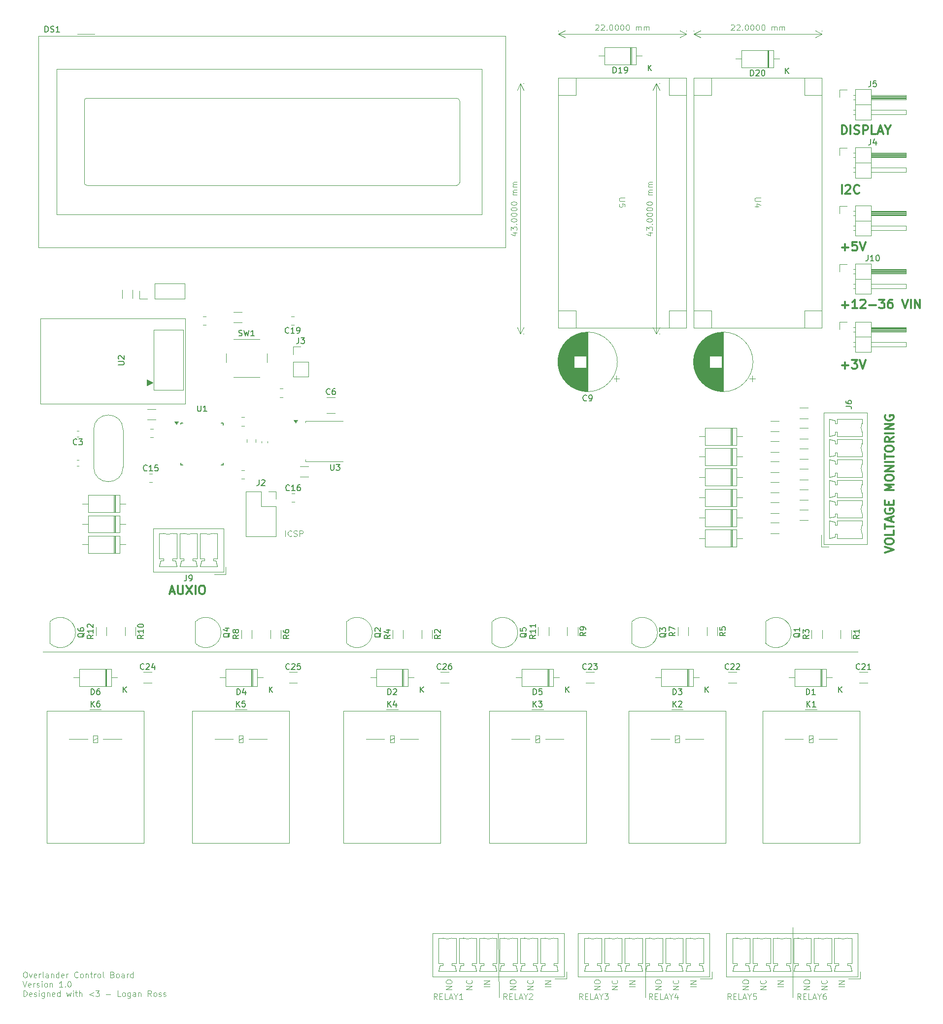
<source format=gbr>
%TF.GenerationSoftware,KiCad,Pcbnew,8.0.7*%
%TF.CreationDate,2025-02-23T09:23:24-08:00*%
%TF.ProjectId,M56Controller,4d353643-6f6e-4747-926f-6c6c65722e6b,rev?*%
%TF.SameCoordinates,Original*%
%TF.FileFunction,Legend,Top*%
%TF.FilePolarity,Positive*%
%FSLAX46Y46*%
G04 Gerber Fmt 4.6, Leading zero omitted, Abs format (unit mm)*
G04 Created by KiCad (PCBNEW 8.0.7) date 2025-02-23 09:23:24*
%MOMM*%
%LPD*%
G01*
G04 APERTURE LIST*
%ADD10C,0.100000*%
%ADD11C,0.300000*%
%ADD12C,0.150000*%
%ADD13C,0.120000*%
G04 APERTURE END LIST*
D10*
X160633250Y-125647500D02*
X20633250Y-125647500D01*
X98883250Y-174000000D02*
X99000000Y-185000000D01*
X149500000Y-185000000D02*
X149500000Y-173000000D01*
X124133250Y-177010000D02*
X124125000Y-185000000D01*
D11*
X157904510Y-56229400D02*
X159047368Y-56229400D01*
X158475939Y-56800828D02*
X158475939Y-55657971D01*
X160475939Y-55300828D02*
X159761653Y-55300828D01*
X159761653Y-55300828D02*
X159690225Y-56015114D01*
X159690225Y-56015114D02*
X159761653Y-55943685D01*
X159761653Y-55943685D02*
X159904511Y-55872257D01*
X159904511Y-55872257D02*
X160261653Y-55872257D01*
X160261653Y-55872257D02*
X160404511Y-55943685D01*
X160404511Y-55943685D02*
X160475939Y-56015114D01*
X160475939Y-56015114D02*
X160547368Y-56157971D01*
X160547368Y-56157971D02*
X160547368Y-56515114D01*
X160547368Y-56515114D02*
X160475939Y-56657971D01*
X160475939Y-56657971D02*
X160404511Y-56729400D01*
X160404511Y-56729400D02*
X160261653Y-56800828D01*
X160261653Y-56800828D02*
X159904511Y-56800828D01*
X159904511Y-56800828D02*
X159761653Y-56729400D01*
X159761653Y-56729400D02*
X159690225Y-56657971D01*
X160975939Y-55300828D02*
X161475939Y-56800828D01*
X161475939Y-56800828D02*
X161975939Y-55300828D01*
D10*
X125375312Y-185372419D02*
X125041979Y-184896228D01*
X124803884Y-185372419D02*
X124803884Y-184372419D01*
X124803884Y-184372419D02*
X125184836Y-184372419D01*
X125184836Y-184372419D02*
X125280074Y-184420038D01*
X125280074Y-184420038D02*
X125327693Y-184467657D01*
X125327693Y-184467657D02*
X125375312Y-184562895D01*
X125375312Y-184562895D02*
X125375312Y-184705752D01*
X125375312Y-184705752D02*
X125327693Y-184800990D01*
X125327693Y-184800990D02*
X125280074Y-184848609D01*
X125280074Y-184848609D02*
X125184836Y-184896228D01*
X125184836Y-184896228D02*
X124803884Y-184896228D01*
X125803884Y-184848609D02*
X126137217Y-184848609D01*
X126280074Y-185372419D02*
X125803884Y-185372419D01*
X125803884Y-185372419D02*
X125803884Y-184372419D01*
X125803884Y-184372419D02*
X126280074Y-184372419D01*
X127184836Y-185372419D02*
X126708646Y-185372419D01*
X126708646Y-185372419D02*
X126708646Y-184372419D01*
X127470551Y-185086704D02*
X127946741Y-185086704D01*
X127375313Y-185372419D02*
X127708646Y-184372419D01*
X127708646Y-184372419D02*
X128041979Y-185372419D01*
X128565789Y-184896228D02*
X128565789Y-185372419D01*
X128232456Y-184372419D02*
X128565789Y-184896228D01*
X128565789Y-184896228D02*
X128899122Y-184372419D01*
X129661027Y-184705752D02*
X129661027Y-185372419D01*
X129422932Y-184324800D02*
X129184837Y-185039085D01*
X129184837Y-185039085D02*
X129803884Y-185039085D01*
X155372419Y-183696115D02*
X154372419Y-183696115D01*
X154372419Y-183696115D02*
X155372419Y-183124687D01*
X155372419Y-183124687D02*
X154372419Y-183124687D01*
X155277180Y-182077068D02*
X155324800Y-182124687D01*
X155324800Y-182124687D02*
X155372419Y-182267544D01*
X155372419Y-182267544D02*
X155372419Y-182362782D01*
X155372419Y-182362782D02*
X155324800Y-182505639D01*
X155324800Y-182505639D02*
X155229561Y-182600877D01*
X155229561Y-182600877D02*
X155134323Y-182648496D01*
X155134323Y-182648496D02*
X154943847Y-182696115D01*
X154943847Y-182696115D02*
X154800990Y-182696115D01*
X154800990Y-182696115D02*
X154610514Y-182648496D01*
X154610514Y-182648496D02*
X154515276Y-182600877D01*
X154515276Y-182600877D02*
X154420038Y-182505639D01*
X154420038Y-182505639D02*
X154372419Y-182362782D01*
X154372419Y-182362782D02*
X154372419Y-182267544D01*
X154372419Y-182267544D02*
X154420038Y-182124687D01*
X154420038Y-182124687D02*
X154467657Y-182077068D01*
X126872419Y-183696115D02*
X125872419Y-183696115D01*
X125872419Y-183696115D02*
X126872419Y-183124687D01*
X126872419Y-183124687D02*
X125872419Y-183124687D01*
X125872419Y-182458020D02*
X125872419Y-182267544D01*
X125872419Y-182267544D02*
X125920038Y-182172306D01*
X125920038Y-182172306D02*
X126015276Y-182077068D01*
X126015276Y-182077068D02*
X126205752Y-182029449D01*
X126205752Y-182029449D02*
X126539085Y-182029449D01*
X126539085Y-182029449D02*
X126729561Y-182077068D01*
X126729561Y-182077068D02*
X126824800Y-182172306D01*
X126824800Y-182172306D02*
X126872419Y-182267544D01*
X126872419Y-182267544D02*
X126872419Y-182458020D01*
X126872419Y-182458020D02*
X126824800Y-182553258D01*
X126824800Y-182553258D02*
X126729561Y-182648496D01*
X126729561Y-182648496D02*
X126539085Y-182696115D01*
X126539085Y-182696115D02*
X126205752Y-182696115D01*
X126205752Y-182696115D02*
X126015276Y-182648496D01*
X126015276Y-182648496D02*
X125920038Y-182553258D01*
X125920038Y-182553258D02*
X125872419Y-182458020D01*
X158372419Y-183196115D02*
X157372419Y-183196115D01*
X158372419Y-182719925D02*
X157372419Y-182719925D01*
X157372419Y-182719925D02*
X158372419Y-182148497D01*
X158372419Y-182148497D02*
X157372419Y-182148497D01*
X147872419Y-183196115D02*
X146872419Y-183196115D01*
X147872419Y-182719925D02*
X146872419Y-182719925D01*
X146872419Y-182719925D02*
X147872419Y-182148497D01*
X147872419Y-182148497D02*
X146872419Y-182148497D01*
X129872419Y-183696115D02*
X128872419Y-183696115D01*
X128872419Y-183696115D02*
X129872419Y-183124687D01*
X129872419Y-183124687D02*
X128872419Y-183124687D01*
X129777180Y-182077068D02*
X129824800Y-182124687D01*
X129824800Y-182124687D02*
X129872419Y-182267544D01*
X129872419Y-182267544D02*
X129872419Y-182362782D01*
X129872419Y-182362782D02*
X129824800Y-182505639D01*
X129824800Y-182505639D02*
X129729561Y-182600877D01*
X129729561Y-182600877D02*
X129634323Y-182648496D01*
X129634323Y-182648496D02*
X129443847Y-182696115D01*
X129443847Y-182696115D02*
X129300990Y-182696115D01*
X129300990Y-182696115D02*
X129110514Y-182648496D01*
X129110514Y-182648496D02*
X129015276Y-182600877D01*
X129015276Y-182600877D02*
X128920038Y-182505639D01*
X128920038Y-182505639D02*
X128872419Y-182362782D01*
X128872419Y-182362782D02*
X128872419Y-182267544D01*
X128872419Y-182267544D02*
X128920038Y-182124687D01*
X128920038Y-182124687D02*
X128967657Y-182077068D01*
X116372419Y-183696115D02*
X115372419Y-183696115D01*
X115372419Y-183696115D02*
X116372419Y-183124687D01*
X116372419Y-183124687D02*
X115372419Y-183124687D01*
X115372419Y-182458020D02*
X115372419Y-182267544D01*
X115372419Y-182267544D02*
X115420038Y-182172306D01*
X115420038Y-182172306D02*
X115515276Y-182077068D01*
X115515276Y-182077068D02*
X115705752Y-182029449D01*
X115705752Y-182029449D02*
X116039085Y-182029449D01*
X116039085Y-182029449D02*
X116229561Y-182077068D01*
X116229561Y-182077068D02*
X116324800Y-182172306D01*
X116324800Y-182172306D02*
X116372419Y-182267544D01*
X116372419Y-182267544D02*
X116372419Y-182458020D01*
X116372419Y-182458020D02*
X116324800Y-182553258D01*
X116324800Y-182553258D02*
X116229561Y-182648496D01*
X116229561Y-182648496D02*
X116039085Y-182696115D01*
X116039085Y-182696115D02*
X115705752Y-182696115D01*
X115705752Y-182696115D02*
X115515276Y-182648496D01*
X115515276Y-182648496D02*
X115420038Y-182553258D01*
X115420038Y-182553258D02*
X115372419Y-182458020D01*
X113375312Y-185372419D02*
X113041979Y-184896228D01*
X112803884Y-185372419D02*
X112803884Y-184372419D01*
X112803884Y-184372419D02*
X113184836Y-184372419D01*
X113184836Y-184372419D02*
X113280074Y-184420038D01*
X113280074Y-184420038D02*
X113327693Y-184467657D01*
X113327693Y-184467657D02*
X113375312Y-184562895D01*
X113375312Y-184562895D02*
X113375312Y-184705752D01*
X113375312Y-184705752D02*
X113327693Y-184800990D01*
X113327693Y-184800990D02*
X113280074Y-184848609D01*
X113280074Y-184848609D02*
X113184836Y-184896228D01*
X113184836Y-184896228D02*
X112803884Y-184896228D01*
X113803884Y-184848609D02*
X114137217Y-184848609D01*
X114280074Y-185372419D02*
X113803884Y-185372419D01*
X113803884Y-185372419D02*
X113803884Y-184372419D01*
X113803884Y-184372419D02*
X114280074Y-184372419D01*
X115184836Y-185372419D02*
X114708646Y-185372419D01*
X114708646Y-185372419D02*
X114708646Y-184372419D01*
X115470551Y-185086704D02*
X115946741Y-185086704D01*
X115375313Y-185372419D02*
X115708646Y-184372419D01*
X115708646Y-184372419D02*
X116041979Y-185372419D01*
X116565789Y-184896228D02*
X116565789Y-185372419D01*
X116232456Y-184372419D02*
X116565789Y-184896228D01*
X116565789Y-184896228D02*
X116899122Y-184372419D01*
X117137218Y-184372419D02*
X117756265Y-184372419D01*
X117756265Y-184372419D02*
X117422932Y-184753371D01*
X117422932Y-184753371D02*
X117565789Y-184753371D01*
X117565789Y-184753371D02*
X117661027Y-184800990D01*
X117661027Y-184800990D02*
X117708646Y-184848609D01*
X117708646Y-184848609D02*
X117756265Y-184943847D01*
X117756265Y-184943847D02*
X117756265Y-185181942D01*
X117756265Y-185181942D02*
X117708646Y-185277180D01*
X117708646Y-185277180D02*
X117661027Y-185324800D01*
X117661027Y-185324800D02*
X117565789Y-185372419D01*
X117565789Y-185372419D02*
X117280075Y-185372419D01*
X117280075Y-185372419D02*
X117184837Y-185324800D01*
X117184837Y-185324800D02*
X117137218Y-185277180D01*
X107872419Y-183196115D02*
X106872419Y-183196115D01*
X107872419Y-182719925D02*
X106872419Y-182719925D01*
X106872419Y-182719925D02*
X107872419Y-182148497D01*
X107872419Y-182148497D02*
X106872419Y-182148497D01*
D11*
X157904510Y-76529400D02*
X159047368Y-76529400D01*
X158475939Y-77100828D02*
X158475939Y-75957971D01*
X159618796Y-75600828D02*
X160547368Y-75600828D01*
X160547368Y-75600828D02*
X160047368Y-76172257D01*
X160047368Y-76172257D02*
X160261653Y-76172257D01*
X160261653Y-76172257D02*
X160404511Y-76243685D01*
X160404511Y-76243685D02*
X160475939Y-76315114D01*
X160475939Y-76315114D02*
X160547368Y-76457971D01*
X160547368Y-76457971D02*
X160547368Y-76815114D01*
X160547368Y-76815114D02*
X160475939Y-76957971D01*
X160475939Y-76957971D02*
X160404511Y-77029400D01*
X160404511Y-77029400D02*
X160261653Y-77100828D01*
X160261653Y-77100828D02*
X159833082Y-77100828D01*
X159833082Y-77100828D02*
X159690225Y-77029400D01*
X159690225Y-77029400D02*
X159618796Y-76957971D01*
X160975939Y-75600828D02*
X161475939Y-77100828D01*
X161475939Y-77100828D02*
X161975939Y-75600828D01*
D10*
X104872419Y-183696115D02*
X103872419Y-183696115D01*
X103872419Y-183696115D02*
X104872419Y-183124687D01*
X104872419Y-183124687D02*
X103872419Y-183124687D01*
X104777180Y-182077068D02*
X104824800Y-182124687D01*
X104824800Y-182124687D02*
X104872419Y-182267544D01*
X104872419Y-182267544D02*
X104872419Y-182362782D01*
X104872419Y-182362782D02*
X104824800Y-182505639D01*
X104824800Y-182505639D02*
X104729561Y-182600877D01*
X104729561Y-182600877D02*
X104634323Y-182648496D01*
X104634323Y-182648496D02*
X104443847Y-182696115D01*
X104443847Y-182696115D02*
X104300990Y-182696115D01*
X104300990Y-182696115D02*
X104110514Y-182648496D01*
X104110514Y-182648496D02*
X104015276Y-182600877D01*
X104015276Y-182600877D02*
X103920038Y-182505639D01*
X103920038Y-182505639D02*
X103872419Y-182362782D01*
X103872419Y-182362782D02*
X103872419Y-182267544D01*
X103872419Y-182267544D02*
X103920038Y-182124687D01*
X103920038Y-182124687D02*
X103967657Y-182077068D01*
X119372419Y-183696115D02*
X118372419Y-183696115D01*
X118372419Y-183696115D02*
X119372419Y-183124687D01*
X119372419Y-183124687D02*
X118372419Y-183124687D01*
X119277180Y-182077068D02*
X119324800Y-182124687D01*
X119324800Y-182124687D02*
X119372419Y-182267544D01*
X119372419Y-182267544D02*
X119372419Y-182362782D01*
X119372419Y-182362782D02*
X119324800Y-182505639D01*
X119324800Y-182505639D02*
X119229561Y-182600877D01*
X119229561Y-182600877D02*
X119134323Y-182648496D01*
X119134323Y-182648496D02*
X118943847Y-182696115D01*
X118943847Y-182696115D02*
X118800990Y-182696115D01*
X118800990Y-182696115D02*
X118610514Y-182648496D01*
X118610514Y-182648496D02*
X118515276Y-182600877D01*
X118515276Y-182600877D02*
X118420038Y-182505639D01*
X118420038Y-182505639D02*
X118372419Y-182362782D01*
X118372419Y-182362782D02*
X118372419Y-182267544D01*
X118372419Y-182267544D02*
X118420038Y-182124687D01*
X118420038Y-182124687D02*
X118467657Y-182077068D01*
X88375312Y-185372419D02*
X88041979Y-184896228D01*
X87803884Y-185372419D02*
X87803884Y-184372419D01*
X87803884Y-184372419D02*
X88184836Y-184372419D01*
X88184836Y-184372419D02*
X88280074Y-184420038D01*
X88280074Y-184420038D02*
X88327693Y-184467657D01*
X88327693Y-184467657D02*
X88375312Y-184562895D01*
X88375312Y-184562895D02*
X88375312Y-184705752D01*
X88375312Y-184705752D02*
X88327693Y-184800990D01*
X88327693Y-184800990D02*
X88280074Y-184848609D01*
X88280074Y-184848609D02*
X88184836Y-184896228D01*
X88184836Y-184896228D02*
X87803884Y-184896228D01*
X88803884Y-184848609D02*
X89137217Y-184848609D01*
X89280074Y-185372419D02*
X88803884Y-185372419D01*
X88803884Y-185372419D02*
X88803884Y-184372419D01*
X88803884Y-184372419D02*
X89280074Y-184372419D01*
X90184836Y-185372419D02*
X89708646Y-185372419D01*
X89708646Y-185372419D02*
X89708646Y-184372419D01*
X90470551Y-185086704D02*
X90946741Y-185086704D01*
X90375313Y-185372419D02*
X90708646Y-184372419D01*
X90708646Y-184372419D02*
X91041979Y-185372419D01*
X91565789Y-184896228D02*
X91565789Y-185372419D01*
X91232456Y-184372419D02*
X91565789Y-184896228D01*
X91565789Y-184896228D02*
X91899122Y-184372419D01*
X92756265Y-185372419D02*
X92184837Y-185372419D01*
X92470551Y-185372419D02*
X92470551Y-184372419D01*
X92470551Y-184372419D02*
X92375313Y-184515276D01*
X92375313Y-184515276D02*
X92280075Y-184610514D01*
X92280075Y-184610514D02*
X92184837Y-184658133D01*
X90872419Y-183696115D02*
X89872419Y-183696115D01*
X89872419Y-183696115D02*
X90872419Y-183124687D01*
X90872419Y-183124687D02*
X89872419Y-183124687D01*
X89872419Y-182458020D02*
X89872419Y-182267544D01*
X89872419Y-182267544D02*
X89920038Y-182172306D01*
X89920038Y-182172306D02*
X90015276Y-182077068D01*
X90015276Y-182077068D02*
X90205752Y-182029449D01*
X90205752Y-182029449D02*
X90539085Y-182029449D01*
X90539085Y-182029449D02*
X90729561Y-182077068D01*
X90729561Y-182077068D02*
X90824800Y-182172306D01*
X90824800Y-182172306D02*
X90872419Y-182267544D01*
X90872419Y-182267544D02*
X90872419Y-182458020D01*
X90872419Y-182458020D02*
X90824800Y-182553258D01*
X90824800Y-182553258D02*
X90729561Y-182648496D01*
X90729561Y-182648496D02*
X90539085Y-182696115D01*
X90539085Y-182696115D02*
X90205752Y-182696115D01*
X90205752Y-182696115D02*
X90015276Y-182648496D01*
X90015276Y-182648496D02*
X89920038Y-182553258D01*
X89920038Y-182553258D02*
X89872419Y-182458020D01*
X97372419Y-183196115D02*
X96372419Y-183196115D01*
X97372419Y-182719925D02*
X96372419Y-182719925D01*
X96372419Y-182719925D02*
X97372419Y-182148497D01*
X97372419Y-182148497D02*
X96372419Y-182148497D01*
D11*
X157904510Y-36800828D02*
X157904510Y-35300828D01*
X157904510Y-35300828D02*
X158261653Y-35300828D01*
X158261653Y-35300828D02*
X158475939Y-35372257D01*
X158475939Y-35372257D02*
X158618796Y-35515114D01*
X158618796Y-35515114D02*
X158690225Y-35657971D01*
X158690225Y-35657971D02*
X158761653Y-35943685D01*
X158761653Y-35943685D02*
X158761653Y-36157971D01*
X158761653Y-36157971D02*
X158690225Y-36443685D01*
X158690225Y-36443685D02*
X158618796Y-36586542D01*
X158618796Y-36586542D02*
X158475939Y-36729400D01*
X158475939Y-36729400D02*
X158261653Y-36800828D01*
X158261653Y-36800828D02*
X157904510Y-36800828D01*
X159404510Y-36800828D02*
X159404510Y-35300828D01*
X160047368Y-36729400D02*
X160261654Y-36800828D01*
X160261654Y-36800828D02*
X160618796Y-36800828D01*
X160618796Y-36800828D02*
X160761654Y-36729400D01*
X160761654Y-36729400D02*
X160833082Y-36657971D01*
X160833082Y-36657971D02*
X160904511Y-36515114D01*
X160904511Y-36515114D02*
X160904511Y-36372257D01*
X160904511Y-36372257D02*
X160833082Y-36229400D01*
X160833082Y-36229400D02*
X160761654Y-36157971D01*
X160761654Y-36157971D02*
X160618796Y-36086542D01*
X160618796Y-36086542D02*
X160333082Y-36015114D01*
X160333082Y-36015114D02*
X160190225Y-35943685D01*
X160190225Y-35943685D02*
X160118796Y-35872257D01*
X160118796Y-35872257D02*
X160047368Y-35729400D01*
X160047368Y-35729400D02*
X160047368Y-35586542D01*
X160047368Y-35586542D02*
X160118796Y-35443685D01*
X160118796Y-35443685D02*
X160190225Y-35372257D01*
X160190225Y-35372257D02*
X160333082Y-35300828D01*
X160333082Y-35300828D02*
X160690225Y-35300828D01*
X160690225Y-35300828D02*
X160904511Y-35372257D01*
X161547367Y-36800828D02*
X161547367Y-35300828D01*
X161547367Y-35300828D02*
X162118796Y-35300828D01*
X162118796Y-35300828D02*
X162261653Y-35372257D01*
X162261653Y-35372257D02*
X162333082Y-35443685D01*
X162333082Y-35443685D02*
X162404510Y-35586542D01*
X162404510Y-35586542D02*
X162404510Y-35800828D01*
X162404510Y-35800828D02*
X162333082Y-35943685D01*
X162333082Y-35943685D02*
X162261653Y-36015114D01*
X162261653Y-36015114D02*
X162118796Y-36086542D01*
X162118796Y-36086542D02*
X161547367Y-36086542D01*
X163761653Y-36800828D02*
X163047367Y-36800828D01*
X163047367Y-36800828D02*
X163047367Y-35300828D01*
X164190225Y-36372257D02*
X164904511Y-36372257D01*
X164047368Y-36800828D02*
X164547368Y-35300828D01*
X164547368Y-35300828D02*
X165047368Y-36800828D01*
X165833082Y-36086542D02*
X165833082Y-36800828D01*
X165333082Y-35300828D02*
X165833082Y-36086542D01*
X165833082Y-36086542D02*
X166333082Y-35300828D01*
D10*
X138875312Y-185372419D02*
X138541979Y-184896228D01*
X138303884Y-185372419D02*
X138303884Y-184372419D01*
X138303884Y-184372419D02*
X138684836Y-184372419D01*
X138684836Y-184372419D02*
X138780074Y-184420038D01*
X138780074Y-184420038D02*
X138827693Y-184467657D01*
X138827693Y-184467657D02*
X138875312Y-184562895D01*
X138875312Y-184562895D02*
X138875312Y-184705752D01*
X138875312Y-184705752D02*
X138827693Y-184800990D01*
X138827693Y-184800990D02*
X138780074Y-184848609D01*
X138780074Y-184848609D02*
X138684836Y-184896228D01*
X138684836Y-184896228D02*
X138303884Y-184896228D01*
X139303884Y-184848609D02*
X139637217Y-184848609D01*
X139780074Y-185372419D02*
X139303884Y-185372419D01*
X139303884Y-185372419D02*
X139303884Y-184372419D01*
X139303884Y-184372419D02*
X139780074Y-184372419D01*
X140684836Y-185372419D02*
X140208646Y-185372419D01*
X140208646Y-185372419D02*
X140208646Y-184372419D01*
X140970551Y-185086704D02*
X141446741Y-185086704D01*
X140875313Y-185372419D02*
X141208646Y-184372419D01*
X141208646Y-184372419D02*
X141541979Y-185372419D01*
X142065789Y-184896228D02*
X142065789Y-185372419D01*
X141732456Y-184372419D02*
X142065789Y-184896228D01*
X142065789Y-184896228D02*
X142399122Y-184372419D01*
X143208646Y-184372419D02*
X142732456Y-184372419D01*
X142732456Y-184372419D02*
X142684837Y-184848609D01*
X142684837Y-184848609D02*
X142732456Y-184800990D01*
X142732456Y-184800990D02*
X142827694Y-184753371D01*
X142827694Y-184753371D02*
X143065789Y-184753371D01*
X143065789Y-184753371D02*
X143161027Y-184800990D01*
X143161027Y-184800990D02*
X143208646Y-184848609D01*
X143208646Y-184848609D02*
X143256265Y-184943847D01*
X143256265Y-184943847D02*
X143256265Y-185181942D01*
X143256265Y-185181942D02*
X143208646Y-185277180D01*
X143208646Y-185277180D02*
X143161027Y-185324800D01*
X143161027Y-185324800D02*
X143065789Y-185372419D01*
X143065789Y-185372419D02*
X142827694Y-185372419D01*
X142827694Y-185372419D02*
X142732456Y-185324800D01*
X142732456Y-185324800D02*
X142684837Y-185277180D01*
X122372419Y-183196115D02*
X121372419Y-183196115D01*
X122372419Y-182719925D02*
X121372419Y-182719925D01*
X121372419Y-182719925D02*
X122372419Y-182148497D01*
X122372419Y-182148497D02*
X121372419Y-182148497D01*
X152372419Y-183696115D02*
X151372419Y-183696115D01*
X151372419Y-183696115D02*
X152372419Y-183124687D01*
X152372419Y-183124687D02*
X151372419Y-183124687D01*
X151372419Y-182458020D02*
X151372419Y-182267544D01*
X151372419Y-182267544D02*
X151420038Y-182172306D01*
X151420038Y-182172306D02*
X151515276Y-182077068D01*
X151515276Y-182077068D02*
X151705752Y-182029449D01*
X151705752Y-182029449D02*
X152039085Y-182029449D01*
X152039085Y-182029449D02*
X152229561Y-182077068D01*
X152229561Y-182077068D02*
X152324800Y-182172306D01*
X152324800Y-182172306D02*
X152372419Y-182267544D01*
X152372419Y-182267544D02*
X152372419Y-182458020D01*
X152372419Y-182458020D02*
X152324800Y-182553258D01*
X152324800Y-182553258D02*
X152229561Y-182648496D01*
X152229561Y-182648496D02*
X152039085Y-182696115D01*
X152039085Y-182696115D02*
X151705752Y-182696115D01*
X151705752Y-182696115D02*
X151515276Y-182648496D01*
X151515276Y-182648496D02*
X151420038Y-182553258D01*
X151420038Y-182553258D02*
X151372419Y-182458020D01*
D11*
X165300828Y-108659774D02*
X166800828Y-108159774D01*
X166800828Y-108159774D02*
X165300828Y-107659774D01*
X165300828Y-106874060D02*
X165300828Y-106588346D01*
X165300828Y-106588346D02*
X165372257Y-106445489D01*
X165372257Y-106445489D02*
X165515114Y-106302632D01*
X165515114Y-106302632D02*
X165800828Y-106231203D01*
X165800828Y-106231203D02*
X166300828Y-106231203D01*
X166300828Y-106231203D02*
X166586542Y-106302632D01*
X166586542Y-106302632D02*
X166729400Y-106445489D01*
X166729400Y-106445489D02*
X166800828Y-106588346D01*
X166800828Y-106588346D02*
X166800828Y-106874060D01*
X166800828Y-106874060D02*
X166729400Y-107016918D01*
X166729400Y-107016918D02*
X166586542Y-107159775D01*
X166586542Y-107159775D02*
X166300828Y-107231203D01*
X166300828Y-107231203D02*
X165800828Y-107231203D01*
X165800828Y-107231203D02*
X165515114Y-107159775D01*
X165515114Y-107159775D02*
X165372257Y-107016918D01*
X165372257Y-107016918D02*
X165300828Y-106874060D01*
X166800828Y-104874060D02*
X166800828Y-105588346D01*
X166800828Y-105588346D02*
X165300828Y-105588346D01*
X165300828Y-104588345D02*
X165300828Y-103731203D01*
X166800828Y-104159774D02*
X165300828Y-104159774D01*
X166372257Y-103302631D02*
X166372257Y-102588346D01*
X166800828Y-103445488D02*
X165300828Y-102945488D01*
X165300828Y-102945488D02*
X166800828Y-102445488D01*
X165372257Y-101159774D02*
X165300828Y-101302632D01*
X165300828Y-101302632D02*
X165300828Y-101516917D01*
X165300828Y-101516917D02*
X165372257Y-101731203D01*
X165372257Y-101731203D02*
X165515114Y-101874060D01*
X165515114Y-101874060D02*
X165657971Y-101945489D01*
X165657971Y-101945489D02*
X165943685Y-102016917D01*
X165943685Y-102016917D02*
X166157971Y-102016917D01*
X166157971Y-102016917D02*
X166443685Y-101945489D01*
X166443685Y-101945489D02*
X166586542Y-101874060D01*
X166586542Y-101874060D02*
X166729400Y-101731203D01*
X166729400Y-101731203D02*
X166800828Y-101516917D01*
X166800828Y-101516917D02*
X166800828Y-101374060D01*
X166800828Y-101374060D02*
X166729400Y-101159774D01*
X166729400Y-101159774D02*
X166657971Y-101088346D01*
X166657971Y-101088346D02*
X166157971Y-101088346D01*
X166157971Y-101088346D02*
X166157971Y-101374060D01*
X166015114Y-100445489D02*
X166015114Y-99945489D01*
X166800828Y-99731203D02*
X166800828Y-100445489D01*
X166800828Y-100445489D02*
X165300828Y-100445489D01*
X165300828Y-100445489D02*
X165300828Y-99731203D01*
X166800828Y-97945489D02*
X165300828Y-97945489D01*
X165300828Y-97945489D02*
X166372257Y-97445489D01*
X166372257Y-97445489D02*
X165300828Y-96945489D01*
X165300828Y-96945489D02*
X166800828Y-96945489D01*
X165300828Y-95945488D02*
X165300828Y-95659774D01*
X165300828Y-95659774D02*
X165372257Y-95516917D01*
X165372257Y-95516917D02*
X165515114Y-95374060D01*
X165515114Y-95374060D02*
X165800828Y-95302631D01*
X165800828Y-95302631D02*
X166300828Y-95302631D01*
X166300828Y-95302631D02*
X166586542Y-95374060D01*
X166586542Y-95374060D02*
X166729400Y-95516917D01*
X166729400Y-95516917D02*
X166800828Y-95659774D01*
X166800828Y-95659774D02*
X166800828Y-95945488D01*
X166800828Y-95945488D02*
X166729400Y-96088346D01*
X166729400Y-96088346D02*
X166586542Y-96231203D01*
X166586542Y-96231203D02*
X166300828Y-96302631D01*
X166300828Y-96302631D02*
X165800828Y-96302631D01*
X165800828Y-96302631D02*
X165515114Y-96231203D01*
X165515114Y-96231203D02*
X165372257Y-96088346D01*
X165372257Y-96088346D02*
X165300828Y-95945488D01*
X166800828Y-94659774D02*
X165300828Y-94659774D01*
X165300828Y-94659774D02*
X166800828Y-93802631D01*
X166800828Y-93802631D02*
X165300828Y-93802631D01*
X166800828Y-93088345D02*
X165300828Y-93088345D01*
X165300828Y-92588344D02*
X165300828Y-91731202D01*
X166800828Y-92159773D02*
X165300828Y-92159773D01*
X165300828Y-90945487D02*
X165300828Y-90659773D01*
X165300828Y-90659773D02*
X165372257Y-90516916D01*
X165372257Y-90516916D02*
X165515114Y-90374059D01*
X165515114Y-90374059D02*
X165800828Y-90302630D01*
X165800828Y-90302630D02*
X166300828Y-90302630D01*
X166300828Y-90302630D02*
X166586542Y-90374059D01*
X166586542Y-90374059D02*
X166729400Y-90516916D01*
X166729400Y-90516916D02*
X166800828Y-90659773D01*
X166800828Y-90659773D02*
X166800828Y-90945487D01*
X166800828Y-90945487D02*
X166729400Y-91088345D01*
X166729400Y-91088345D02*
X166586542Y-91231202D01*
X166586542Y-91231202D02*
X166300828Y-91302630D01*
X166300828Y-91302630D02*
X165800828Y-91302630D01*
X165800828Y-91302630D02*
X165515114Y-91231202D01*
X165515114Y-91231202D02*
X165372257Y-91088345D01*
X165372257Y-91088345D02*
X165300828Y-90945487D01*
X166800828Y-88802630D02*
X166086542Y-89302630D01*
X166800828Y-89659773D02*
X165300828Y-89659773D01*
X165300828Y-89659773D02*
X165300828Y-89088344D01*
X165300828Y-89088344D02*
X165372257Y-88945487D01*
X165372257Y-88945487D02*
X165443685Y-88874058D01*
X165443685Y-88874058D02*
X165586542Y-88802630D01*
X165586542Y-88802630D02*
X165800828Y-88802630D01*
X165800828Y-88802630D02*
X165943685Y-88874058D01*
X165943685Y-88874058D02*
X166015114Y-88945487D01*
X166015114Y-88945487D02*
X166086542Y-89088344D01*
X166086542Y-89088344D02*
X166086542Y-89659773D01*
X166800828Y-88159773D02*
X165300828Y-88159773D01*
X166800828Y-87445487D02*
X165300828Y-87445487D01*
X165300828Y-87445487D02*
X166800828Y-86588344D01*
X166800828Y-86588344D02*
X165300828Y-86588344D01*
X165372257Y-85088343D02*
X165300828Y-85231201D01*
X165300828Y-85231201D02*
X165300828Y-85445486D01*
X165300828Y-85445486D02*
X165372257Y-85659772D01*
X165372257Y-85659772D02*
X165515114Y-85802629D01*
X165515114Y-85802629D02*
X165657971Y-85874058D01*
X165657971Y-85874058D02*
X165943685Y-85945486D01*
X165943685Y-85945486D02*
X166157971Y-85945486D01*
X166157971Y-85945486D02*
X166443685Y-85874058D01*
X166443685Y-85874058D02*
X166586542Y-85802629D01*
X166586542Y-85802629D02*
X166729400Y-85659772D01*
X166729400Y-85659772D02*
X166800828Y-85445486D01*
X166800828Y-85445486D02*
X166800828Y-85302629D01*
X166800828Y-85302629D02*
X166729400Y-85088343D01*
X166729400Y-85088343D02*
X166657971Y-85016915D01*
X166657971Y-85016915D02*
X166157971Y-85016915D01*
X166157971Y-85016915D02*
X166157971Y-85302629D01*
X157904510Y-47000828D02*
X157904510Y-45500828D01*
X158547368Y-45643685D02*
X158618796Y-45572257D01*
X158618796Y-45572257D02*
X158761654Y-45500828D01*
X158761654Y-45500828D02*
X159118796Y-45500828D01*
X159118796Y-45500828D02*
X159261654Y-45572257D01*
X159261654Y-45572257D02*
X159333082Y-45643685D01*
X159333082Y-45643685D02*
X159404511Y-45786542D01*
X159404511Y-45786542D02*
X159404511Y-45929400D01*
X159404511Y-45929400D02*
X159333082Y-46143685D01*
X159333082Y-46143685D02*
X158475939Y-47000828D01*
X158475939Y-47000828D02*
X159404511Y-47000828D01*
X160904510Y-46857971D02*
X160833082Y-46929400D01*
X160833082Y-46929400D02*
X160618796Y-47000828D01*
X160618796Y-47000828D02*
X160475939Y-47000828D01*
X160475939Y-47000828D02*
X160261653Y-46929400D01*
X160261653Y-46929400D02*
X160118796Y-46786542D01*
X160118796Y-46786542D02*
X160047367Y-46643685D01*
X160047367Y-46643685D02*
X159975939Y-46357971D01*
X159975939Y-46357971D02*
X159975939Y-46143685D01*
X159975939Y-46143685D02*
X160047367Y-45857971D01*
X160047367Y-45857971D02*
X160118796Y-45715114D01*
X160118796Y-45715114D02*
X160261653Y-45572257D01*
X160261653Y-45572257D02*
X160475939Y-45500828D01*
X160475939Y-45500828D02*
X160618796Y-45500828D01*
X160618796Y-45500828D02*
X160833082Y-45572257D01*
X160833082Y-45572257D02*
X160904510Y-45643685D01*
D10*
X141872419Y-183696115D02*
X140872419Y-183696115D01*
X140872419Y-183696115D02*
X141872419Y-183124687D01*
X141872419Y-183124687D02*
X140872419Y-183124687D01*
X140872419Y-182458020D02*
X140872419Y-182267544D01*
X140872419Y-182267544D02*
X140920038Y-182172306D01*
X140920038Y-182172306D02*
X141015276Y-182077068D01*
X141015276Y-182077068D02*
X141205752Y-182029449D01*
X141205752Y-182029449D02*
X141539085Y-182029449D01*
X141539085Y-182029449D02*
X141729561Y-182077068D01*
X141729561Y-182077068D02*
X141824800Y-182172306D01*
X141824800Y-182172306D02*
X141872419Y-182267544D01*
X141872419Y-182267544D02*
X141872419Y-182458020D01*
X141872419Y-182458020D02*
X141824800Y-182553258D01*
X141824800Y-182553258D02*
X141729561Y-182648496D01*
X141729561Y-182648496D02*
X141539085Y-182696115D01*
X141539085Y-182696115D02*
X141205752Y-182696115D01*
X141205752Y-182696115D02*
X141015276Y-182648496D01*
X141015276Y-182648496D02*
X140920038Y-182553258D01*
X140920038Y-182553258D02*
X140872419Y-182458020D01*
X144872419Y-183696115D02*
X143872419Y-183696115D01*
X143872419Y-183696115D02*
X144872419Y-183124687D01*
X144872419Y-183124687D02*
X143872419Y-183124687D01*
X144777180Y-182077068D02*
X144824800Y-182124687D01*
X144824800Y-182124687D02*
X144872419Y-182267544D01*
X144872419Y-182267544D02*
X144872419Y-182362782D01*
X144872419Y-182362782D02*
X144824800Y-182505639D01*
X144824800Y-182505639D02*
X144729561Y-182600877D01*
X144729561Y-182600877D02*
X144634323Y-182648496D01*
X144634323Y-182648496D02*
X144443847Y-182696115D01*
X144443847Y-182696115D02*
X144300990Y-182696115D01*
X144300990Y-182696115D02*
X144110514Y-182648496D01*
X144110514Y-182648496D02*
X144015276Y-182600877D01*
X144015276Y-182600877D02*
X143920038Y-182505639D01*
X143920038Y-182505639D02*
X143872419Y-182362782D01*
X143872419Y-182362782D02*
X143872419Y-182267544D01*
X143872419Y-182267544D02*
X143920038Y-182124687D01*
X143920038Y-182124687D02*
X143967657Y-182077068D01*
X62303884Y-105872419D02*
X62303884Y-104872419D01*
X63351502Y-105777180D02*
X63303883Y-105824800D01*
X63303883Y-105824800D02*
X63161026Y-105872419D01*
X63161026Y-105872419D02*
X63065788Y-105872419D01*
X63065788Y-105872419D02*
X62922931Y-105824800D01*
X62922931Y-105824800D02*
X62827693Y-105729561D01*
X62827693Y-105729561D02*
X62780074Y-105634323D01*
X62780074Y-105634323D02*
X62732455Y-105443847D01*
X62732455Y-105443847D02*
X62732455Y-105300990D01*
X62732455Y-105300990D02*
X62780074Y-105110514D01*
X62780074Y-105110514D02*
X62827693Y-105015276D01*
X62827693Y-105015276D02*
X62922931Y-104920038D01*
X62922931Y-104920038D02*
X63065788Y-104872419D01*
X63065788Y-104872419D02*
X63161026Y-104872419D01*
X63161026Y-104872419D02*
X63303883Y-104920038D01*
X63303883Y-104920038D02*
X63351502Y-104967657D01*
X63732455Y-105824800D02*
X63875312Y-105872419D01*
X63875312Y-105872419D02*
X64113407Y-105872419D01*
X64113407Y-105872419D02*
X64208645Y-105824800D01*
X64208645Y-105824800D02*
X64256264Y-105777180D01*
X64256264Y-105777180D02*
X64303883Y-105681942D01*
X64303883Y-105681942D02*
X64303883Y-105586704D01*
X64303883Y-105586704D02*
X64256264Y-105491466D01*
X64256264Y-105491466D02*
X64208645Y-105443847D01*
X64208645Y-105443847D02*
X64113407Y-105396228D01*
X64113407Y-105396228D02*
X63922931Y-105348609D01*
X63922931Y-105348609D02*
X63827693Y-105300990D01*
X63827693Y-105300990D02*
X63780074Y-105253371D01*
X63780074Y-105253371D02*
X63732455Y-105158133D01*
X63732455Y-105158133D02*
X63732455Y-105062895D01*
X63732455Y-105062895D02*
X63780074Y-104967657D01*
X63780074Y-104967657D02*
X63827693Y-104920038D01*
X63827693Y-104920038D02*
X63922931Y-104872419D01*
X63922931Y-104872419D02*
X64161026Y-104872419D01*
X64161026Y-104872419D02*
X64303883Y-104920038D01*
X64732455Y-105872419D02*
X64732455Y-104872419D01*
X64732455Y-104872419D02*
X65113407Y-104872419D01*
X65113407Y-104872419D02*
X65208645Y-104920038D01*
X65208645Y-104920038D02*
X65256264Y-104967657D01*
X65256264Y-104967657D02*
X65303883Y-105062895D01*
X65303883Y-105062895D02*
X65303883Y-105205752D01*
X65303883Y-105205752D02*
X65256264Y-105300990D01*
X65256264Y-105300990D02*
X65208645Y-105348609D01*
X65208645Y-105348609D02*
X65113407Y-105396228D01*
X65113407Y-105396228D02*
X64732455Y-105396228D01*
X94372419Y-183696115D02*
X93372419Y-183696115D01*
X93372419Y-183696115D02*
X94372419Y-183124687D01*
X94372419Y-183124687D02*
X93372419Y-183124687D01*
X94277180Y-182077068D02*
X94324800Y-182124687D01*
X94324800Y-182124687D02*
X94372419Y-182267544D01*
X94372419Y-182267544D02*
X94372419Y-182362782D01*
X94372419Y-182362782D02*
X94324800Y-182505639D01*
X94324800Y-182505639D02*
X94229561Y-182600877D01*
X94229561Y-182600877D02*
X94134323Y-182648496D01*
X94134323Y-182648496D02*
X93943847Y-182696115D01*
X93943847Y-182696115D02*
X93800990Y-182696115D01*
X93800990Y-182696115D02*
X93610514Y-182648496D01*
X93610514Y-182648496D02*
X93515276Y-182600877D01*
X93515276Y-182600877D02*
X93420038Y-182505639D01*
X93420038Y-182505639D02*
X93372419Y-182362782D01*
X93372419Y-182362782D02*
X93372419Y-182267544D01*
X93372419Y-182267544D02*
X93420038Y-182124687D01*
X93420038Y-182124687D02*
X93467657Y-182077068D01*
X132872419Y-183196115D02*
X131872419Y-183196115D01*
X132872419Y-182719925D02*
X131872419Y-182719925D01*
X131872419Y-182719925D02*
X132872419Y-182148497D01*
X132872419Y-182148497D02*
X131872419Y-182148497D01*
D11*
X42483082Y-115372257D02*
X43197368Y-115372257D01*
X42340225Y-115800828D02*
X42840225Y-114300828D01*
X42840225Y-114300828D02*
X43340225Y-115800828D01*
X43840224Y-114300828D02*
X43840224Y-115515114D01*
X43840224Y-115515114D02*
X43911653Y-115657971D01*
X43911653Y-115657971D02*
X43983082Y-115729400D01*
X43983082Y-115729400D02*
X44125939Y-115800828D01*
X44125939Y-115800828D02*
X44411653Y-115800828D01*
X44411653Y-115800828D02*
X44554510Y-115729400D01*
X44554510Y-115729400D02*
X44625939Y-115657971D01*
X44625939Y-115657971D02*
X44697367Y-115515114D01*
X44697367Y-115515114D02*
X44697367Y-114300828D01*
X45268796Y-114300828D02*
X46268796Y-115800828D01*
X46268796Y-114300828D02*
X45268796Y-115800828D01*
X46840224Y-115800828D02*
X46840224Y-114300828D01*
X47840225Y-114300828D02*
X48125939Y-114300828D01*
X48125939Y-114300828D02*
X48268796Y-114372257D01*
X48268796Y-114372257D02*
X48411653Y-114515114D01*
X48411653Y-114515114D02*
X48483082Y-114800828D01*
X48483082Y-114800828D02*
X48483082Y-115300828D01*
X48483082Y-115300828D02*
X48411653Y-115586542D01*
X48411653Y-115586542D02*
X48268796Y-115729400D01*
X48268796Y-115729400D02*
X48125939Y-115800828D01*
X48125939Y-115800828D02*
X47840225Y-115800828D01*
X47840225Y-115800828D02*
X47697368Y-115729400D01*
X47697368Y-115729400D02*
X47554510Y-115586542D01*
X47554510Y-115586542D02*
X47483082Y-115300828D01*
X47483082Y-115300828D02*
X47483082Y-114800828D01*
X47483082Y-114800828D02*
X47554510Y-114515114D01*
X47554510Y-114515114D02*
X47697368Y-114372257D01*
X47697368Y-114372257D02*
X47840225Y-114300828D01*
X157904510Y-66129400D02*
X159047368Y-66129400D01*
X158475939Y-66700828D02*
X158475939Y-65557971D01*
X160547368Y-66700828D02*
X159690225Y-66700828D01*
X160118796Y-66700828D02*
X160118796Y-65200828D01*
X160118796Y-65200828D02*
X159975939Y-65415114D01*
X159975939Y-65415114D02*
X159833082Y-65557971D01*
X159833082Y-65557971D02*
X159690225Y-65629400D01*
X161118796Y-65343685D02*
X161190224Y-65272257D01*
X161190224Y-65272257D02*
X161333082Y-65200828D01*
X161333082Y-65200828D02*
X161690224Y-65200828D01*
X161690224Y-65200828D02*
X161833082Y-65272257D01*
X161833082Y-65272257D02*
X161904510Y-65343685D01*
X161904510Y-65343685D02*
X161975939Y-65486542D01*
X161975939Y-65486542D02*
X161975939Y-65629400D01*
X161975939Y-65629400D02*
X161904510Y-65843685D01*
X161904510Y-65843685D02*
X161047367Y-66700828D01*
X161047367Y-66700828D02*
X161975939Y-66700828D01*
X162618795Y-66129400D02*
X163761653Y-66129400D01*
X164333081Y-65200828D02*
X165261653Y-65200828D01*
X165261653Y-65200828D02*
X164761653Y-65772257D01*
X164761653Y-65772257D02*
X164975938Y-65772257D01*
X164975938Y-65772257D02*
X165118796Y-65843685D01*
X165118796Y-65843685D02*
X165190224Y-65915114D01*
X165190224Y-65915114D02*
X165261653Y-66057971D01*
X165261653Y-66057971D02*
X165261653Y-66415114D01*
X165261653Y-66415114D02*
X165190224Y-66557971D01*
X165190224Y-66557971D02*
X165118796Y-66629400D01*
X165118796Y-66629400D02*
X164975938Y-66700828D01*
X164975938Y-66700828D02*
X164547367Y-66700828D01*
X164547367Y-66700828D02*
X164404510Y-66629400D01*
X164404510Y-66629400D02*
X164333081Y-66557971D01*
X166547367Y-65200828D02*
X166261652Y-65200828D01*
X166261652Y-65200828D02*
X166118795Y-65272257D01*
X166118795Y-65272257D02*
X166047367Y-65343685D01*
X166047367Y-65343685D02*
X165904509Y-65557971D01*
X165904509Y-65557971D02*
X165833081Y-65843685D01*
X165833081Y-65843685D02*
X165833081Y-66415114D01*
X165833081Y-66415114D02*
X165904509Y-66557971D01*
X165904509Y-66557971D02*
X165975938Y-66629400D01*
X165975938Y-66629400D02*
X166118795Y-66700828D01*
X166118795Y-66700828D02*
X166404509Y-66700828D01*
X166404509Y-66700828D02*
X166547367Y-66629400D01*
X166547367Y-66629400D02*
X166618795Y-66557971D01*
X166618795Y-66557971D02*
X166690224Y-66415114D01*
X166690224Y-66415114D02*
X166690224Y-66057971D01*
X166690224Y-66057971D02*
X166618795Y-65915114D01*
X166618795Y-65915114D02*
X166547367Y-65843685D01*
X166547367Y-65843685D02*
X166404509Y-65772257D01*
X166404509Y-65772257D02*
X166118795Y-65772257D01*
X166118795Y-65772257D02*
X165975938Y-65843685D01*
X165975938Y-65843685D02*
X165904509Y-65915114D01*
X165904509Y-65915114D02*
X165833081Y-66057971D01*
X168261652Y-65200828D02*
X168761652Y-66700828D01*
X168761652Y-66700828D02*
X169261652Y-65200828D01*
X169761651Y-66700828D02*
X169761651Y-65200828D01*
X170475937Y-66700828D02*
X170475937Y-65200828D01*
X170475937Y-65200828D02*
X171333080Y-66700828D01*
X171333080Y-66700828D02*
X171333080Y-65200828D01*
D10*
X17494360Y-180652531D02*
X17684836Y-180652531D01*
X17684836Y-180652531D02*
X17780074Y-180700150D01*
X17780074Y-180700150D02*
X17875312Y-180795388D01*
X17875312Y-180795388D02*
X17922931Y-180985864D01*
X17922931Y-180985864D02*
X17922931Y-181319197D01*
X17922931Y-181319197D02*
X17875312Y-181509673D01*
X17875312Y-181509673D02*
X17780074Y-181604912D01*
X17780074Y-181604912D02*
X17684836Y-181652531D01*
X17684836Y-181652531D02*
X17494360Y-181652531D01*
X17494360Y-181652531D02*
X17399122Y-181604912D01*
X17399122Y-181604912D02*
X17303884Y-181509673D01*
X17303884Y-181509673D02*
X17256265Y-181319197D01*
X17256265Y-181319197D02*
X17256265Y-180985864D01*
X17256265Y-180985864D02*
X17303884Y-180795388D01*
X17303884Y-180795388D02*
X17399122Y-180700150D01*
X17399122Y-180700150D02*
X17494360Y-180652531D01*
X18256265Y-180985864D02*
X18494360Y-181652531D01*
X18494360Y-181652531D02*
X18732455Y-180985864D01*
X19494360Y-181604912D02*
X19399122Y-181652531D01*
X19399122Y-181652531D02*
X19208646Y-181652531D01*
X19208646Y-181652531D02*
X19113408Y-181604912D01*
X19113408Y-181604912D02*
X19065789Y-181509673D01*
X19065789Y-181509673D02*
X19065789Y-181128721D01*
X19065789Y-181128721D02*
X19113408Y-181033483D01*
X19113408Y-181033483D02*
X19208646Y-180985864D01*
X19208646Y-180985864D02*
X19399122Y-180985864D01*
X19399122Y-180985864D02*
X19494360Y-181033483D01*
X19494360Y-181033483D02*
X19541979Y-181128721D01*
X19541979Y-181128721D02*
X19541979Y-181223959D01*
X19541979Y-181223959D02*
X19065789Y-181319197D01*
X19970551Y-181652531D02*
X19970551Y-180985864D01*
X19970551Y-181176340D02*
X20018170Y-181081102D01*
X20018170Y-181081102D02*
X20065789Y-181033483D01*
X20065789Y-181033483D02*
X20161027Y-180985864D01*
X20161027Y-180985864D02*
X20256265Y-180985864D01*
X20732456Y-181652531D02*
X20637218Y-181604912D01*
X20637218Y-181604912D02*
X20589599Y-181509673D01*
X20589599Y-181509673D02*
X20589599Y-180652531D01*
X21541980Y-181652531D02*
X21541980Y-181128721D01*
X21541980Y-181128721D02*
X21494361Y-181033483D01*
X21494361Y-181033483D02*
X21399123Y-180985864D01*
X21399123Y-180985864D02*
X21208647Y-180985864D01*
X21208647Y-180985864D02*
X21113409Y-181033483D01*
X21541980Y-181604912D02*
X21446742Y-181652531D01*
X21446742Y-181652531D02*
X21208647Y-181652531D01*
X21208647Y-181652531D02*
X21113409Y-181604912D01*
X21113409Y-181604912D02*
X21065790Y-181509673D01*
X21065790Y-181509673D02*
X21065790Y-181414435D01*
X21065790Y-181414435D02*
X21113409Y-181319197D01*
X21113409Y-181319197D02*
X21208647Y-181271578D01*
X21208647Y-181271578D02*
X21446742Y-181271578D01*
X21446742Y-181271578D02*
X21541980Y-181223959D01*
X22018171Y-180985864D02*
X22018171Y-181652531D01*
X22018171Y-181081102D02*
X22065790Y-181033483D01*
X22065790Y-181033483D02*
X22161028Y-180985864D01*
X22161028Y-180985864D02*
X22303885Y-180985864D01*
X22303885Y-180985864D02*
X22399123Y-181033483D01*
X22399123Y-181033483D02*
X22446742Y-181128721D01*
X22446742Y-181128721D02*
X22446742Y-181652531D01*
X23351504Y-181652531D02*
X23351504Y-180652531D01*
X23351504Y-181604912D02*
X23256266Y-181652531D01*
X23256266Y-181652531D02*
X23065790Y-181652531D01*
X23065790Y-181652531D02*
X22970552Y-181604912D01*
X22970552Y-181604912D02*
X22922933Y-181557292D01*
X22922933Y-181557292D02*
X22875314Y-181462054D01*
X22875314Y-181462054D02*
X22875314Y-181176340D01*
X22875314Y-181176340D02*
X22922933Y-181081102D01*
X22922933Y-181081102D02*
X22970552Y-181033483D01*
X22970552Y-181033483D02*
X23065790Y-180985864D01*
X23065790Y-180985864D02*
X23256266Y-180985864D01*
X23256266Y-180985864D02*
X23351504Y-181033483D01*
X24208647Y-181604912D02*
X24113409Y-181652531D01*
X24113409Y-181652531D02*
X23922933Y-181652531D01*
X23922933Y-181652531D02*
X23827695Y-181604912D01*
X23827695Y-181604912D02*
X23780076Y-181509673D01*
X23780076Y-181509673D02*
X23780076Y-181128721D01*
X23780076Y-181128721D02*
X23827695Y-181033483D01*
X23827695Y-181033483D02*
X23922933Y-180985864D01*
X23922933Y-180985864D02*
X24113409Y-180985864D01*
X24113409Y-180985864D02*
X24208647Y-181033483D01*
X24208647Y-181033483D02*
X24256266Y-181128721D01*
X24256266Y-181128721D02*
X24256266Y-181223959D01*
X24256266Y-181223959D02*
X23780076Y-181319197D01*
X24684838Y-181652531D02*
X24684838Y-180985864D01*
X24684838Y-181176340D02*
X24732457Y-181081102D01*
X24732457Y-181081102D02*
X24780076Y-181033483D01*
X24780076Y-181033483D02*
X24875314Y-180985864D01*
X24875314Y-180985864D02*
X24970552Y-180985864D01*
X26637219Y-181557292D02*
X26589600Y-181604912D01*
X26589600Y-181604912D02*
X26446743Y-181652531D01*
X26446743Y-181652531D02*
X26351505Y-181652531D01*
X26351505Y-181652531D02*
X26208648Y-181604912D01*
X26208648Y-181604912D02*
X26113410Y-181509673D01*
X26113410Y-181509673D02*
X26065791Y-181414435D01*
X26065791Y-181414435D02*
X26018172Y-181223959D01*
X26018172Y-181223959D02*
X26018172Y-181081102D01*
X26018172Y-181081102D02*
X26065791Y-180890626D01*
X26065791Y-180890626D02*
X26113410Y-180795388D01*
X26113410Y-180795388D02*
X26208648Y-180700150D01*
X26208648Y-180700150D02*
X26351505Y-180652531D01*
X26351505Y-180652531D02*
X26446743Y-180652531D01*
X26446743Y-180652531D02*
X26589600Y-180700150D01*
X26589600Y-180700150D02*
X26637219Y-180747769D01*
X27208648Y-181652531D02*
X27113410Y-181604912D01*
X27113410Y-181604912D02*
X27065791Y-181557292D01*
X27065791Y-181557292D02*
X27018172Y-181462054D01*
X27018172Y-181462054D02*
X27018172Y-181176340D01*
X27018172Y-181176340D02*
X27065791Y-181081102D01*
X27065791Y-181081102D02*
X27113410Y-181033483D01*
X27113410Y-181033483D02*
X27208648Y-180985864D01*
X27208648Y-180985864D02*
X27351505Y-180985864D01*
X27351505Y-180985864D02*
X27446743Y-181033483D01*
X27446743Y-181033483D02*
X27494362Y-181081102D01*
X27494362Y-181081102D02*
X27541981Y-181176340D01*
X27541981Y-181176340D02*
X27541981Y-181462054D01*
X27541981Y-181462054D02*
X27494362Y-181557292D01*
X27494362Y-181557292D02*
X27446743Y-181604912D01*
X27446743Y-181604912D02*
X27351505Y-181652531D01*
X27351505Y-181652531D02*
X27208648Y-181652531D01*
X27970553Y-180985864D02*
X27970553Y-181652531D01*
X27970553Y-181081102D02*
X28018172Y-181033483D01*
X28018172Y-181033483D02*
X28113410Y-180985864D01*
X28113410Y-180985864D02*
X28256267Y-180985864D01*
X28256267Y-180985864D02*
X28351505Y-181033483D01*
X28351505Y-181033483D02*
X28399124Y-181128721D01*
X28399124Y-181128721D02*
X28399124Y-181652531D01*
X28732458Y-180985864D02*
X29113410Y-180985864D01*
X28875315Y-180652531D02*
X28875315Y-181509673D01*
X28875315Y-181509673D02*
X28922934Y-181604912D01*
X28922934Y-181604912D02*
X29018172Y-181652531D01*
X29018172Y-181652531D02*
X29113410Y-181652531D01*
X29446744Y-181652531D02*
X29446744Y-180985864D01*
X29446744Y-181176340D02*
X29494363Y-181081102D01*
X29494363Y-181081102D02*
X29541982Y-181033483D01*
X29541982Y-181033483D02*
X29637220Y-180985864D01*
X29637220Y-180985864D02*
X29732458Y-180985864D01*
X30208649Y-181652531D02*
X30113411Y-181604912D01*
X30113411Y-181604912D02*
X30065792Y-181557292D01*
X30065792Y-181557292D02*
X30018173Y-181462054D01*
X30018173Y-181462054D02*
X30018173Y-181176340D01*
X30018173Y-181176340D02*
X30065792Y-181081102D01*
X30065792Y-181081102D02*
X30113411Y-181033483D01*
X30113411Y-181033483D02*
X30208649Y-180985864D01*
X30208649Y-180985864D02*
X30351506Y-180985864D01*
X30351506Y-180985864D02*
X30446744Y-181033483D01*
X30446744Y-181033483D02*
X30494363Y-181081102D01*
X30494363Y-181081102D02*
X30541982Y-181176340D01*
X30541982Y-181176340D02*
X30541982Y-181462054D01*
X30541982Y-181462054D02*
X30494363Y-181557292D01*
X30494363Y-181557292D02*
X30446744Y-181604912D01*
X30446744Y-181604912D02*
X30351506Y-181652531D01*
X30351506Y-181652531D02*
X30208649Y-181652531D01*
X31113411Y-181652531D02*
X31018173Y-181604912D01*
X31018173Y-181604912D02*
X30970554Y-181509673D01*
X30970554Y-181509673D02*
X30970554Y-180652531D01*
X32589602Y-181128721D02*
X32732459Y-181176340D01*
X32732459Y-181176340D02*
X32780078Y-181223959D01*
X32780078Y-181223959D02*
X32827697Y-181319197D01*
X32827697Y-181319197D02*
X32827697Y-181462054D01*
X32827697Y-181462054D02*
X32780078Y-181557292D01*
X32780078Y-181557292D02*
X32732459Y-181604912D01*
X32732459Y-181604912D02*
X32637221Y-181652531D01*
X32637221Y-181652531D02*
X32256269Y-181652531D01*
X32256269Y-181652531D02*
X32256269Y-180652531D01*
X32256269Y-180652531D02*
X32589602Y-180652531D01*
X32589602Y-180652531D02*
X32684840Y-180700150D01*
X32684840Y-180700150D02*
X32732459Y-180747769D01*
X32732459Y-180747769D02*
X32780078Y-180843007D01*
X32780078Y-180843007D02*
X32780078Y-180938245D01*
X32780078Y-180938245D02*
X32732459Y-181033483D01*
X32732459Y-181033483D02*
X32684840Y-181081102D01*
X32684840Y-181081102D02*
X32589602Y-181128721D01*
X32589602Y-181128721D02*
X32256269Y-181128721D01*
X33399126Y-181652531D02*
X33303888Y-181604912D01*
X33303888Y-181604912D02*
X33256269Y-181557292D01*
X33256269Y-181557292D02*
X33208650Y-181462054D01*
X33208650Y-181462054D02*
X33208650Y-181176340D01*
X33208650Y-181176340D02*
X33256269Y-181081102D01*
X33256269Y-181081102D02*
X33303888Y-181033483D01*
X33303888Y-181033483D02*
X33399126Y-180985864D01*
X33399126Y-180985864D02*
X33541983Y-180985864D01*
X33541983Y-180985864D02*
X33637221Y-181033483D01*
X33637221Y-181033483D02*
X33684840Y-181081102D01*
X33684840Y-181081102D02*
X33732459Y-181176340D01*
X33732459Y-181176340D02*
X33732459Y-181462054D01*
X33732459Y-181462054D02*
X33684840Y-181557292D01*
X33684840Y-181557292D02*
X33637221Y-181604912D01*
X33637221Y-181604912D02*
X33541983Y-181652531D01*
X33541983Y-181652531D02*
X33399126Y-181652531D01*
X34589602Y-181652531D02*
X34589602Y-181128721D01*
X34589602Y-181128721D02*
X34541983Y-181033483D01*
X34541983Y-181033483D02*
X34446745Y-180985864D01*
X34446745Y-180985864D02*
X34256269Y-180985864D01*
X34256269Y-180985864D02*
X34161031Y-181033483D01*
X34589602Y-181604912D02*
X34494364Y-181652531D01*
X34494364Y-181652531D02*
X34256269Y-181652531D01*
X34256269Y-181652531D02*
X34161031Y-181604912D01*
X34161031Y-181604912D02*
X34113412Y-181509673D01*
X34113412Y-181509673D02*
X34113412Y-181414435D01*
X34113412Y-181414435D02*
X34161031Y-181319197D01*
X34161031Y-181319197D02*
X34256269Y-181271578D01*
X34256269Y-181271578D02*
X34494364Y-181271578D01*
X34494364Y-181271578D02*
X34589602Y-181223959D01*
X35065793Y-181652531D02*
X35065793Y-180985864D01*
X35065793Y-181176340D02*
X35113412Y-181081102D01*
X35113412Y-181081102D02*
X35161031Y-181033483D01*
X35161031Y-181033483D02*
X35256269Y-180985864D01*
X35256269Y-180985864D02*
X35351507Y-180985864D01*
X36113412Y-181652531D02*
X36113412Y-180652531D01*
X36113412Y-181604912D02*
X36018174Y-181652531D01*
X36018174Y-181652531D02*
X35827698Y-181652531D01*
X35827698Y-181652531D02*
X35732460Y-181604912D01*
X35732460Y-181604912D02*
X35684841Y-181557292D01*
X35684841Y-181557292D02*
X35637222Y-181462054D01*
X35637222Y-181462054D02*
X35637222Y-181176340D01*
X35637222Y-181176340D02*
X35684841Y-181081102D01*
X35684841Y-181081102D02*
X35732460Y-181033483D01*
X35732460Y-181033483D02*
X35827698Y-180985864D01*
X35827698Y-180985864D02*
X36018174Y-180985864D01*
X36018174Y-180985864D02*
X36113412Y-181033483D01*
X17161027Y-182262475D02*
X17494360Y-183262475D01*
X17494360Y-183262475D02*
X17827693Y-182262475D01*
X18541979Y-183214856D02*
X18446741Y-183262475D01*
X18446741Y-183262475D02*
X18256265Y-183262475D01*
X18256265Y-183262475D02*
X18161027Y-183214856D01*
X18161027Y-183214856D02*
X18113408Y-183119617D01*
X18113408Y-183119617D02*
X18113408Y-182738665D01*
X18113408Y-182738665D02*
X18161027Y-182643427D01*
X18161027Y-182643427D02*
X18256265Y-182595808D01*
X18256265Y-182595808D02*
X18446741Y-182595808D01*
X18446741Y-182595808D02*
X18541979Y-182643427D01*
X18541979Y-182643427D02*
X18589598Y-182738665D01*
X18589598Y-182738665D02*
X18589598Y-182833903D01*
X18589598Y-182833903D02*
X18113408Y-182929141D01*
X19018170Y-183262475D02*
X19018170Y-182595808D01*
X19018170Y-182786284D02*
X19065789Y-182691046D01*
X19065789Y-182691046D02*
X19113408Y-182643427D01*
X19113408Y-182643427D02*
X19208646Y-182595808D01*
X19208646Y-182595808D02*
X19303884Y-182595808D01*
X19589599Y-183214856D02*
X19684837Y-183262475D01*
X19684837Y-183262475D02*
X19875313Y-183262475D01*
X19875313Y-183262475D02*
X19970551Y-183214856D01*
X19970551Y-183214856D02*
X20018170Y-183119617D01*
X20018170Y-183119617D02*
X20018170Y-183071998D01*
X20018170Y-183071998D02*
X19970551Y-182976760D01*
X19970551Y-182976760D02*
X19875313Y-182929141D01*
X19875313Y-182929141D02*
X19732456Y-182929141D01*
X19732456Y-182929141D02*
X19637218Y-182881522D01*
X19637218Y-182881522D02*
X19589599Y-182786284D01*
X19589599Y-182786284D02*
X19589599Y-182738665D01*
X19589599Y-182738665D02*
X19637218Y-182643427D01*
X19637218Y-182643427D02*
X19732456Y-182595808D01*
X19732456Y-182595808D02*
X19875313Y-182595808D01*
X19875313Y-182595808D02*
X19970551Y-182643427D01*
X20446742Y-183262475D02*
X20446742Y-182595808D01*
X20446742Y-182262475D02*
X20399123Y-182310094D01*
X20399123Y-182310094D02*
X20446742Y-182357713D01*
X20446742Y-182357713D02*
X20494361Y-182310094D01*
X20494361Y-182310094D02*
X20446742Y-182262475D01*
X20446742Y-182262475D02*
X20446742Y-182357713D01*
X21065789Y-183262475D02*
X20970551Y-183214856D01*
X20970551Y-183214856D02*
X20922932Y-183167236D01*
X20922932Y-183167236D02*
X20875313Y-183071998D01*
X20875313Y-183071998D02*
X20875313Y-182786284D01*
X20875313Y-182786284D02*
X20922932Y-182691046D01*
X20922932Y-182691046D02*
X20970551Y-182643427D01*
X20970551Y-182643427D02*
X21065789Y-182595808D01*
X21065789Y-182595808D02*
X21208646Y-182595808D01*
X21208646Y-182595808D02*
X21303884Y-182643427D01*
X21303884Y-182643427D02*
X21351503Y-182691046D01*
X21351503Y-182691046D02*
X21399122Y-182786284D01*
X21399122Y-182786284D02*
X21399122Y-183071998D01*
X21399122Y-183071998D02*
X21351503Y-183167236D01*
X21351503Y-183167236D02*
X21303884Y-183214856D01*
X21303884Y-183214856D02*
X21208646Y-183262475D01*
X21208646Y-183262475D02*
X21065789Y-183262475D01*
X21827694Y-182595808D02*
X21827694Y-183262475D01*
X21827694Y-182691046D02*
X21875313Y-182643427D01*
X21875313Y-182643427D02*
X21970551Y-182595808D01*
X21970551Y-182595808D02*
X22113408Y-182595808D01*
X22113408Y-182595808D02*
X22208646Y-182643427D01*
X22208646Y-182643427D02*
X22256265Y-182738665D01*
X22256265Y-182738665D02*
X22256265Y-183262475D01*
X24018170Y-183262475D02*
X23446742Y-183262475D01*
X23732456Y-183262475D02*
X23732456Y-182262475D01*
X23732456Y-182262475D02*
X23637218Y-182405332D01*
X23637218Y-182405332D02*
X23541980Y-182500570D01*
X23541980Y-182500570D02*
X23446742Y-182548189D01*
X24446742Y-183167236D02*
X24494361Y-183214856D01*
X24494361Y-183214856D02*
X24446742Y-183262475D01*
X24446742Y-183262475D02*
X24399123Y-183214856D01*
X24399123Y-183214856D02*
X24446742Y-183167236D01*
X24446742Y-183167236D02*
X24446742Y-183262475D01*
X25113408Y-182262475D02*
X25208646Y-182262475D01*
X25208646Y-182262475D02*
X25303884Y-182310094D01*
X25303884Y-182310094D02*
X25351503Y-182357713D01*
X25351503Y-182357713D02*
X25399122Y-182452951D01*
X25399122Y-182452951D02*
X25446741Y-182643427D01*
X25446741Y-182643427D02*
X25446741Y-182881522D01*
X25446741Y-182881522D02*
X25399122Y-183071998D01*
X25399122Y-183071998D02*
X25351503Y-183167236D01*
X25351503Y-183167236D02*
X25303884Y-183214856D01*
X25303884Y-183214856D02*
X25208646Y-183262475D01*
X25208646Y-183262475D02*
X25113408Y-183262475D01*
X25113408Y-183262475D02*
X25018170Y-183214856D01*
X25018170Y-183214856D02*
X24970551Y-183167236D01*
X24970551Y-183167236D02*
X24922932Y-183071998D01*
X24922932Y-183071998D02*
X24875313Y-182881522D01*
X24875313Y-182881522D02*
X24875313Y-182643427D01*
X24875313Y-182643427D02*
X24922932Y-182452951D01*
X24922932Y-182452951D02*
X24970551Y-182357713D01*
X24970551Y-182357713D02*
X25018170Y-182310094D01*
X25018170Y-182310094D02*
X25113408Y-182262475D01*
X17303884Y-184872419D02*
X17303884Y-183872419D01*
X17303884Y-183872419D02*
X17541979Y-183872419D01*
X17541979Y-183872419D02*
X17684836Y-183920038D01*
X17684836Y-183920038D02*
X17780074Y-184015276D01*
X17780074Y-184015276D02*
X17827693Y-184110514D01*
X17827693Y-184110514D02*
X17875312Y-184300990D01*
X17875312Y-184300990D02*
X17875312Y-184443847D01*
X17875312Y-184443847D02*
X17827693Y-184634323D01*
X17827693Y-184634323D02*
X17780074Y-184729561D01*
X17780074Y-184729561D02*
X17684836Y-184824800D01*
X17684836Y-184824800D02*
X17541979Y-184872419D01*
X17541979Y-184872419D02*
X17303884Y-184872419D01*
X18684836Y-184824800D02*
X18589598Y-184872419D01*
X18589598Y-184872419D02*
X18399122Y-184872419D01*
X18399122Y-184872419D02*
X18303884Y-184824800D01*
X18303884Y-184824800D02*
X18256265Y-184729561D01*
X18256265Y-184729561D02*
X18256265Y-184348609D01*
X18256265Y-184348609D02*
X18303884Y-184253371D01*
X18303884Y-184253371D02*
X18399122Y-184205752D01*
X18399122Y-184205752D02*
X18589598Y-184205752D01*
X18589598Y-184205752D02*
X18684836Y-184253371D01*
X18684836Y-184253371D02*
X18732455Y-184348609D01*
X18732455Y-184348609D02*
X18732455Y-184443847D01*
X18732455Y-184443847D02*
X18256265Y-184539085D01*
X19113408Y-184824800D02*
X19208646Y-184872419D01*
X19208646Y-184872419D02*
X19399122Y-184872419D01*
X19399122Y-184872419D02*
X19494360Y-184824800D01*
X19494360Y-184824800D02*
X19541979Y-184729561D01*
X19541979Y-184729561D02*
X19541979Y-184681942D01*
X19541979Y-184681942D02*
X19494360Y-184586704D01*
X19494360Y-184586704D02*
X19399122Y-184539085D01*
X19399122Y-184539085D02*
X19256265Y-184539085D01*
X19256265Y-184539085D02*
X19161027Y-184491466D01*
X19161027Y-184491466D02*
X19113408Y-184396228D01*
X19113408Y-184396228D02*
X19113408Y-184348609D01*
X19113408Y-184348609D02*
X19161027Y-184253371D01*
X19161027Y-184253371D02*
X19256265Y-184205752D01*
X19256265Y-184205752D02*
X19399122Y-184205752D01*
X19399122Y-184205752D02*
X19494360Y-184253371D01*
X19970551Y-184872419D02*
X19970551Y-184205752D01*
X19970551Y-183872419D02*
X19922932Y-183920038D01*
X19922932Y-183920038D02*
X19970551Y-183967657D01*
X19970551Y-183967657D02*
X20018170Y-183920038D01*
X20018170Y-183920038D02*
X19970551Y-183872419D01*
X19970551Y-183872419D02*
X19970551Y-183967657D01*
X20875312Y-184205752D02*
X20875312Y-185015276D01*
X20875312Y-185015276D02*
X20827693Y-185110514D01*
X20827693Y-185110514D02*
X20780074Y-185158133D01*
X20780074Y-185158133D02*
X20684836Y-185205752D01*
X20684836Y-185205752D02*
X20541979Y-185205752D01*
X20541979Y-185205752D02*
X20446741Y-185158133D01*
X20875312Y-184824800D02*
X20780074Y-184872419D01*
X20780074Y-184872419D02*
X20589598Y-184872419D01*
X20589598Y-184872419D02*
X20494360Y-184824800D01*
X20494360Y-184824800D02*
X20446741Y-184777180D01*
X20446741Y-184777180D02*
X20399122Y-184681942D01*
X20399122Y-184681942D02*
X20399122Y-184396228D01*
X20399122Y-184396228D02*
X20446741Y-184300990D01*
X20446741Y-184300990D02*
X20494360Y-184253371D01*
X20494360Y-184253371D02*
X20589598Y-184205752D01*
X20589598Y-184205752D02*
X20780074Y-184205752D01*
X20780074Y-184205752D02*
X20875312Y-184253371D01*
X21351503Y-184205752D02*
X21351503Y-184872419D01*
X21351503Y-184300990D02*
X21399122Y-184253371D01*
X21399122Y-184253371D02*
X21494360Y-184205752D01*
X21494360Y-184205752D02*
X21637217Y-184205752D01*
X21637217Y-184205752D02*
X21732455Y-184253371D01*
X21732455Y-184253371D02*
X21780074Y-184348609D01*
X21780074Y-184348609D02*
X21780074Y-184872419D01*
X22637217Y-184824800D02*
X22541979Y-184872419D01*
X22541979Y-184872419D02*
X22351503Y-184872419D01*
X22351503Y-184872419D02*
X22256265Y-184824800D01*
X22256265Y-184824800D02*
X22208646Y-184729561D01*
X22208646Y-184729561D02*
X22208646Y-184348609D01*
X22208646Y-184348609D02*
X22256265Y-184253371D01*
X22256265Y-184253371D02*
X22351503Y-184205752D01*
X22351503Y-184205752D02*
X22541979Y-184205752D01*
X22541979Y-184205752D02*
X22637217Y-184253371D01*
X22637217Y-184253371D02*
X22684836Y-184348609D01*
X22684836Y-184348609D02*
X22684836Y-184443847D01*
X22684836Y-184443847D02*
X22208646Y-184539085D01*
X23541979Y-184872419D02*
X23541979Y-183872419D01*
X23541979Y-184824800D02*
X23446741Y-184872419D01*
X23446741Y-184872419D02*
X23256265Y-184872419D01*
X23256265Y-184872419D02*
X23161027Y-184824800D01*
X23161027Y-184824800D02*
X23113408Y-184777180D01*
X23113408Y-184777180D02*
X23065789Y-184681942D01*
X23065789Y-184681942D02*
X23065789Y-184396228D01*
X23065789Y-184396228D02*
X23113408Y-184300990D01*
X23113408Y-184300990D02*
X23161027Y-184253371D01*
X23161027Y-184253371D02*
X23256265Y-184205752D01*
X23256265Y-184205752D02*
X23446741Y-184205752D01*
X23446741Y-184205752D02*
X23541979Y-184253371D01*
X24684837Y-184205752D02*
X24875313Y-184872419D01*
X24875313Y-184872419D02*
X25065789Y-184396228D01*
X25065789Y-184396228D02*
X25256265Y-184872419D01*
X25256265Y-184872419D02*
X25446741Y-184205752D01*
X25827694Y-184872419D02*
X25827694Y-184205752D01*
X25827694Y-183872419D02*
X25780075Y-183920038D01*
X25780075Y-183920038D02*
X25827694Y-183967657D01*
X25827694Y-183967657D02*
X25875313Y-183920038D01*
X25875313Y-183920038D02*
X25827694Y-183872419D01*
X25827694Y-183872419D02*
X25827694Y-183967657D01*
X26161027Y-184205752D02*
X26541979Y-184205752D01*
X26303884Y-183872419D02*
X26303884Y-184729561D01*
X26303884Y-184729561D02*
X26351503Y-184824800D01*
X26351503Y-184824800D02*
X26446741Y-184872419D01*
X26446741Y-184872419D02*
X26541979Y-184872419D01*
X26875313Y-184872419D02*
X26875313Y-183872419D01*
X27303884Y-184872419D02*
X27303884Y-184348609D01*
X27303884Y-184348609D02*
X27256265Y-184253371D01*
X27256265Y-184253371D02*
X27161027Y-184205752D01*
X27161027Y-184205752D02*
X27018170Y-184205752D01*
X27018170Y-184205752D02*
X26922932Y-184253371D01*
X26922932Y-184253371D02*
X26875313Y-184300990D01*
X29303885Y-184205752D02*
X28541980Y-184491466D01*
X28541980Y-184491466D02*
X29303885Y-184777180D01*
X29684837Y-183872419D02*
X30303884Y-183872419D01*
X30303884Y-183872419D02*
X29970551Y-184253371D01*
X29970551Y-184253371D02*
X30113408Y-184253371D01*
X30113408Y-184253371D02*
X30208646Y-184300990D01*
X30208646Y-184300990D02*
X30256265Y-184348609D01*
X30256265Y-184348609D02*
X30303884Y-184443847D01*
X30303884Y-184443847D02*
X30303884Y-184681942D01*
X30303884Y-184681942D02*
X30256265Y-184777180D01*
X30256265Y-184777180D02*
X30208646Y-184824800D01*
X30208646Y-184824800D02*
X30113408Y-184872419D01*
X30113408Y-184872419D02*
X29827694Y-184872419D01*
X29827694Y-184872419D02*
X29732456Y-184824800D01*
X29732456Y-184824800D02*
X29684837Y-184777180D01*
X31494361Y-184491466D02*
X32256266Y-184491466D01*
X33970551Y-184872419D02*
X33494361Y-184872419D01*
X33494361Y-184872419D02*
X33494361Y-183872419D01*
X34446742Y-184872419D02*
X34351504Y-184824800D01*
X34351504Y-184824800D02*
X34303885Y-184777180D01*
X34303885Y-184777180D02*
X34256266Y-184681942D01*
X34256266Y-184681942D02*
X34256266Y-184396228D01*
X34256266Y-184396228D02*
X34303885Y-184300990D01*
X34303885Y-184300990D02*
X34351504Y-184253371D01*
X34351504Y-184253371D02*
X34446742Y-184205752D01*
X34446742Y-184205752D02*
X34589599Y-184205752D01*
X34589599Y-184205752D02*
X34684837Y-184253371D01*
X34684837Y-184253371D02*
X34732456Y-184300990D01*
X34732456Y-184300990D02*
X34780075Y-184396228D01*
X34780075Y-184396228D02*
X34780075Y-184681942D01*
X34780075Y-184681942D02*
X34732456Y-184777180D01*
X34732456Y-184777180D02*
X34684837Y-184824800D01*
X34684837Y-184824800D02*
X34589599Y-184872419D01*
X34589599Y-184872419D02*
X34446742Y-184872419D01*
X35637218Y-184205752D02*
X35637218Y-185015276D01*
X35637218Y-185015276D02*
X35589599Y-185110514D01*
X35589599Y-185110514D02*
X35541980Y-185158133D01*
X35541980Y-185158133D02*
X35446742Y-185205752D01*
X35446742Y-185205752D02*
X35303885Y-185205752D01*
X35303885Y-185205752D02*
X35208647Y-185158133D01*
X35637218Y-184824800D02*
X35541980Y-184872419D01*
X35541980Y-184872419D02*
X35351504Y-184872419D01*
X35351504Y-184872419D02*
X35256266Y-184824800D01*
X35256266Y-184824800D02*
X35208647Y-184777180D01*
X35208647Y-184777180D02*
X35161028Y-184681942D01*
X35161028Y-184681942D02*
X35161028Y-184396228D01*
X35161028Y-184396228D02*
X35208647Y-184300990D01*
X35208647Y-184300990D02*
X35256266Y-184253371D01*
X35256266Y-184253371D02*
X35351504Y-184205752D01*
X35351504Y-184205752D02*
X35541980Y-184205752D01*
X35541980Y-184205752D02*
X35637218Y-184253371D01*
X36541980Y-184872419D02*
X36541980Y-184348609D01*
X36541980Y-184348609D02*
X36494361Y-184253371D01*
X36494361Y-184253371D02*
X36399123Y-184205752D01*
X36399123Y-184205752D02*
X36208647Y-184205752D01*
X36208647Y-184205752D02*
X36113409Y-184253371D01*
X36541980Y-184824800D02*
X36446742Y-184872419D01*
X36446742Y-184872419D02*
X36208647Y-184872419D01*
X36208647Y-184872419D02*
X36113409Y-184824800D01*
X36113409Y-184824800D02*
X36065790Y-184729561D01*
X36065790Y-184729561D02*
X36065790Y-184634323D01*
X36065790Y-184634323D02*
X36113409Y-184539085D01*
X36113409Y-184539085D02*
X36208647Y-184491466D01*
X36208647Y-184491466D02*
X36446742Y-184491466D01*
X36446742Y-184491466D02*
X36541980Y-184443847D01*
X37018171Y-184205752D02*
X37018171Y-184872419D01*
X37018171Y-184300990D02*
X37065790Y-184253371D01*
X37065790Y-184253371D02*
X37161028Y-184205752D01*
X37161028Y-184205752D02*
X37303885Y-184205752D01*
X37303885Y-184205752D02*
X37399123Y-184253371D01*
X37399123Y-184253371D02*
X37446742Y-184348609D01*
X37446742Y-184348609D02*
X37446742Y-184872419D01*
X39256266Y-184872419D02*
X38922933Y-184396228D01*
X38684838Y-184872419D02*
X38684838Y-183872419D01*
X38684838Y-183872419D02*
X39065790Y-183872419D01*
X39065790Y-183872419D02*
X39161028Y-183920038D01*
X39161028Y-183920038D02*
X39208647Y-183967657D01*
X39208647Y-183967657D02*
X39256266Y-184062895D01*
X39256266Y-184062895D02*
X39256266Y-184205752D01*
X39256266Y-184205752D02*
X39208647Y-184300990D01*
X39208647Y-184300990D02*
X39161028Y-184348609D01*
X39161028Y-184348609D02*
X39065790Y-184396228D01*
X39065790Y-184396228D02*
X38684838Y-184396228D01*
X39827695Y-184872419D02*
X39732457Y-184824800D01*
X39732457Y-184824800D02*
X39684838Y-184777180D01*
X39684838Y-184777180D02*
X39637219Y-184681942D01*
X39637219Y-184681942D02*
X39637219Y-184396228D01*
X39637219Y-184396228D02*
X39684838Y-184300990D01*
X39684838Y-184300990D02*
X39732457Y-184253371D01*
X39732457Y-184253371D02*
X39827695Y-184205752D01*
X39827695Y-184205752D02*
X39970552Y-184205752D01*
X39970552Y-184205752D02*
X40065790Y-184253371D01*
X40065790Y-184253371D02*
X40113409Y-184300990D01*
X40113409Y-184300990D02*
X40161028Y-184396228D01*
X40161028Y-184396228D02*
X40161028Y-184681942D01*
X40161028Y-184681942D02*
X40113409Y-184777180D01*
X40113409Y-184777180D02*
X40065790Y-184824800D01*
X40065790Y-184824800D02*
X39970552Y-184872419D01*
X39970552Y-184872419D02*
X39827695Y-184872419D01*
X40541981Y-184824800D02*
X40637219Y-184872419D01*
X40637219Y-184872419D02*
X40827695Y-184872419D01*
X40827695Y-184872419D02*
X40922933Y-184824800D01*
X40922933Y-184824800D02*
X40970552Y-184729561D01*
X40970552Y-184729561D02*
X40970552Y-184681942D01*
X40970552Y-184681942D02*
X40922933Y-184586704D01*
X40922933Y-184586704D02*
X40827695Y-184539085D01*
X40827695Y-184539085D02*
X40684838Y-184539085D01*
X40684838Y-184539085D02*
X40589600Y-184491466D01*
X40589600Y-184491466D02*
X40541981Y-184396228D01*
X40541981Y-184396228D02*
X40541981Y-184348609D01*
X40541981Y-184348609D02*
X40589600Y-184253371D01*
X40589600Y-184253371D02*
X40684838Y-184205752D01*
X40684838Y-184205752D02*
X40827695Y-184205752D01*
X40827695Y-184205752D02*
X40922933Y-184253371D01*
X41351505Y-184824800D02*
X41446743Y-184872419D01*
X41446743Y-184872419D02*
X41637219Y-184872419D01*
X41637219Y-184872419D02*
X41732457Y-184824800D01*
X41732457Y-184824800D02*
X41780076Y-184729561D01*
X41780076Y-184729561D02*
X41780076Y-184681942D01*
X41780076Y-184681942D02*
X41732457Y-184586704D01*
X41732457Y-184586704D02*
X41637219Y-184539085D01*
X41637219Y-184539085D02*
X41494362Y-184539085D01*
X41494362Y-184539085D02*
X41399124Y-184491466D01*
X41399124Y-184491466D02*
X41351505Y-184396228D01*
X41351505Y-184396228D02*
X41351505Y-184348609D01*
X41351505Y-184348609D02*
X41399124Y-184253371D01*
X41399124Y-184253371D02*
X41494362Y-184205752D01*
X41494362Y-184205752D02*
X41637219Y-184205752D01*
X41637219Y-184205752D02*
X41732457Y-184253371D01*
X150875312Y-185372419D02*
X150541979Y-184896228D01*
X150303884Y-185372419D02*
X150303884Y-184372419D01*
X150303884Y-184372419D02*
X150684836Y-184372419D01*
X150684836Y-184372419D02*
X150780074Y-184420038D01*
X150780074Y-184420038D02*
X150827693Y-184467657D01*
X150827693Y-184467657D02*
X150875312Y-184562895D01*
X150875312Y-184562895D02*
X150875312Y-184705752D01*
X150875312Y-184705752D02*
X150827693Y-184800990D01*
X150827693Y-184800990D02*
X150780074Y-184848609D01*
X150780074Y-184848609D02*
X150684836Y-184896228D01*
X150684836Y-184896228D02*
X150303884Y-184896228D01*
X151303884Y-184848609D02*
X151637217Y-184848609D01*
X151780074Y-185372419D02*
X151303884Y-185372419D01*
X151303884Y-185372419D02*
X151303884Y-184372419D01*
X151303884Y-184372419D02*
X151780074Y-184372419D01*
X152684836Y-185372419D02*
X152208646Y-185372419D01*
X152208646Y-185372419D02*
X152208646Y-184372419D01*
X152970551Y-185086704D02*
X153446741Y-185086704D01*
X152875313Y-185372419D02*
X153208646Y-184372419D01*
X153208646Y-184372419D02*
X153541979Y-185372419D01*
X154065789Y-184896228D02*
X154065789Y-185372419D01*
X153732456Y-184372419D02*
X154065789Y-184896228D01*
X154065789Y-184896228D02*
X154399122Y-184372419D01*
X155161027Y-184372419D02*
X154970551Y-184372419D01*
X154970551Y-184372419D02*
X154875313Y-184420038D01*
X154875313Y-184420038D02*
X154827694Y-184467657D01*
X154827694Y-184467657D02*
X154732456Y-184610514D01*
X154732456Y-184610514D02*
X154684837Y-184800990D01*
X154684837Y-184800990D02*
X154684837Y-185181942D01*
X154684837Y-185181942D02*
X154732456Y-185277180D01*
X154732456Y-185277180D02*
X154780075Y-185324800D01*
X154780075Y-185324800D02*
X154875313Y-185372419D01*
X154875313Y-185372419D02*
X155065789Y-185372419D01*
X155065789Y-185372419D02*
X155161027Y-185324800D01*
X155161027Y-185324800D02*
X155208646Y-185277180D01*
X155208646Y-185277180D02*
X155256265Y-185181942D01*
X155256265Y-185181942D02*
X155256265Y-184943847D01*
X155256265Y-184943847D02*
X155208646Y-184848609D01*
X155208646Y-184848609D02*
X155161027Y-184800990D01*
X155161027Y-184800990D02*
X155065789Y-184753371D01*
X155065789Y-184753371D02*
X154875313Y-184753371D01*
X154875313Y-184753371D02*
X154780075Y-184800990D01*
X154780075Y-184800990D02*
X154732456Y-184848609D01*
X154732456Y-184848609D02*
X154684837Y-184943847D01*
X101872419Y-183696115D02*
X100872419Y-183696115D01*
X100872419Y-183696115D02*
X101872419Y-183124687D01*
X101872419Y-183124687D02*
X100872419Y-183124687D01*
X100872419Y-182458020D02*
X100872419Y-182267544D01*
X100872419Y-182267544D02*
X100920038Y-182172306D01*
X100920038Y-182172306D02*
X101015276Y-182077068D01*
X101015276Y-182077068D02*
X101205752Y-182029449D01*
X101205752Y-182029449D02*
X101539085Y-182029449D01*
X101539085Y-182029449D02*
X101729561Y-182077068D01*
X101729561Y-182077068D02*
X101824800Y-182172306D01*
X101824800Y-182172306D02*
X101872419Y-182267544D01*
X101872419Y-182267544D02*
X101872419Y-182458020D01*
X101872419Y-182458020D02*
X101824800Y-182553258D01*
X101824800Y-182553258D02*
X101729561Y-182648496D01*
X101729561Y-182648496D02*
X101539085Y-182696115D01*
X101539085Y-182696115D02*
X101205752Y-182696115D01*
X101205752Y-182696115D02*
X101015276Y-182648496D01*
X101015276Y-182648496D02*
X100920038Y-182553258D01*
X100920038Y-182553258D02*
X100872419Y-182458020D01*
X100375312Y-185372419D02*
X100041979Y-184896228D01*
X99803884Y-185372419D02*
X99803884Y-184372419D01*
X99803884Y-184372419D02*
X100184836Y-184372419D01*
X100184836Y-184372419D02*
X100280074Y-184420038D01*
X100280074Y-184420038D02*
X100327693Y-184467657D01*
X100327693Y-184467657D02*
X100375312Y-184562895D01*
X100375312Y-184562895D02*
X100375312Y-184705752D01*
X100375312Y-184705752D02*
X100327693Y-184800990D01*
X100327693Y-184800990D02*
X100280074Y-184848609D01*
X100280074Y-184848609D02*
X100184836Y-184896228D01*
X100184836Y-184896228D02*
X99803884Y-184896228D01*
X100803884Y-184848609D02*
X101137217Y-184848609D01*
X101280074Y-185372419D02*
X100803884Y-185372419D01*
X100803884Y-185372419D02*
X100803884Y-184372419D01*
X100803884Y-184372419D02*
X101280074Y-184372419D01*
X102184836Y-185372419D02*
X101708646Y-185372419D01*
X101708646Y-185372419D02*
X101708646Y-184372419D01*
X102470551Y-185086704D02*
X102946741Y-185086704D01*
X102375313Y-185372419D02*
X102708646Y-184372419D01*
X102708646Y-184372419D02*
X103041979Y-185372419D01*
X103565789Y-184896228D02*
X103565789Y-185372419D01*
X103232456Y-184372419D02*
X103565789Y-184896228D01*
X103565789Y-184896228D02*
X103899122Y-184372419D01*
X104184837Y-184467657D02*
X104232456Y-184420038D01*
X104232456Y-184420038D02*
X104327694Y-184372419D01*
X104327694Y-184372419D02*
X104565789Y-184372419D01*
X104565789Y-184372419D02*
X104661027Y-184420038D01*
X104661027Y-184420038D02*
X104708646Y-184467657D01*
X104708646Y-184467657D02*
X104756265Y-184562895D01*
X104756265Y-184562895D02*
X104756265Y-184658133D01*
X104756265Y-184658133D02*
X104708646Y-184800990D01*
X104708646Y-184800990D02*
X104137218Y-185372419D01*
X104137218Y-185372419D02*
X104756265Y-185372419D01*
D12*
X54286667Y-71407200D02*
X54429524Y-71454819D01*
X54429524Y-71454819D02*
X54667619Y-71454819D01*
X54667619Y-71454819D02*
X54762857Y-71407200D01*
X54762857Y-71407200D02*
X54810476Y-71359580D01*
X54810476Y-71359580D02*
X54858095Y-71264342D01*
X54858095Y-71264342D02*
X54858095Y-71169104D01*
X54858095Y-71169104D02*
X54810476Y-71073866D01*
X54810476Y-71073866D02*
X54762857Y-71026247D01*
X54762857Y-71026247D02*
X54667619Y-70978628D01*
X54667619Y-70978628D02*
X54477143Y-70931009D01*
X54477143Y-70931009D02*
X54381905Y-70883390D01*
X54381905Y-70883390D02*
X54334286Y-70835771D01*
X54334286Y-70835771D02*
X54286667Y-70740533D01*
X54286667Y-70740533D02*
X54286667Y-70645295D01*
X54286667Y-70645295D02*
X54334286Y-70550057D01*
X54334286Y-70550057D02*
X54381905Y-70502438D01*
X54381905Y-70502438D02*
X54477143Y-70454819D01*
X54477143Y-70454819D02*
X54715238Y-70454819D01*
X54715238Y-70454819D02*
X54858095Y-70502438D01*
X55191429Y-70454819D02*
X55429524Y-71454819D01*
X55429524Y-71454819D02*
X55620000Y-70740533D01*
X55620000Y-70740533D02*
X55810476Y-71454819D01*
X55810476Y-71454819D02*
X56048572Y-70454819D01*
X56953333Y-71454819D02*
X56381905Y-71454819D01*
X56667619Y-71454819D02*
X56667619Y-70454819D01*
X56667619Y-70454819D02*
X56572381Y-70597676D01*
X56572381Y-70597676D02*
X56477143Y-70692914D01*
X56477143Y-70692914D02*
X56381905Y-70740533D01*
X103743307Y-122472738D02*
X103695688Y-122567976D01*
X103695688Y-122567976D02*
X103600450Y-122663214D01*
X103600450Y-122663214D02*
X103457592Y-122806071D01*
X103457592Y-122806071D02*
X103409973Y-122901309D01*
X103409973Y-122901309D02*
X103409973Y-122996547D01*
X103648069Y-122948928D02*
X103600450Y-123044166D01*
X103600450Y-123044166D02*
X103505211Y-123139404D01*
X103505211Y-123139404D02*
X103314735Y-123187023D01*
X103314735Y-123187023D02*
X102981402Y-123187023D01*
X102981402Y-123187023D02*
X102790926Y-123139404D01*
X102790926Y-123139404D02*
X102695688Y-123044166D01*
X102695688Y-123044166D02*
X102648069Y-122948928D01*
X102648069Y-122948928D02*
X102648069Y-122758452D01*
X102648069Y-122758452D02*
X102695688Y-122663214D01*
X102695688Y-122663214D02*
X102790926Y-122567976D01*
X102790926Y-122567976D02*
X102981402Y-122520357D01*
X102981402Y-122520357D02*
X103314735Y-122520357D01*
X103314735Y-122520357D02*
X103505211Y-122567976D01*
X103505211Y-122567976D02*
X103600450Y-122663214D01*
X103600450Y-122663214D02*
X103648069Y-122758452D01*
X103648069Y-122758452D02*
X103648069Y-122948928D01*
X102648069Y-121615595D02*
X102648069Y-122091785D01*
X102648069Y-122091785D02*
X103124259Y-122139404D01*
X103124259Y-122139404D02*
X103076640Y-122091785D01*
X103076640Y-122091785D02*
X103029021Y-121996547D01*
X103029021Y-121996547D02*
X103029021Y-121758452D01*
X103029021Y-121758452D02*
X103076640Y-121663214D01*
X103076640Y-121663214D02*
X103124259Y-121615595D01*
X103124259Y-121615595D02*
X103219497Y-121567976D01*
X103219497Y-121567976D02*
X103457592Y-121567976D01*
X103457592Y-121567976D02*
X103552830Y-121615595D01*
X103552830Y-121615595D02*
X103600450Y-121663214D01*
X103600450Y-121663214D02*
X103648069Y-121758452D01*
X103648069Y-121758452D02*
X103648069Y-121996547D01*
X103648069Y-121996547D02*
X103600450Y-122091785D01*
X103600450Y-122091785D02*
X103552830Y-122139404D01*
X62990392Y-128619580D02*
X62942773Y-128667200D01*
X62942773Y-128667200D02*
X62799916Y-128714819D01*
X62799916Y-128714819D02*
X62704678Y-128714819D01*
X62704678Y-128714819D02*
X62561821Y-128667200D01*
X62561821Y-128667200D02*
X62466583Y-128571961D01*
X62466583Y-128571961D02*
X62418964Y-128476723D01*
X62418964Y-128476723D02*
X62371345Y-128286247D01*
X62371345Y-128286247D02*
X62371345Y-128143390D01*
X62371345Y-128143390D02*
X62418964Y-127952914D01*
X62418964Y-127952914D02*
X62466583Y-127857676D01*
X62466583Y-127857676D02*
X62561821Y-127762438D01*
X62561821Y-127762438D02*
X62704678Y-127714819D01*
X62704678Y-127714819D02*
X62799916Y-127714819D01*
X62799916Y-127714819D02*
X62942773Y-127762438D01*
X62942773Y-127762438D02*
X62990392Y-127810057D01*
X63371345Y-127810057D02*
X63418964Y-127762438D01*
X63418964Y-127762438D02*
X63514202Y-127714819D01*
X63514202Y-127714819D02*
X63752297Y-127714819D01*
X63752297Y-127714819D02*
X63847535Y-127762438D01*
X63847535Y-127762438D02*
X63895154Y-127810057D01*
X63895154Y-127810057D02*
X63942773Y-127905295D01*
X63942773Y-127905295D02*
X63942773Y-128000533D01*
X63942773Y-128000533D02*
X63895154Y-128143390D01*
X63895154Y-128143390D02*
X63323726Y-128714819D01*
X63323726Y-128714819D02*
X63942773Y-128714819D01*
X64847535Y-127714819D02*
X64371345Y-127714819D01*
X64371345Y-127714819D02*
X64323726Y-128191009D01*
X64323726Y-128191009D02*
X64371345Y-128143390D01*
X64371345Y-128143390D02*
X64466583Y-128095771D01*
X64466583Y-128095771D02*
X64704678Y-128095771D01*
X64704678Y-128095771D02*
X64799916Y-128143390D01*
X64799916Y-128143390D02*
X64847535Y-128191009D01*
X64847535Y-128191009D02*
X64895154Y-128286247D01*
X64895154Y-128286247D02*
X64895154Y-128524342D01*
X64895154Y-128524342D02*
X64847535Y-128619580D01*
X64847535Y-128619580D02*
X64799916Y-128667200D01*
X64799916Y-128667200D02*
X64704678Y-128714819D01*
X64704678Y-128714819D02*
X64466583Y-128714819D01*
X64466583Y-128714819D02*
X64371345Y-128667200D01*
X64371345Y-128667200D02*
X64323726Y-128619580D01*
X69953333Y-81409580D02*
X69905714Y-81457200D01*
X69905714Y-81457200D02*
X69762857Y-81504819D01*
X69762857Y-81504819D02*
X69667619Y-81504819D01*
X69667619Y-81504819D02*
X69524762Y-81457200D01*
X69524762Y-81457200D02*
X69429524Y-81361961D01*
X69429524Y-81361961D02*
X69381905Y-81266723D01*
X69381905Y-81266723D02*
X69334286Y-81076247D01*
X69334286Y-81076247D02*
X69334286Y-80933390D01*
X69334286Y-80933390D02*
X69381905Y-80742914D01*
X69381905Y-80742914D02*
X69429524Y-80647676D01*
X69429524Y-80647676D02*
X69524762Y-80552438D01*
X69524762Y-80552438D02*
X69667619Y-80504819D01*
X69667619Y-80504819D02*
X69762857Y-80504819D01*
X69762857Y-80504819D02*
X69905714Y-80552438D01*
X69905714Y-80552438D02*
X69953333Y-80600057D01*
X70810476Y-80504819D02*
X70620000Y-80504819D01*
X70620000Y-80504819D02*
X70524762Y-80552438D01*
X70524762Y-80552438D02*
X70477143Y-80600057D01*
X70477143Y-80600057D02*
X70381905Y-80742914D01*
X70381905Y-80742914D02*
X70334286Y-80933390D01*
X70334286Y-80933390D02*
X70334286Y-81314342D01*
X70334286Y-81314342D02*
X70381905Y-81409580D01*
X70381905Y-81409580D02*
X70429524Y-81457200D01*
X70429524Y-81457200D02*
X70524762Y-81504819D01*
X70524762Y-81504819D02*
X70715238Y-81504819D01*
X70715238Y-81504819D02*
X70810476Y-81457200D01*
X70810476Y-81457200D02*
X70858095Y-81409580D01*
X70858095Y-81409580D02*
X70905714Y-81314342D01*
X70905714Y-81314342D02*
X70905714Y-81076247D01*
X70905714Y-81076247D02*
X70858095Y-80981009D01*
X70858095Y-80981009D02*
X70810476Y-80933390D01*
X70810476Y-80933390D02*
X70715238Y-80885771D01*
X70715238Y-80885771D02*
X70524762Y-80885771D01*
X70524762Y-80885771D02*
X70429524Y-80933390D01*
X70429524Y-80933390D02*
X70381905Y-80981009D01*
X70381905Y-80981009D02*
X70334286Y-81076247D01*
X113908069Y-122351666D02*
X113431878Y-122684999D01*
X113908069Y-122923094D02*
X112908069Y-122923094D01*
X112908069Y-122923094D02*
X112908069Y-122542142D01*
X112908069Y-122542142D02*
X112955688Y-122446904D01*
X112955688Y-122446904D02*
X113003307Y-122399285D01*
X113003307Y-122399285D02*
X113098545Y-122351666D01*
X113098545Y-122351666D02*
X113241402Y-122351666D01*
X113241402Y-122351666D02*
X113336640Y-122399285D01*
X113336640Y-122399285D02*
X113384259Y-122446904D01*
X113384259Y-122446904D02*
X113431878Y-122542142D01*
X113431878Y-122542142D02*
X113431878Y-122923094D01*
X113908069Y-121875475D02*
X113908069Y-121684999D01*
X113908069Y-121684999D02*
X113860450Y-121589761D01*
X113860450Y-121589761D02*
X113812830Y-121542142D01*
X113812830Y-121542142D02*
X113669973Y-121446904D01*
X113669973Y-121446904D02*
X113479497Y-121399285D01*
X113479497Y-121399285D02*
X113098545Y-121399285D01*
X113098545Y-121399285D02*
X113003307Y-121446904D01*
X113003307Y-121446904D02*
X112955688Y-121494523D01*
X112955688Y-121494523D02*
X112908069Y-121589761D01*
X112908069Y-121589761D02*
X112908069Y-121780237D01*
X112908069Y-121780237D02*
X112955688Y-121875475D01*
X112955688Y-121875475D02*
X113003307Y-121923094D01*
X113003307Y-121923094D02*
X113098545Y-121970713D01*
X113098545Y-121970713D02*
X113336640Y-121970713D01*
X113336640Y-121970713D02*
X113431878Y-121923094D01*
X113431878Y-121923094D02*
X113479497Y-121875475D01*
X113479497Y-121875475D02*
X113527116Y-121780237D01*
X113527116Y-121780237D02*
X113527116Y-121589761D01*
X113527116Y-121589761D02*
X113479497Y-121494523D01*
X113479497Y-121494523D02*
X113431878Y-121446904D01*
X113431878Y-121446904D02*
X113336640Y-121399285D01*
X62877142Y-70889580D02*
X62829523Y-70937200D01*
X62829523Y-70937200D02*
X62686666Y-70984819D01*
X62686666Y-70984819D02*
X62591428Y-70984819D01*
X62591428Y-70984819D02*
X62448571Y-70937200D01*
X62448571Y-70937200D02*
X62353333Y-70841961D01*
X62353333Y-70841961D02*
X62305714Y-70746723D01*
X62305714Y-70746723D02*
X62258095Y-70556247D01*
X62258095Y-70556247D02*
X62258095Y-70413390D01*
X62258095Y-70413390D02*
X62305714Y-70222914D01*
X62305714Y-70222914D02*
X62353333Y-70127676D01*
X62353333Y-70127676D02*
X62448571Y-70032438D01*
X62448571Y-70032438D02*
X62591428Y-69984819D01*
X62591428Y-69984819D02*
X62686666Y-69984819D01*
X62686666Y-69984819D02*
X62829523Y-70032438D01*
X62829523Y-70032438D02*
X62877142Y-70080057D01*
X63829523Y-70984819D02*
X63258095Y-70984819D01*
X63543809Y-70984819D02*
X63543809Y-69984819D01*
X63543809Y-69984819D02*
X63448571Y-70127676D01*
X63448571Y-70127676D02*
X63353333Y-70222914D01*
X63353333Y-70222914D02*
X63258095Y-70270533D01*
X64305714Y-70984819D02*
X64496190Y-70984819D01*
X64496190Y-70984819D02*
X64591428Y-70937200D01*
X64591428Y-70937200D02*
X64639047Y-70889580D01*
X64639047Y-70889580D02*
X64734285Y-70746723D01*
X64734285Y-70746723D02*
X64781904Y-70556247D01*
X64781904Y-70556247D02*
X64781904Y-70175295D01*
X64781904Y-70175295D02*
X64734285Y-70080057D01*
X64734285Y-70080057D02*
X64686666Y-70032438D01*
X64686666Y-70032438D02*
X64591428Y-69984819D01*
X64591428Y-69984819D02*
X64400952Y-69984819D01*
X64400952Y-69984819D02*
X64305714Y-70032438D01*
X64305714Y-70032438D02*
X64258095Y-70080057D01*
X64258095Y-70080057D02*
X64210476Y-70175295D01*
X64210476Y-70175295D02*
X64210476Y-70413390D01*
X64210476Y-70413390D02*
X64258095Y-70508628D01*
X64258095Y-70508628D02*
X64305714Y-70556247D01*
X64305714Y-70556247D02*
X64400952Y-70603866D01*
X64400952Y-70603866D02*
X64591428Y-70603866D01*
X64591428Y-70603866D02*
X64686666Y-70556247D01*
X64686666Y-70556247D02*
X64734285Y-70508628D01*
X64734285Y-70508628D02*
X64781904Y-70413390D01*
D10*
X120642580Y-47738095D02*
X119833057Y-47738095D01*
X119833057Y-47738095D02*
X119737819Y-47785714D01*
X119737819Y-47785714D02*
X119690200Y-47833333D01*
X119690200Y-47833333D02*
X119642580Y-47928571D01*
X119642580Y-47928571D02*
X119642580Y-48119047D01*
X119642580Y-48119047D02*
X119690200Y-48214285D01*
X119690200Y-48214285D02*
X119737819Y-48261904D01*
X119737819Y-48261904D02*
X119833057Y-48309523D01*
X119833057Y-48309523D02*
X120642580Y-48309523D01*
X120642580Y-49261904D02*
X120642580Y-48785714D01*
X120642580Y-48785714D02*
X120166390Y-48738095D01*
X120166390Y-48738095D02*
X120214009Y-48785714D01*
X120214009Y-48785714D02*
X120261628Y-48880952D01*
X120261628Y-48880952D02*
X120261628Y-49119047D01*
X120261628Y-49119047D02*
X120214009Y-49214285D01*
X120214009Y-49214285D02*
X120166390Y-49261904D01*
X120166390Y-49261904D02*
X120071152Y-49309523D01*
X120071152Y-49309523D02*
X119833057Y-49309523D01*
X119833057Y-49309523D02*
X119737819Y-49261904D01*
X119737819Y-49261904D02*
X119690200Y-49214285D01*
X119690200Y-49214285D02*
X119642580Y-49119047D01*
X119642580Y-49119047D02*
X119642580Y-48880952D01*
X119642580Y-48880952D02*
X119690200Y-48785714D01*
X119690200Y-48785714D02*
X119737819Y-48738095D01*
X101390752Y-53742856D02*
X102057419Y-53742856D01*
X101009800Y-53980951D02*
X101724085Y-54219046D01*
X101724085Y-54219046D02*
X101724085Y-53599999D01*
X101057419Y-53314284D02*
X101057419Y-52695237D01*
X101057419Y-52695237D02*
X101438371Y-53028570D01*
X101438371Y-53028570D02*
X101438371Y-52885713D01*
X101438371Y-52885713D02*
X101485990Y-52790475D01*
X101485990Y-52790475D02*
X101533609Y-52742856D01*
X101533609Y-52742856D02*
X101628847Y-52695237D01*
X101628847Y-52695237D02*
X101866942Y-52695237D01*
X101866942Y-52695237D02*
X101962180Y-52742856D01*
X101962180Y-52742856D02*
X102009800Y-52790475D01*
X102009800Y-52790475D02*
X102057419Y-52885713D01*
X102057419Y-52885713D02*
X102057419Y-53171427D01*
X102057419Y-53171427D02*
X102009800Y-53266665D01*
X102009800Y-53266665D02*
X101962180Y-53314284D01*
X101962180Y-52266665D02*
X102009800Y-52219046D01*
X102009800Y-52219046D02*
X102057419Y-52266665D01*
X102057419Y-52266665D02*
X102009800Y-52314284D01*
X102009800Y-52314284D02*
X101962180Y-52266665D01*
X101962180Y-52266665D02*
X102057419Y-52266665D01*
X101057419Y-51599999D02*
X101057419Y-51504761D01*
X101057419Y-51504761D02*
X101105038Y-51409523D01*
X101105038Y-51409523D02*
X101152657Y-51361904D01*
X101152657Y-51361904D02*
X101247895Y-51314285D01*
X101247895Y-51314285D02*
X101438371Y-51266666D01*
X101438371Y-51266666D02*
X101676466Y-51266666D01*
X101676466Y-51266666D02*
X101866942Y-51314285D01*
X101866942Y-51314285D02*
X101962180Y-51361904D01*
X101962180Y-51361904D02*
X102009800Y-51409523D01*
X102009800Y-51409523D02*
X102057419Y-51504761D01*
X102057419Y-51504761D02*
X102057419Y-51599999D01*
X102057419Y-51599999D02*
X102009800Y-51695237D01*
X102009800Y-51695237D02*
X101962180Y-51742856D01*
X101962180Y-51742856D02*
X101866942Y-51790475D01*
X101866942Y-51790475D02*
X101676466Y-51838094D01*
X101676466Y-51838094D02*
X101438371Y-51838094D01*
X101438371Y-51838094D02*
X101247895Y-51790475D01*
X101247895Y-51790475D02*
X101152657Y-51742856D01*
X101152657Y-51742856D02*
X101105038Y-51695237D01*
X101105038Y-51695237D02*
X101057419Y-51599999D01*
X101057419Y-50647618D02*
X101057419Y-50552380D01*
X101057419Y-50552380D02*
X101105038Y-50457142D01*
X101105038Y-50457142D02*
X101152657Y-50409523D01*
X101152657Y-50409523D02*
X101247895Y-50361904D01*
X101247895Y-50361904D02*
X101438371Y-50314285D01*
X101438371Y-50314285D02*
X101676466Y-50314285D01*
X101676466Y-50314285D02*
X101866942Y-50361904D01*
X101866942Y-50361904D02*
X101962180Y-50409523D01*
X101962180Y-50409523D02*
X102009800Y-50457142D01*
X102009800Y-50457142D02*
X102057419Y-50552380D01*
X102057419Y-50552380D02*
X102057419Y-50647618D01*
X102057419Y-50647618D02*
X102009800Y-50742856D01*
X102009800Y-50742856D02*
X101962180Y-50790475D01*
X101962180Y-50790475D02*
X101866942Y-50838094D01*
X101866942Y-50838094D02*
X101676466Y-50885713D01*
X101676466Y-50885713D02*
X101438371Y-50885713D01*
X101438371Y-50885713D02*
X101247895Y-50838094D01*
X101247895Y-50838094D02*
X101152657Y-50790475D01*
X101152657Y-50790475D02*
X101105038Y-50742856D01*
X101105038Y-50742856D02*
X101057419Y-50647618D01*
X101057419Y-49695237D02*
X101057419Y-49599999D01*
X101057419Y-49599999D02*
X101105038Y-49504761D01*
X101105038Y-49504761D02*
X101152657Y-49457142D01*
X101152657Y-49457142D02*
X101247895Y-49409523D01*
X101247895Y-49409523D02*
X101438371Y-49361904D01*
X101438371Y-49361904D02*
X101676466Y-49361904D01*
X101676466Y-49361904D02*
X101866942Y-49409523D01*
X101866942Y-49409523D02*
X101962180Y-49457142D01*
X101962180Y-49457142D02*
X102009800Y-49504761D01*
X102009800Y-49504761D02*
X102057419Y-49599999D01*
X102057419Y-49599999D02*
X102057419Y-49695237D01*
X102057419Y-49695237D02*
X102009800Y-49790475D01*
X102009800Y-49790475D02*
X101962180Y-49838094D01*
X101962180Y-49838094D02*
X101866942Y-49885713D01*
X101866942Y-49885713D02*
X101676466Y-49933332D01*
X101676466Y-49933332D02*
X101438371Y-49933332D01*
X101438371Y-49933332D02*
X101247895Y-49885713D01*
X101247895Y-49885713D02*
X101152657Y-49838094D01*
X101152657Y-49838094D02*
X101105038Y-49790475D01*
X101105038Y-49790475D02*
X101057419Y-49695237D01*
X101057419Y-48742856D02*
X101057419Y-48647618D01*
X101057419Y-48647618D02*
X101105038Y-48552380D01*
X101105038Y-48552380D02*
X101152657Y-48504761D01*
X101152657Y-48504761D02*
X101247895Y-48457142D01*
X101247895Y-48457142D02*
X101438371Y-48409523D01*
X101438371Y-48409523D02*
X101676466Y-48409523D01*
X101676466Y-48409523D02*
X101866942Y-48457142D01*
X101866942Y-48457142D02*
X101962180Y-48504761D01*
X101962180Y-48504761D02*
X102009800Y-48552380D01*
X102009800Y-48552380D02*
X102057419Y-48647618D01*
X102057419Y-48647618D02*
X102057419Y-48742856D01*
X102057419Y-48742856D02*
X102009800Y-48838094D01*
X102009800Y-48838094D02*
X101962180Y-48885713D01*
X101962180Y-48885713D02*
X101866942Y-48933332D01*
X101866942Y-48933332D02*
X101676466Y-48980951D01*
X101676466Y-48980951D02*
X101438371Y-48980951D01*
X101438371Y-48980951D02*
X101247895Y-48933332D01*
X101247895Y-48933332D02*
X101152657Y-48885713D01*
X101152657Y-48885713D02*
X101105038Y-48838094D01*
X101105038Y-48838094D02*
X101057419Y-48742856D01*
X102057419Y-47219046D02*
X101390752Y-47219046D01*
X101485990Y-47219046D02*
X101438371Y-47171427D01*
X101438371Y-47171427D02*
X101390752Y-47076189D01*
X101390752Y-47076189D02*
X101390752Y-46933332D01*
X101390752Y-46933332D02*
X101438371Y-46838094D01*
X101438371Y-46838094D02*
X101533609Y-46790475D01*
X101533609Y-46790475D02*
X102057419Y-46790475D01*
X101533609Y-46790475D02*
X101438371Y-46742856D01*
X101438371Y-46742856D02*
X101390752Y-46647618D01*
X101390752Y-46647618D02*
X101390752Y-46504761D01*
X101390752Y-46504761D02*
X101438371Y-46409522D01*
X101438371Y-46409522D02*
X101533609Y-46361903D01*
X101533609Y-46361903D02*
X102057419Y-46361903D01*
X102057419Y-45885713D02*
X101390752Y-45885713D01*
X101485990Y-45885713D02*
X101438371Y-45838094D01*
X101438371Y-45838094D02*
X101390752Y-45742856D01*
X101390752Y-45742856D02*
X101390752Y-45599999D01*
X101390752Y-45599999D02*
X101438371Y-45504761D01*
X101438371Y-45504761D02*
X101533609Y-45457142D01*
X101533609Y-45457142D02*
X102057419Y-45457142D01*
X101533609Y-45457142D02*
X101438371Y-45409523D01*
X101438371Y-45409523D02*
X101390752Y-45314285D01*
X101390752Y-45314285D02*
X101390752Y-45171428D01*
X101390752Y-45171428D02*
X101438371Y-45076189D01*
X101438371Y-45076189D02*
X101533609Y-45028570D01*
X101533609Y-45028570D02*
X102057419Y-45028570D01*
X115580953Y-18052657D02*
X115628572Y-18005038D01*
X115628572Y-18005038D02*
X115723810Y-17957419D01*
X115723810Y-17957419D02*
X115961905Y-17957419D01*
X115961905Y-17957419D02*
X116057143Y-18005038D01*
X116057143Y-18005038D02*
X116104762Y-18052657D01*
X116104762Y-18052657D02*
X116152381Y-18147895D01*
X116152381Y-18147895D02*
X116152381Y-18243133D01*
X116152381Y-18243133D02*
X116104762Y-18385990D01*
X116104762Y-18385990D02*
X115533334Y-18957419D01*
X115533334Y-18957419D02*
X116152381Y-18957419D01*
X116533334Y-18052657D02*
X116580953Y-18005038D01*
X116580953Y-18005038D02*
X116676191Y-17957419D01*
X116676191Y-17957419D02*
X116914286Y-17957419D01*
X116914286Y-17957419D02*
X117009524Y-18005038D01*
X117009524Y-18005038D02*
X117057143Y-18052657D01*
X117057143Y-18052657D02*
X117104762Y-18147895D01*
X117104762Y-18147895D02*
X117104762Y-18243133D01*
X117104762Y-18243133D02*
X117057143Y-18385990D01*
X117057143Y-18385990D02*
X116485715Y-18957419D01*
X116485715Y-18957419D02*
X117104762Y-18957419D01*
X117533334Y-18862180D02*
X117580953Y-18909800D01*
X117580953Y-18909800D02*
X117533334Y-18957419D01*
X117533334Y-18957419D02*
X117485715Y-18909800D01*
X117485715Y-18909800D02*
X117533334Y-18862180D01*
X117533334Y-18862180D02*
X117533334Y-18957419D01*
X118200000Y-17957419D02*
X118295238Y-17957419D01*
X118295238Y-17957419D02*
X118390476Y-18005038D01*
X118390476Y-18005038D02*
X118438095Y-18052657D01*
X118438095Y-18052657D02*
X118485714Y-18147895D01*
X118485714Y-18147895D02*
X118533333Y-18338371D01*
X118533333Y-18338371D02*
X118533333Y-18576466D01*
X118533333Y-18576466D02*
X118485714Y-18766942D01*
X118485714Y-18766942D02*
X118438095Y-18862180D01*
X118438095Y-18862180D02*
X118390476Y-18909800D01*
X118390476Y-18909800D02*
X118295238Y-18957419D01*
X118295238Y-18957419D02*
X118200000Y-18957419D01*
X118200000Y-18957419D02*
X118104762Y-18909800D01*
X118104762Y-18909800D02*
X118057143Y-18862180D01*
X118057143Y-18862180D02*
X118009524Y-18766942D01*
X118009524Y-18766942D02*
X117961905Y-18576466D01*
X117961905Y-18576466D02*
X117961905Y-18338371D01*
X117961905Y-18338371D02*
X118009524Y-18147895D01*
X118009524Y-18147895D02*
X118057143Y-18052657D01*
X118057143Y-18052657D02*
X118104762Y-18005038D01*
X118104762Y-18005038D02*
X118200000Y-17957419D01*
X119152381Y-17957419D02*
X119247619Y-17957419D01*
X119247619Y-17957419D02*
X119342857Y-18005038D01*
X119342857Y-18005038D02*
X119390476Y-18052657D01*
X119390476Y-18052657D02*
X119438095Y-18147895D01*
X119438095Y-18147895D02*
X119485714Y-18338371D01*
X119485714Y-18338371D02*
X119485714Y-18576466D01*
X119485714Y-18576466D02*
X119438095Y-18766942D01*
X119438095Y-18766942D02*
X119390476Y-18862180D01*
X119390476Y-18862180D02*
X119342857Y-18909800D01*
X119342857Y-18909800D02*
X119247619Y-18957419D01*
X119247619Y-18957419D02*
X119152381Y-18957419D01*
X119152381Y-18957419D02*
X119057143Y-18909800D01*
X119057143Y-18909800D02*
X119009524Y-18862180D01*
X119009524Y-18862180D02*
X118961905Y-18766942D01*
X118961905Y-18766942D02*
X118914286Y-18576466D01*
X118914286Y-18576466D02*
X118914286Y-18338371D01*
X118914286Y-18338371D02*
X118961905Y-18147895D01*
X118961905Y-18147895D02*
X119009524Y-18052657D01*
X119009524Y-18052657D02*
X119057143Y-18005038D01*
X119057143Y-18005038D02*
X119152381Y-17957419D01*
X120104762Y-17957419D02*
X120200000Y-17957419D01*
X120200000Y-17957419D02*
X120295238Y-18005038D01*
X120295238Y-18005038D02*
X120342857Y-18052657D01*
X120342857Y-18052657D02*
X120390476Y-18147895D01*
X120390476Y-18147895D02*
X120438095Y-18338371D01*
X120438095Y-18338371D02*
X120438095Y-18576466D01*
X120438095Y-18576466D02*
X120390476Y-18766942D01*
X120390476Y-18766942D02*
X120342857Y-18862180D01*
X120342857Y-18862180D02*
X120295238Y-18909800D01*
X120295238Y-18909800D02*
X120200000Y-18957419D01*
X120200000Y-18957419D02*
X120104762Y-18957419D01*
X120104762Y-18957419D02*
X120009524Y-18909800D01*
X120009524Y-18909800D02*
X119961905Y-18862180D01*
X119961905Y-18862180D02*
X119914286Y-18766942D01*
X119914286Y-18766942D02*
X119866667Y-18576466D01*
X119866667Y-18576466D02*
X119866667Y-18338371D01*
X119866667Y-18338371D02*
X119914286Y-18147895D01*
X119914286Y-18147895D02*
X119961905Y-18052657D01*
X119961905Y-18052657D02*
X120009524Y-18005038D01*
X120009524Y-18005038D02*
X120104762Y-17957419D01*
X121057143Y-17957419D02*
X121152381Y-17957419D01*
X121152381Y-17957419D02*
X121247619Y-18005038D01*
X121247619Y-18005038D02*
X121295238Y-18052657D01*
X121295238Y-18052657D02*
X121342857Y-18147895D01*
X121342857Y-18147895D02*
X121390476Y-18338371D01*
X121390476Y-18338371D02*
X121390476Y-18576466D01*
X121390476Y-18576466D02*
X121342857Y-18766942D01*
X121342857Y-18766942D02*
X121295238Y-18862180D01*
X121295238Y-18862180D02*
X121247619Y-18909800D01*
X121247619Y-18909800D02*
X121152381Y-18957419D01*
X121152381Y-18957419D02*
X121057143Y-18957419D01*
X121057143Y-18957419D02*
X120961905Y-18909800D01*
X120961905Y-18909800D02*
X120914286Y-18862180D01*
X120914286Y-18862180D02*
X120866667Y-18766942D01*
X120866667Y-18766942D02*
X120819048Y-18576466D01*
X120819048Y-18576466D02*
X120819048Y-18338371D01*
X120819048Y-18338371D02*
X120866667Y-18147895D01*
X120866667Y-18147895D02*
X120914286Y-18052657D01*
X120914286Y-18052657D02*
X120961905Y-18005038D01*
X120961905Y-18005038D02*
X121057143Y-17957419D01*
X122580953Y-18957419D02*
X122580953Y-18290752D01*
X122580953Y-18385990D02*
X122628572Y-18338371D01*
X122628572Y-18338371D02*
X122723810Y-18290752D01*
X122723810Y-18290752D02*
X122866667Y-18290752D01*
X122866667Y-18290752D02*
X122961905Y-18338371D01*
X122961905Y-18338371D02*
X123009524Y-18433609D01*
X123009524Y-18433609D02*
X123009524Y-18957419D01*
X123009524Y-18433609D02*
X123057143Y-18338371D01*
X123057143Y-18338371D02*
X123152381Y-18290752D01*
X123152381Y-18290752D02*
X123295238Y-18290752D01*
X123295238Y-18290752D02*
X123390477Y-18338371D01*
X123390477Y-18338371D02*
X123438096Y-18433609D01*
X123438096Y-18433609D02*
X123438096Y-18957419D01*
X123914286Y-18957419D02*
X123914286Y-18290752D01*
X123914286Y-18385990D02*
X123961905Y-18338371D01*
X123961905Y-18338371D02*
X124057143Y-18290752D01*
X124057143Y-18290752D02*
X124200000Y-18290752D01*
X124200000Y-18290752D02*
X124295238Y-18338371D01*
X124295238Y-18338371D02*
X124342857Y-18433609D01*
X124342857Y-18433609D02*
X124342857Y-18957419D01*
X124342857Y-18433609D02*
X124390476Y-18338371D01*
X124390476Y-18338371D02*
X124485714Y-18290752D01*
X124485714Y-18290752D02*
X124628571Y-18290752D01*
X124628571Y-18290752D02*
X124723810Y-18338371D01*
X124723810Y-18338371D02*
X124771429Y-18433609D01*
X124771429Y-18433609D02*
X124771429Y-18957419D01*
D12*
X104895155Y-133034819D02*
X104895155Y-132034819D01*
X104895155Y-132034819D02*
X105133250Y-132034819D01*
X105133250Y-132034819D02*
X105276107Y-132082438D01*
X105276107Y-132082438D02*
X105371345Y-132177676D01*
X105371345Y-132177676D02*
X105418964Y-132272914D01*
X105418964Y-132272914D02*
X105466583Y-132463390D01*
X105466583Y-132463390D02*
X105466583Y-132606247D01*
X105466583Y-132606247D02*
X105418964Y-132796723D01*
X105418964Y-132796723D02*
X105371345Y-132891961D01*
X105371345Y-132891961D02*
X105276107Y-132987200D01*
X105276107Y-132987200D02*
X105133250Y-133034819D01*
X105133250Y-133034819D02*
X104895155Y-133034819D01*
X106371345Y-132034819D02*
X105895155Y-132034819D01*
X105895155Y-132034819D02*
X105847536Y-132511009D01*
X105847536Y-132511009D02*
X105895155Y-132463390D01*
X105895155Y-132463390D02*
X105990393Y-132415771D01*
X105990393Y-132415771D02*
X106228488Y-132415771D01*
X106228488Y-132415771D02*
X106323726Y-132463390D01*
X106323726Y-132463390D02*
X106371345Y-132511009D01*
X106371345Y-132511009D02*
X106418964Y-132606247D01*
X106418964Y-132606247D02*
X106418964Y-132844342D01*
X106418964Y-132844342D02*
X106371345Y-132939580D01*
X106371345Y-132939580D02*
X106323726Y-132987200D01*
X106323726Y-132987200D02*
X106228488Y-133034819D01*
X106228488Y-133034819D02*
X105990393Y-133034819D01*
X105990393Y-133034819D02*
X105895155Y-132987200D01*
X105895155Y-132987200D02*
X105847536Y-132939580D01*
X110451345Y-132664819D02*
X110451345Y-131664819D01*
X111022773Y-132664819D02*
X110594202Y-132093390D01*
X111022773Y-131664819D02*
X110451345Y-132236247D01*
X114058333Y-82509580D02*
X114010714Y-82557200D01*
X114010714Y-82557200D02*
X113867857Y-82604819D01*
X113867857Y-82604819D02*
X113772619Y-82604819D01*
X113772619Y-82604819D02*
X113629762Y-82557200D01*
X113629762Y-82557200D02*
X113534524Y-82461961D01*
X113534524Y-82461961D02*
X113486905Y-82366723D01*
X113486905Y-82366723D02*
X113439286Y-82176247D01*
X113439286Y-82176247D02*
X113439286Y-82033390D01*
X113439286Y-82033390D02*
X113486905Y-81842914D01*
X113486905Y-81842914D02*
X113534524Y-81747676D01*
X113534524Y-81747676D02*
X113629762Y-81652438D01*
X113629762Y-81652438D02*
X113772619Y-81604819D01*
X113772619Y-81604819D02*
X113867857Y-81604819D01*
X113867857Y-81604819D02*
X114010714Y-81652438D01*
X114010714Y-81652438D02*
X114058333Y-81700057D01*
X114534524Y-82604819D02*
X114725000Y-82604819D01*
X114725000Y-82604819D02*
X114820238Y-82557200D01*
X114820238Y-82557200D02*
X114867857Y-82509580D01*
X114867857Y-82509580D02*
X114963095Y-82366723D01*
X114963095Y-82366723D02*
X115010714Y-82176247D01*
X115010714Y-82176247D02*
X115010714Y-81795295D01*
X115010714Y-81795295D02*
X114963095Y-81700057D01*
X114963095Y-81700057D02*
X114915476Y-81652438D01*
X114915476Y-81652438D02*
X114820238Y-81604819D01*
X114820238Y-81604819D02*
X114629762Y-81604819D01*
X114629762Y-81604819D02*
X114534524Y-81652438D01*
X114534524Y-81652438D02*
X114486905Y-81700057D01*
X114486905Y-81700057D02*
X114439286Y-81795295D01*
X114439286Y-81795295D02*
X114439286Y-82033390D01*
X114439286Y-82033390D02*
X114486905Y-82128628D01*
X114486905Y-82128628D02*
X114534524Y-82176247D01*
X114534524Y-82176247D02*
X114629762Y-82223866D01*
X114629762Y-82223866D02*
X114820238Y-82223866D01*
X114820238Y-82223866D02*
X114915476Y-82176247D01*
X114915476Y-82176247D02*
X114963095Y-82128628D01*
X114963095Y-82128628D02*
X115010714Y-82033390D01*
X88990392Y-128619580D02*
X88942773Y-128667200D01*
X88942773Y-128667200D02*
X88799916Y-128714819D01*
X88799916Y-128714819D02*
X88704678Y-128714819D01*
X88704678Y-128714819D02*
X88561821Y-128667200D01*
X88561821Y-128667200D02*
X88466583Y-128571961D01*
X88466583Y-128571961D02*
X88418964Y-128476723D01*
X88418964Y-128476723D02*
X88371345Y-128286247D01*
X88371345Y-128286247D02*
X88371345Y-128143390D01*
X88371345Y-128143390D02*
X88418964Y-127952914D01*
X88418964Y-127952914D02*
X88466583Y-127857676D01*
X88466583Y-127857676D02*
X88561821Y-127762438D01*
X88561821Y-127762438D02*
X88704678Y-127714819D01*
X88704678Y-127714819D02*
X88799916Y-127714819D01*
X88799916Y-127714819D02*
X88942773Y-127762438D01*
X88942773Y-127762438D02*
X88990392Y-127810057D01*
X89371345Y-127810057D02*
X89418964Y-127762438D01*
X89418964Y-127762438D02*
X89514202Y-127714819D01*
X89514202Y-127714819D02*
X89752297Y-127714819D01*
X89752297Y-127714819D02*
X89847535Y-127762438D01*
X89847535Y-127762438D02*
X89895154Y-127810057D01*
X89895154Y-127810057D02*
X89942773Y-127905295D01*
X89942773Y-127905295D02*
X89942773Y-128000533D01*
X89942773Y-128000533D02*
X89895154Y-128143390D01*
X89895154Y-128143390D02*
X89323726Y-128714819D01*
X89323726Y-128714819D02*
X89942773Y-128714819D01*
X90799916Y-127714819D02*
X90609440Y-127714819D01*
X90609440Y-127714819D02*
X90514202Y-127762438D01*
X90514202Y-127762438D02*
X90466583Y-127810057D01*
X90466583Y-127810057D02*
X90371345Y-127952914D01*
X90371345Y-127952914D02*
X90323726Y-128143390D01*
X90323726Y-128143390D02*
X90323726Y-128524342D01*
X90323726Y-128524342D02*
X90371345Y-128619580D01*
X90371345Y-128619580D02*
X90418964Y-128667200D01*
X90418964Y-128667200D02*
X90514202Y-128714819D01*
X90514202Y-128714819D02*
X90704678Y-128714819D01*
X90704678Y-128714819D02*
X90799916Y-128667200D01*
X90799916Y-128667200D02*
X90847535Y-128619580D01*
X90847535Y-128619580D02*
X90895154Y-128524342D01*
X90895154Y-128524342D02*
X90895154Y-128286247D01*
X90895154Y-128286247D02*
X90847535Y-128191009D01*
X90847535Y-128191009D02*
X90799916Y-128143390D01*
X90799916Y-128143390D02*
X90704678Y-128095771D01*
X90704678Y-128095771D02*
X90514202Y-128095771D01*
X90514202Y-128095771D02*
X90418964Y-128143390D01*
X90418964Y-128143390D02*
X90371345Y-128191009D01*
X90371345Y-128191009D02*
X90323726Y-128286247D01*
X28895155Y-133034819D02*
X28895155Y-132034819D01*
X28895155Y-132034819D02*
X29133250Y-132034819D01*
X29133250Y-132034819D02*
X29276107Y-132082438D01*
X29276107Y-132082438D02*
X29371345Y-132177676D01*
X29371345Y-132177676D02*
X29418964Y-132272914D01*
X29418964Y-132272914D02*
X29466583Y-132463390D01*
X29466583Y-132463390D02*
X29466583Y-132606247D01*
X29466583Y-132606247D02*
X29418964Y-132796723D01*
X29418964Y-132796723D02*
X29371345Y-132891961D01*
X29371345Y-132891961D02*
X29276107Y-132987200D01*
X29276107Y-132987200D02*
X29133250Y-133034819D01*
X29133250Y-133034819D02*
X28895155Y-133034819D01*
X30323726Y-132034819D02*
X30133250Y-132034819D01*
X30133250Y-132034819D02*
X30038012Y-132082438D01*
X30038012Y-132082438D02*
X29990393Y-132130057D01*
X29990393Y-132130057D02*
X29895155Y-132272914D01*
X29895155Y-132272914D02*
X29847536Y-132463390D01*
X29847536Y-132463390D02*
X29847536Y-132844342D01*
X29847536Y-132844342D02*
X29895155Y-132939580D01*
X29895155Y-132939580D02*
X29942774Y-132987200D01*
X29942774Y-132987200D02*
X30038012Y-133034819D01*
X30038012Y-133034819D02*
X30228488Y-133034819D01*
X30228488Y-133034819D02*
X30323726Y-132987200D01*
X30323726Y-132987200D02*
X30371345Y-132939580D01*
X30371345Y-132939580D02*
X30418964Y-132844342D01*
X30418964Y-132844342D02*
X30418964Y-132606247D01*
X30418964Y-132606247D02*
X30371345Y-132511009D01*
X30371345Y-132511009D02*
X30323726Y-132463390D01*
X30323726Y-132463390D02*
X30228488Y-132415771D01*
X30228488Y-132415771D02*
X30038012Y-132415771D01*
X30038012Y-132415771D02*
X29942774Y-132463390D01*
X29942774Y-132463390D02*
X29895155Y-132511009D01*
X29895155Y-132511009D02*
X29847536Y-132606247D01*
X34451345Y-132664819D02*
X34451345Y-131664819D01*
X35022773Y-132664819D02*
X34594202Y-132093390D01*
X35022773Y-131664819D02*
X34451345Y-132236247D01*
X127743307Y-122472738D02*
X127695688Y-122567976D01*
X127695688Y-122567976D02*
X127600450Y-122663214D01*
X127600450Y-122663214D02*
X127457592Y-122806071D01*
X127457592Y-122806071D02*
X127409973Y-122901309D01*
X127409973Y-122901309D02*
X127409973Y-122996547D01*
X127648069Y-122948928D02*
X127600450Y-123044166D01*
X127600450Y-123044166D02*
X127505211Y-123139404D01*
X127505211Y-123139404D02*
X127314735Y-123187023D01*
X127314735Y-123187023D02*
X126981402Y-123187023D01*
X126981402Y-123187023D02*
X126790926Y-123139404D01*
X126790926Y-123139404D02*
X126695688Y-123044166D01*
X126695688Y-123044166D02*
X126648069Y-122948928D01*
X126648069Y-122948928D02*
X126648069Y-122758452D01*
X126648069Y-122758452D02*
X126695688Y-122663214D01*
X126695688Y-122663214D02*
X126790926Y-122567976D01*
X126790926Y-122567976D02*
X126981402Y-122520357D01*
X126981402Y-122520357D02*
X127314735Y-122520357D01*
X127314735Y-122520357D02*
X127505211Y-122567976D01*
X127505211Y-122567976D02*
X127600450Y-122663214D01*
X127600450Y-122663214D02*
X127648069Y-122758452D01*
X127648069Y-122758452D02*
X127648069Y-122948928D01*
X126648069Y-122187023D02*
X126648069Y-121567976D01*
X126648069Y-121567976D02*
X127029021Y-121901309D01*
X127029021Y-121901309D02*
X127029021Y-121758452D01*
X127029021Y-121758452D02*
X127076640Y-121663214D01*
X127076640Y-121663214D02*
X127124259Y-121615595D01*
X127124259Y-121615595D02*
X127219497Y-121567976D01*
X127219497Y-121567976D02*
X127457592Y-121567976D01*
X127457592Y-121567976D02*
X127552830Y-121615595D01*
X127552830Y-121615595D02*
X127600450Y-121663214D01*
X127600450Y-121663214D02*
X127648069Y-121758452D01*
X127648069Y-121758452D02*
X127648069Y-122044166D01*
X127648069Y-122044166D02*
X127600450Y-122139404D01*
X127600450Y-122139404D02*
X127552830Y-122187023D01*
X20985714Y-19244819D02*
X20985714Y-18244819D01*
X20985714Y-18244819D02*
X21223809Y-18244819D01*
X21223809Y-18244819D02*
X21366666Y-18292438D01*
X21366666Y-18292438D02*
X21461904Y-18387676D01*
X21461904Y-18387676D02*
X21509523Y-18482914D01*
X21509523Y-18482914D02*
X21557142Y-18673390D01*
X21557142Y-18673390D02*
X21557142Y-18816247D01*
X21557142Y-18816247D02*
X21509523Y-19006723D01*
X21509523Y-19006723D02*
X21461904Y-19101961D01*
X21461904Y-19101961D02*
X21366666Y-19197200D01*
X21366666Y-19197200D02*
X21223809Y-19244819D01*
X21223809Y-19244819D02*
X20985714Y-19244819D01*
X21938095Y-19197200D02*
X22080952Y-19244819D01*
X22080952Y-19244819D02*
X22319047Y-19244819D01*
X22319047Y-19244819D02*
X22414285Y-19197200D01*
X22414285Y-19197200D02*
X22461904Y-19149580D01*
X22461904Y-19149580D02*
X22509523Y-19054342D01*
X22509523Y-19054342D02*
X22509523Y-18959104D01*
X22509523Y-18959104D02*
X22461904Y-18863866D01*
X22461904Y-18863866D02*
X22414285Y-18816247D01*
X22414285Y-18816247D02*
X22319047Y-18768628D01*
X22319047Y-18768628D02*
X22128571Y-18721009D01*
X22128571Y-18721009D02*
X22033333Y-18673390D01*
X22033333Y-18673390D02*
X21985714Y-18625771D01*
X21985714Y-18625771D02*
X21938095Y-18530533D01*
X21938095Y-18530533D02*
X21938095Y-18435295D01*
X21938095Y-18435295D02*
X21985714Y-18340057D01*
X21985714Y-18340057D02*
X22033333Y-18292438D01*
X22033333Y-18292438D02*
X22128571Y-18244819D01*
X22128571Y-18244819D02*
X22366666Y-18244819D01*
X22366666Y-18244819D02*
X22509523Y-18292438D01*
X23461904Y-19244819D02*
X22890476Y-19244819D01*
X23176190Y-19244819D02*
X23176190Y-18244819D01*
X23176190Y-18244819D02*
X23080952Y-18387676D01*
X23080952Y-18387676D02*
X22985714Y-18482914D01*
X22985714Y-18482914D02*
X22890476Y-18530533D01*
X128895155Y-133034819D02*
X128895155Y-132034819D01*
X128895155Y-132034819D02*
X129133250Y-132034819D01*
X129133250Y-132034819D02*
X129276107Y-132082438D01*
X129276107Y-132082438D02*
X129371345Y-132177676D01*
X129371345Y-132177676D02*
X129418964Y-132272914D01*
X129418964Y-132272914D02*
X129466583Y-132463390D01*
X129466583Y-132463390D02*
X129466583Y-132606247D01*
X129466583Y-132606247D02*
X129418964Y-132796723D01*
X129418964Y-132796723D02*
X129371345Y-132891961D01*
X129371345Y-132891961D02*
X129276107Y-132987200D01*
X129276107Y-132987200D02*
X129133250Y-133034819D01*
X129133250Y-133034819D02*
X128895155Y-133034819D01*
X129799917Y-132034819D02*
X130418964Y-132034819D01*
X130418964Y-132034819D02*
X130085631Y-132415771D01*
X130085631Y-132415771D02*
X130228488Y-132415771D01*
X130228488Y-132415771D02*
X130323726Y-132463390D01*
X130323726Y-132463390D02*
X130371345Y-132511009D01*
X130371345Y-132511009D02*
X130418964Y-132606247D01*
X130418964Y-132606247D02*
X130418964Y-132844342D01*
X130418964Y-132844342D02*
X130371345Y-132939580D01*
X130371345Y-132939580D02*
X130323726Y-132987200D01*
X130323726Y-132987200D02*
X130228488Y-133034819D01*
X130228488Y-133034819D02*
X129942774Y-133034819D01*
X129942774Y-133034819D02*
X129847536Y-132987200D01*
X129847536Y-132987200D02*
X129799917Y-132939580D01*
X134451345Y-132664819D02*
X134451345Y-131664819D01*
X135022773Y-132664819D02*
X134594202Y-132093390D01*
X135022773Y-131664819D02*
X134451345Y-132236247D01*
X142205714Y-26774819D02*
X142205714Y-25774819D01*
X142205714Y-25774819D02*
X142443809Y-25774819D01*
X142443809Y-25774819D02*
X142586666Y-25822438D01*
X142586666Y-25822438D02*
X142681904Y-25917676D01*
X142681904Y-25917676D02*
X142729523Y-26012914D01*
X142729523Y-26012914D02*
X142777142Y-26203390D01*
X142777142Y-26203390D02*
X142777142Y-26346247D01*
X142777142Y-26346247D02*
X142729523Y-26536723D01*
X142729523Y-26536723D02*
X142681904Y-26631961D01*
X142681904Y-26631961D02*
X142586666Y-26727200D01*
X142586666Y-26727200D02*
X142443809Y-26774819D01*
X142443809Y-26774819D02*
X142205714Y-26774819D01*
X143158095Y-25870057D02*
X143205714Y-25822438D01*
X143205714Y-25822438D02*
X143300952Y-25774819D01*
X143300952Y-25774819D02*
X143539047Y-25774819D01*
X143539047Y-25774819D02*
X143634285Y-25822438D01*
X143634285Y-25822438D02*
X143681904Y-25870057D01*
X143681904Y-25870057D02*
X143729523Y-25965295D01*
X143729523Y-25965295D02*
X143729523Y-26060533D01*
X143729523Y-26060533D02*
X143681904Y-26203390D01*
X143681904Y-26203390D02*
X143110476Y-26774819D01*
X143110476Y-26774819D02*
X143729523Y-26774819D01*
X144348571Y-25774819D02*
X144443809Y-25774819D01*
X144443809Y-25774819D02*
X144539047Y-25822438D01*
X144539047Y-25822438D02*
X144586666Y-25870057D01*
X144586666Y-25870057D02*
X144634285Y-25965295D01*
X144634285Y-25965295D02*
X144681904Y-26155771D01*
X144681904Y-26155771D02*
X144681904Y-26393866D01*
X144681904Y-26393866D02*
X144634285Y-26584342D01*
X144634285Y-26584342D02*
X144586666Y-26679580D01*
X144586666Y-26679580D02*
X144539047Y-26727200D01*
X144539047Y-26727200D02*
X144443809Y-26774819D01*
X144443809Y-26774819D02*
X144348571Y-26774819D01*
X144348571Y-26774819D02*
X144253333Y-26727200D01*
X144253333Y-26727200D02*
X144205714Y-26679580D01*
X144205714Y-26679580D02*
X144158095Y-26584342D01*
X144158095Y-26584342D02*
X144110476Y-26393866D01*
X144110476Y-26393866D02*
X144110476Y-26155771D01*
X144110476Y-26155771D02*
X144158095Y-25965295D01*
X144158095Y-25965295D02*
X144205714Y-25870057D01*
X144205714Y-25870057D02*
X144253333Y-25822438D01*
X144253333Y-25822438D02*
X144348571Y-25774819D01*
X148238095Y-26404819D02*
X148238095Y-25404819D01*
X148809523Y-26404819D02*
X148380952Y-25833390D01*
X148809523Y-25404819D02*
X148238095Y-25976247D01*
X28895155Y-135137319D02*
X28895155Y-134137319D01*
X29466583Y-135137319D02*
X29038012Y-134565890D01*
X29466583Y-134137319D02*
X28895155Y-134708747D01*
X30323726Y-134137319D02*
X30133250Y-134137319D01*
X30133250Y-134137319D02*
X30038012Y-134184938D01*
X30038012Y-134184938D02*
X29990393Y-134232557D01*
X29990393Y-134232557D02*
X29895155Y-134375414D01*
X29895155Y-134375414D02*
X29847536Y-134565890D01*
X29847536Y-134565890D02*
X29847536Y-134946842D01*
X29847536Y-134946842D02*
X29895155Y-135042080D01*
X29895155Y-135042080D02*
X29942774Y-135089700D01*
X29942774Y-135089700D02*
X30038012Y-135137319D01*
X30038012Y-135137319D02*
X30228488Y-135137319D01*
X30228488Y-135137319D02*
X30323726Y-135089700D01*
X30323726Y-135089700D02*
X30371345Y-135042080D01*
X30371345Y-135042080D02*
X30418964Y-134946842D01*
X30418964Y-134946842D02*
X30418964Y-134708747D01*
X30418964Y-134708747D02*
X30371345Y-134613509D01*
X30371345Y-134613509D02*
X30323726Y-134565890D01*
X30323726Y-134565890D02*
X30228488Y-134518271D01*
X30228488Y-134518271D02*
X30038012Y-134518271D01*
X30038012Y-134518271D02*
X29942774Y-134565890D01*
X29942774Y-134565890D02*
X29895155Y-134613509D01*
X29895155Y-134613509D02*
X29847536Y-134708747D01*
X37990392Y-128619580D02*
X37942773Y-128667200D01*
X37942773Y-128667200D02*
X37799916Y-128714819D01*
X37799916Y-128714819D02*
X37704678Y-128714819D01*
X37704678Y-128714819D02*
X37561821Y-128667200D01*
X37561821Y-128667200D02*
X37466583Y-128571961D01*
X37466583Y-128571961D02*
X37418964Y-128476723D01*
X37418964Y-128476723D02*
X37371345Y-128286247D01*
X37371345Y-128286247D02*
X37371345Y-128143390D01*
X37371345Y-128143390D02*
X37418964Y-127952914D01*
X37418964Y-127952914D02*
X37466583Y-127857676D01*
X37466583Y-127857676D02*
X37561821Y-127762438D01*
X37561821Y-127762438D02*
X37704678Y-127714819D01*
X37704678Y-127714819D02*
X37799916Y-127714819D01*
X37799916Y-127714819D02*
X37942773Y-127762438D01*
X37942773Y-127762438D02*
X37990392Y-127810057D01*
X38371345Y-127810057D02*
X38418964Y-127762438D01*
X38418964Y-127762438D02*
X38514202Y-127714819D01*
X38514202Y-127714819D02*
X38752297Y-127714819D01*
X38752297Y-127714819D02*
X38847535Y-127762438D01*
X38847535Y-127762438D02*
X38895154Y-127810057D01*
X38895154Y-127810057D02*
X38942773Y-127905295D01*
X38942773Y-127905295D02*
X38942773Y-128000533D01*
X38942773Y-128000533D02*
X38895154Y-128143390D01*
X38895154Y-128143390D02*
X38323726Y-128714819D01*
X38323726Y-128714819D02*
X38942773Y-128714819D01*
X39799916Y-128048152D02*
X39799916Y-128714819D01*
X39561821Y-127667200D02*
X39323726Y-128381485D01*
X39323726Y-128381485D02*
X39942773Y-128381485D01*
X62977142Y-97929580D02*
X62929523Y-97977200D01*
X62929523Y-97977200D02*
X62786666Y-98024819D01*
X62786666Y-98024819D02*
X62691428Y-98024819D01*
X62691428Y-98024819D02*
X62548571Y-97977200D01*
X62548571Y-97977200D02*
X62453333Y-97881961D01*
X62453333Y-97881961D02*
X62405714Y-97786723D01*
X62405714Y-97786723D02*
X62358095Y-97596247D01*
X62358095Y-97596247D02*
X62358095Y-97453390D01*
X62358095Y-97453390D02*
X62405714Y-97262914D01*
X62405714Y-97262914D02*
X62453333Y-97167676D01*
X62453333Y-97167676D02*
X62548571Y-97072438D01*
X62548571Y-97072438D02*
X62691428Y-97024819D01*
X62691428Y-97024819D02*
X62786666Y-97024819D01*
X62786666Y-97024819D02*
X62929523Y-97072438D01*
X62929523Y-97072438D02*
X62977142Y-97120057D01*
X63929523Y-98024819D02*
X63358095Y-98024819D01*
X63643809Y-98024819D02*
X63643809Y-97024819D01*
X63643809Y-97024819D02*
X63548571Y-97167676D01*
X63548571Y-97167676D02*
X63453333Y-97262914D01*
X63453333Y-97262914D02*
X63358095Y-97310533D01*
X64786666Y-97024819D02*
X64596190Y-97024819D01*
X64596190Y-97024819D02*
X64500952Y-97072438D01*
X64500952Y-97072438D02*
X64453333Y-97120057D01*
X64453333Y-97120057D02*
X64358095Y-97262914D01*
X64358095Y-97262914D02*
X64310476Y-97453390D01*
X64310476Y-97453390D02*
X64310476Y-97834342D01*
X64310476Y-97834342D02*
X64358095Y-97929580D01*
X64358095Y-97929580D02*
X64405714Y-97977200D01*
X64405714Y-97977200D02*
X64500952Y-98024819D01*
X64500952Y-98024819D02*
X64691428Y-98024819D01*
X64691428Y-98024819D02*
X64786666Y-97977200D01*
X64786666Y-97977200D02*
X64834285Y-97929580D01*
X64834285Y-97929580D02*
X64881904Y-97834342D01*
X64881904Y-97834342D02*
X64881904Y-97596247D01*
X64881904Y-97596247D02*
X64834285Y-97501009D01*
X64834285Y-97501009D02*
X64786666Y-97453390D01*
X64786666Y-97453390D02*
X64691428Y-97405771D01*
X64691428Y-97405771D02*
X64500952Y-97405771D01*
X64500952Y-97405771D02*
X64405714Y-97453390D01*
X64405714Y-97453390D02*
X64358095Y-97501009D01*
X64358095Y-97501009D02*
X64310476Y-97596247D01*
X57766666Y-96144819D02*
X57766666Y-96859104D01*
X57766666Y-96859104D02*
X57719047Y-97001961D01*
X57719047Y-97001961D02*
X57623809Y-97097200D01*
X57623809Y-97097200D02*
X57480952Y-97144819D01*
X57480952Y-97144819D02*
X57385714Y-97144819D01*
X58195238Y-96240057D02*
X58242857Y-96192438D01*
X58242857Y-96192438D02*
X58338095Y-96144819D01*
X58338095Y-96144819D02*
X58576190Y-96144819D01*
X58576190Y-96144819D02*
X58671428Y-96192438D01*
X58671428Y-96192438D02*
X58719047Y-96240057D01*
X58719047Y-96240057D02*
X58766666Y-96335295D01*
X58766666Y-96335295D02*
X58766666Y-96430533D01*
X58766666Y-96430533D02*
X58719047Y-96573390D01*
X58719047Y-96573390D02*
X58147619Y-97144819D01*
X58147619Y-97144819D02*
X58766666Y-97144819D01*
X38527142Y-94529580D02*
X38479523Y-94577200D01*
X38479523Y-94577200D02*
X38336666Y-94624819D01*
X38336666Y-94624819D02*
X38241428Y-94624819D01*
X38241428Y-94624819D02*
X38098571Y-94577200D01*
X38098571Y-94577200D02*
X38003333Y-94481961D01*
X38003333Y-94481961D02*
X37955714Y-94386723D01*
X37955714Y-94386723D02*
X37908095Y-94196247D01*
X37908095Y-94196247D02*
X37908095Y-94053390D01*
X37908095Y-94053390D02*
X37955714Y-93862914D01*
X37955714Y-93862914D02*
X38003333Y-93767676D01*
X38003333Y-93767676D02*
X38098571Y-93672438D01*
X38098571Y-93672438D02*
X38241428Y-93624819D01*
X38241428Y-93624819D02*
X38336666Y-93624819D01*
X38336666Y-93624819D02*
X38479523Y-93672438D01*
X38479523Y-93672438D02*
X38527142Y-93720057D01*
X39479523Y-94624819D02*
X38908095Y-94624819D01*
X39193809Y-94624819D02*
X39193809Y-93624819D01*
X39193809Y-93624819D02*
X39098571Y-93767676D01*
X39098571Y-93767676D02*
X39003333Y-93862914D01*
X39003333Y-93862914D02*
X38908095Y-93910533D01*
X40384285Y-93624819D02*
X39908095Y-93624819D01*
X39908095Y-93624819D02*
X39860476Y-94101009D01*
X39860476Y-94101009D02*
X39908095Y-94053390D01*
X39908095Y-94053390D02*
X40003333Y-94005771D01*
X40003333Y-94005771D02*
X40241428Y-94005771D01*
X40241428Y-94005771D02*
X40336666Y-94053390D01*
X40336666Y-94053390D02*
X40384285Y-94101009D01*
X40384285Y-94101009D02*
X40431904Y-94196247D01*
X40431904Y-94196247D02*
X40431904Y-94434342D01*
X40431904Y-94434342D02*
X40384285Y-94529580D01*
X40384285Y-94529580D02*
X40336666Y-94577200D01*
X40336666Y-94577200D02*
X40241428Y-94624819D01*
X40241428Y-94624819D02*
X40003333Y-94624819D01*
X40003333Y-94624819D02*
X39908095Y-94577200D01*
X39908095Y-94577200D02*
X39860476Y-94529580D01*
X26453333Y-90039580D02*
X26405714Y-90087200D01*
X26405714Y-90087200D02*
X26262857Y-90134819D01*
X26262857Y-90134819D02*
X26167619Y-90134819D01*
X26167619Y-90134819D02*
X26024762Y-90087200D01*
X26024762Y-90087200D02*
X25929524Y-89991961D01*
X25929524Y-89991961D02*
X25881905Y-89896723D01*
X25881905Y-89896723D02*
X25834286Y-89706247D01*
X25834286Y-89706247D02*
X25834286Y-89563390D01*
X25834286Y-89563390D02*
X25881905Y-89372914D01*
X25881905Y-89372914D02*
X25929524Y-89277676D01*
X25929524Y-89277676D02*
X26024762Y-89182438D01*
X26024762Y-89182438D02*
X26167619Y-89134819D01*
X26167619Y-89134819D02*
X26262857Y-89134819D01*
X26262857Y-89134819D02*
X26405714Y-89182438D01*
X26405714Y-89182438D02*
X26453333Y-89230057D01*
X26786667Y-89134819D02*
X27405714Y-89134819D01*
X27405714Y-89134819D02*
X27072381Y-89515771D01*
X27072381Y-89515771D02*
X27215238Y-89515771D01*
X27215238Y-89515771D02*
X27310476Y-89563390D01*
X27310476Y-89563390D02*
X27358095Y-89611009D01*
X27358095Y-89611009D02*
X27405714Y-89706247D01*
X27405714Y-89706247D02*
X27405714Y-89944342D01*
X27405714Y-89944342D02*
X27358095Y-90039580D01*
X27358095Y-90039580D02*
X27310476Y-90087200D01*
X27310476Y-90087200D02*
X27215238Y-90134819D01*
X27215238Y-90134819D02*
X26929524Y-90134819D01*
X26929524Y-90134819D02*
X26834286Y-90087200D01*
X26834286Y-90087200D02*
X26786667Y-90039580D01*
X105268069Y-122827857D02*
X104791878Y-123161190D01*
X105268069Y-123399285D02*
X104268069Y-123399285D01*
X104268069Y-123399285D02*
X104268069Y-123018333D01*
X104268069Y-123018333D02*
X104315688Y-122923095D01*
X104315688Y-122923095D02*
X104363307Y-122875476D01*
X104363307Y-122875476D02*
X104458545Y-122827857D01*
X104458545Y-122827857D02*
X104601402Y-122827857D01*
X104601402Y-122827857D02*
X104696640Y-122875476D01*
X104696640Y-122875476D02*
X104744259Y-122923095D01*
X104744259Y-122923095D02*
X104791878Y-123018333D01*
X104791878Y-123018333D02*
X104791878Y-123399285D01*
X105268069Y-121875476D02*
X105268069Y-122446904D01*
X105268069Y-122161190D02*
X104268069Y-122161190D01*
X104268069Y-122161190D02*
X104410926Y-122256428D01*
X104410926Y-122256428D02*
X104506164Y-122351666D01*
X104506164Y-122351666D02*
X104553783Y-122446904D01*
X105268069Y-120923095D02*
X105268069Y-121494523D01*
X105268069Y-121208809D02*
X104268069Y-121208809D01*
X104268069Y-121208809D02*
X104410926Y-121304047D01*
X104410926Y-121304047D02*
X104506164Y-121399285D01*
X104506164Y-121399285D02*
X104553783Y-121494523D01*
X37908069Y-122827857D02*
X37431878Y-123161190D01*
X37908069Y-123399285D02*
X36908069Y-123399285D01*
X36908069Y-123399285D02*
X36908069Y-123018333D01*
X36908069Y-123018333D02*
X36955688Y-122923095D01*
X36955688Y-122923095D02*
X37003307Y-122875476D01*
X37003307Y-122875476D02*
X37098545Y-122827857D01*
X37098545Y-122827857D02*
X37241402Y-122827857D01*
X37241402Y-122827857D02*
X37336640Y-122875476D01*
X37336640Y-122875476D02*
X37384259Y-122923095D01*
X37384259Y-122923095D02*
X37431878Y-123018333D01*
X37431878Y-123018333D02*
X37431878Y-123399285D01*
X37908069Y-121875476D02*
X37908069Y-122446904D01*
X37908069Y-122161190D02*
X36908069Y-122161190D01*
X36908069Y-122161190D02*
X37050926Y-122256428D01*
X37050926Y-122256428D02*
X37146164Y-122351666D01*
X37146164Y-122351666D02*
X37193783Y-122446904D01*
X36908069Y-121256428D02*
X36908069Y-121161190D01*
X36908069Y-121161190D02*
X36955688Y-121065952D01*
X36955688Y-121065952D02*
X37003307Y-121018333D01*
X37003307Y-121018333D02*
X37098545Y-120970714D01*
X37098545Y-120970714D02*
X37289021Y-120923095D01*
X37289021Y-120923095D02*
X37527116Y-120923095D01*
X37527116Y-120923095D02*
X37717592Y-120970714D01*
X37717592Y-120970714D02*
X37812830Y-121018333D01*
X37812830Y-121018333D02*
X37860450Y-121065952D01*
X37860450Y-121065952D02*
X37908069Y-121161190D01*
X37908069Y-121161190D02*
X37908069Y-121256428D01*
X37908069Y-121256428D02*
X37860450Y-121351666D01*
X37860450Y-121351666D02*
X37812830Y-121399285D01*
X37812830Y-121399285D02*
X37717592Y-121446904D01*
X37717592Y-121446904D02*
X37527116Y-121494523D01*
X37527116Y-121494523D02*
X37289021Y-121494523D01*
X37289021Y-121494523D02*
X37098545Y-121446904D01*
X37098545Y-121446904D02*
X37003307Y-121399285D01*
X37003307Y-121399285D02*
X36955688Y-121351666D01*
X36955688Y-121351666D02*
X36908069Y-121256428D01*
X151895155Y-135137319D02*
X151895155Y-134137319D01*
X152466583Y-135137319D02*
X152038012Y-134565890D01*
X152466583Y-134137319D02*
X151895155Y-134708747D01*
X153418964Y-135137319D02*
X152847536Y-135137319D01*
X153133250Y-135137319D02*
X153133250Y-134137319D01*
X153133250Y-134137319D02*
X153038012Y-134280176D01*
X153038012Y-134280176D02*
X152942774Y-134375414D01*
X152942774Y-134375414D02*
X152847536Y-134423033D01*
X162400476Y-57559819D02*
X162400476Y-58274104D01*
X162400476Y-58274104D02*
X162352857Y-58416961D01*
X162352857Y-58416961D02*
X162257619Y-58512200D01*
X162257619Y-58512200D02*
X162114762Y-58559819D01*
X162114762Y-58559819D02*
X162019524Y-58559819D01*
X163400476Y-58559819D02*
X162829048Y-58559819D01*
X163114762Y-58559819D02*
X163114762Y-57559819D01*
X163114762Y-57559819D02*
X163019524Y-57702676D01*
X163019524Y-57702676D02*
X162924286Y-57797914D01*
X162924286Y-57797914D02*
X162829048Y-57845533D01*
X164019524Y-57559819D02*
X164114762Y-57559819D01*
X164114762Y-57559819D02*
X164210000Y-57607438D01*
X164210000Y-57607438D02*
X164257619Y-57655057D01*
X164257619Y-57655057D02*
X164305238Y-57750295D01*
X164305238Y-57750295D02*
X164352857Y-57940771D01*
X164352857Y-57940771D02*
X164352857Y-58178866D01*
X164352857Y-58178866D02*
X164305238Y-58369342D01*
X164305238Y-58369342D02*
X164257619Y-58464580D01*
X164257619Y-58464580D02*
X164210000Y-58512200D01*
X164210000Y-58512200D02*
X164114762Y-58559819D01*
X164114762Y-58559819D02*
X164019524Y-58559819D01*
X164019524Y-58559819D02*
X163924286Y-58512200D01*
X163924286Y-58512200D02*
X163876667Y-58464580D01*
X163876667Y-58464580D02*
X163829048Y-58369342D01*
X163829048Y-58369342D02*
X163781429Y-58178866D01*
X163781429Y-58178866D02*
X163781429Y-57940771D01*
X163781429Y-57940771D02*
X163829048Y-57750295D01*
X163829048Y-57750295D02*
X163876667Y-57655057D01*
X163876667Y-57655057D02*
X163924286Y-57607438D01*
X163924286Y-57607438D02*
X164019524Y-57559819D01*
X54268069Y-122814166D02*
X53791878Y-123147499D01*
X54268069Y-123385594D02*
X53268069Y-123385594D01*
X53268069Y-123385594D02*
X53268069Y-123004642D01*
X53268069Y-123004642D02*
X53315688Y-122909404D01*
X53315688Y-122909404D02*
X53363307Y-122861785D01*
X53363307Y-122861785D02*
X53458545Y-122814166D01*
X53458545Y-122814166D02*
X53601402Y-122814166D01*
X53601402Y-122814166D02*
X53696640Y-122861785D01*
X53696640Y-122861785D02*
X53744259Y-122909404D01*
X53744259Y-122909404D02*
X53791878Y-123004642D01*
X53791878Y-123004642D02*
X53791878Y-123385594D01*
X53696640Y-122242737D02*
X53649021Y-122337975D01*
X53649021Y-122337975D02*
X53601402Y-122385594D01*
X53601402Y-122385594D02*
X53506164Y-122433213D01*
X53506164Y-122433213D02*
X53458545Y-122433213D01*
X53458545Y-122433213D02*
X53363307Y-122385594D01*
X53363307Y-122385594D02*
X53315688Y-122337975D01*
X53315688Y-122337975D02*
X53268069Y-122242737D01*
X53268069Y-122242737D02*
X53268069Y-122052261D01*
X53268069Y-122052261D02*
X53315688Y-121957023D01*
X53315688Y-121957023D02*
X53363307Y-121909404D01*
X53363307Y-121909404D02*
X53458545Y-121861785D01*
X53458545Y-121861785D02*
X53506164Y-121861785D01*
X53506164Y-121861785D02*
X53601402Y-121909404D01*
X53601402Y-121909404D02*
X53649021Y-121957023D01*
X53649021Y-121957023D02*
X53696640Y-122052261D01*
X53696640Y-122052261D02*
X53696640Y-122242737D01*
X53696640Y-122242737D02*
X53744259Y-122337975D01*
X53744259Y-122337975D02*
X53791878Y-122385594D01*
X53791878Y-122385594D02*
X53887116Y-122433213D01*
X53887116Y-122433213D02*
X54077592Y-122433213D01*
X54077592Y-122433213D02*
X54172830Y-122385594D01*
X54172830Y-122385594D02*
X54220450Y-122337975D01*
X54220450Y-122337975D02*
X54268069Y-122242737D01*
X54268069Y-122242737D02*
X54268069Y-122052261D01*
X54268069Y-122052261D02*
X54220450Y-121957023D01*
X54220450Y-121957023D02*
X54172830Y-121909404D01*
X54172830Y-121909404D02*
X54077592Y-121861785D01*
X54077592Y-121861785D02*
X53887116Y-121861785D01*
X53887116Y-121861785D02*
X53791878Y-121909404D01*
X53791878Y-121909404D02*
X53744259Y-121957023D01*
X53744259Y-121957023D02*
X53696640Y-122052261D01*
X151815155Y-133034819D02*
X151815155Y-132034819D01*
X151815155Y-132034819D02*
X152053250Y-132034819D01*
X152053250Y-132034819D02*
X152196107Y-132082438D01*
X152196107Y-132082438D02*
X152291345Y-132177676D01*
X152291345Y-132177676D02*
X152338964Y-132272914D01*
X152338964Y-132272914D02*
X152386583Y-132463390D01*
X152386583Y-132463390D02*
X152386583Y-132606247D01*
X152386583Y-132606247D02*
X152338964Y-132796723D01*
X152338964Y-132796723D02*
X152291345Y-132891961D01*
X152291345Y-132891961D02*
X152196107Y-132987200D01*
X152196107Y-132987200D02*
X152053250Y-133034819D01*
X152053250Y-133034819D02*
X151815155Y-133034819D01*
X153338964Y-133034819D02*
X152767536Y-133034819D01*
X153053250Y-133034819D02*
X153053250Y-132034819D01*
X153053250Y-132034819D02*
X152958012Y-132177676D01*
X152958012Y-132177676D02*
X152862774Y-132272914D01*
X152862774Y-132272914D02*
X152767536Y-132320533D01*
X157371345Y-132664819D02*
X157371345Y-131664819D01*
X157942773Y-132664819D02*
X157514202Y-132093390D01*
X157942773Y-131664819D02*
X157371345Y-132236247D01*
X62908069Y-122814166D02*
X62431878Y-123147499D01*
X62908069Y-123385594D02*
X61908069Y-123385594D01*
X61908069Y-123385594D02*
X61908069Y-123004642D01*
X61908069Y-123004642D02*
X61955688Y-122909404D01*
X61955688Y-122909404D02*
X62003307Y-122861785D01*
X62003307Y-122861785D02*
X62098545Y-122814166D01*
X62098545Y-122814166D02*
X62241402Y-122814166D01*
X62241402Y-122814166D02*
X62336640Y-122861785D01*
X62336640Y-122861785D02*
X62384259Y-122909404D01*
X62384259Y-122909404D02*
X62431878Y-123004642D01*
X62431878Y-123004642D02*
X62431878Y-123385594D01*
X61908069Y-121957023D02*
X61908069Y-122147499D01*
X61908069Y-122147499D02*
X61955688Y-122242737D01*
X61955688Y-122242737D02*
X62003307Y-122290356D01*
X62003307Y-122290356D02*
X62146164Y-122385594D01*
X62146164Y-122385594D02*
X62336640Y-122433213D01*
X62336640Y-122433213D02*
X62717592Y-122433213D01*
X62717592Y-122433213D02*
X62812830Y-122385594D01*
X62812830Y-122385594D02*
X62860450Y-122337975D01*
X62860450Y-122337975D02*
X62908069Y-122242737D01*
X62908069Y-122242737D02*
X62908069Y-122052261D01*
X62908069Y-122052261D02*
X62860450Y-121957023D01*
X62860450Y-121957023D02*
X62812830Y-121909404D01*
X62812830Y-121909404D02*
X62717592Y-121861785D01*
X62717592Y-121861785D02*
X62479497Y-121861785D01*
X62479497Y-121861785D02*
X62384259Y-121909404D01*
X62384259Y-121909404D02*
X62336640Y-121957023D01*
X62336640Y-121957023D02*
X62289021Y-122052261D01*
X62289021Y-122052261D02*
X62289021Y-122242737D01*
X62289021Y-122242737D02*
X62336640Y-122337975D01*
X62336640Y-122337975D02*
X62384259Y-122385594D01*
X62384259Y-122385594D02*
X62479497Y-122433213D01*
X152268069Y-122814166D02*
X151791878Y-123147499D01*
X152268069Y-123385594D02*
X151268069Y-123385594D01*
X151268069Y-123385594D02*
X151268069Y-123004642D01*
X151268069Y-123004642D02*
X151315688Y-122909404D01*
X151315688Y-122909404D02*
X151363307Y-122861785D01*
X151363307Y-122861785D02*
X151458545Y-122814166D01*
X151458545Y-122814166D02*
X151601402Y-122814166D01*
X151601402Y-122814166D02*
X151696640Y-122861785D01*
X151696640Y-122861785D02*
X151744259Y-122909404D01*
X151744259Y-122909404D02*
X151791878Y-123004642D01*
X151791878Y-123004642D02*
X151791878Y-123385594D01*
X151268069Y-122480832D02*
X151268069Y-121861785D01*
X151268069Y-121861785D02*
X151649021Y-122195118D01*
X151649021Y-122195118D02*
X151649021Y-122052261D01*
X151649021Y-122052261D02*
X151696640Y-121957023D01*
X151696640Y-121957023D02*
X151744259Y-121909404D01*
X151744259Y-121909404D02*
X151839497Y-121861785D01*
X151839497Y-121861785D02*
X152077592Y-121861785D01*
X152077592Y-121861785D02*
X152172830Y-121909404D01*
X152172830Y-121909404D02*
X152220450Y-121957023D01*
X152220450Y-121957023D02*
X152268069Y-122052261D01*
X152268069Y-122052261D02*
X152268069Y-122337975D01*
X152268069Y-122337975D02*
X152220450Y-122433213D01*
X152220450Y-122433213D02*
X152172830Y-122480832D01*
X150743307Y-122472738D02*
X150695688Y-122567976D01*
X150695688Y-122567976D02*
X150600450Y-122663214D01*
X150600450Y-122663214D02*
X150457592Y-122806071D01*
X150457592Y-122806071D02*
X150409973Y-122901309D01*
X150409973Y-122901309D02*
X150409973Y-122996547D01*
X150648069Y-122948928D02*
X150600450Y-123044166D01*
X150600450Y-123044166D02*
X150505211Y-123139404D01*
X150505211Y-123139404D02*
X150314735Y-123187023D01*
X150314735Y-123187023D02*
X149981402Y-123187023D01*
X149981402Y-123187023D02*
X149790926Y-123139404D01*
X149790926Y-123139404D02*
X149695688Y-123044166D01*
X149695688Y-123044166D02*
X149648069Y-122948928D01*
X149648069Y-122948928D02*
X149648069Y-122758452D01*
X149648069Y-122758452D02*
X149695688Y-122663214D01*
X149695688Y-122663214D02*
X149790926Y-122567976D01*
X149790926Y-122567976D02*
X149981402Y-122520357D01*
X149981402Y-122520357D02*
X150314735Y-122520357D01*
X150314735Y-122520357D02*
X150505211Y-122567976D01*
X150505211Y-122567976D02*
X150600450Y-122663214D01*
X150600450Y-122663214D02*
X150648069Y-122758452D01*
X150648069Y-122758452D02*
X150648069Y-122948928D01*
X150648069Y-121567976D02*
X150648069Y-122139404D01*
X150648069Y-121853690D02*
X149648069Y-121853690D01*
X149648069Y-121853690D02*
X149790926Y-121948928D01*
X149790926Y-121948928D02*
X149886164Y-122044166D01*
X149886164Y-122044166D02*
X149933783Y-122139404D01*
X118615714Y-26274819D02*
X118615714Y-25274819D01*
X118615714Y-25274819D02*
X118853809Y-25274819D01*
X118853809Y-25274819D02*
X118996666Y-25322438D01*
X118996666Y-25322438D02*
X119091904Y-25417676D01*
X119091904Y-25417676D02*
X119139523Y-25512914D01*
X119139523Y-25512914D02*
X119187142Y-25703390D01*
X119187142Y-25703390D02*
X119187142Y-25846247D01*
X119187142Y-25846247D02*
X119139523Y-26036723D01*
X119139523Y-26036723D02*
X119091904Y-26131961D01*
X119091904Y-26131961D02*
X118996666Y-26227200D01*
X118996666Y-26227200D02*
X118853809Y-26274819D01*
X118853809Y-26274819D02*
X118615714Y-26274819D01*
X120139523Y-26274819D02*
X119568095Y-26274819D01*
X119853809Y-26274819D02*
X119853809Y-25274819D01*
X119853809Y-25274819D02*
X119758571Y-25417676D01*
X119758571Y-25417676D02*
X119663333Y-25512914D01*
X119663333Y-25512914D02*
X119568095Y-25560533D01*
X120615714Y-26274819D02*
X120806190Y-26274819D01*
X120806190Y-26274819D02*
X120901428Y-26227200D01*
X120901428Y-26227200D02*
X120949047Y-26179580D01*
X120949047Y-26179580D02*
X121044285Y-26036723D01*
X121044285Y-26036723D02*
X121091904Y-25846247D01*
X121091904Y-25846247D02*
X121091904Y-25465295D01*
X121091904Y-25465295D02*
X121044285Y-25370057D01*
X121044285Y-25370057D02*
X120996666Y-25322438D01*
X120996666Y-25322438D02*
X120901428Y-25274819D01*
X120901428Y-25274819D02*
X120710952Y-25274819D01*
X120710952Y-25274819D02*
X120615714Y-25322438D01*
X120615714Y-25322438D02*
X120568095Y-25370057D01*
X120568095Y-25370057D02*
X120520476Y-25465295D01*
X120520476Y-25465295D02*
X120520476Y-25703390D01*
X120520476Y-25703390D02*
X120568095Y-25798628D01*
X120568095Y-25798628D02*
X120615714Y-25846247D01*
X120615714Y-25846247D02*
X120710952Y-25893866D01*
X120710952Y-25893866D02*
X120901428Y-25893866D01*
X120901428Y-25893866D02*
X120996666Y-25846247D01*
X120996666Y-25846247D02*
X121044285Y-25798628D01*
X121044285Y-25798628D02*
X121091904Y-25703390D01*
X124648095Y-25904819D02*
X124648095Y-24904819D01*
X125219523Y-25904819D02*
X124790952Y-25333390D01*
X125219523Y-24904819D02*
X124648095Y-25476247D01*
X138465392Y-128619580D02*
X138417773Y-128667200D01*
X138417773Y-128667200D02*
X138274916Y-128714819D01*
X138274916Y-128714819D02*
X138179678Y-128714819D01*
X138179678Y-128714819D02*
X138036821Y-128667200D01*
X138036821Y-128667200D02*
X137941583Y-128571961D01*
X137941583Y-128571961D02*
X137893964Y-128476723D01*
X137893964Y-128476723D02*
X137846345Y-128286247D01*
X137846345Y-128286247D02*
X137846345Y-128143390D01*
X137846345Y-128143390D02*
X137893964Y-127952914D01*
X137893964Y-127952914D02*
X137941583Y-127857676D01*
X137941583Y-127857676D02*
X138036821Y-127762438D01*
X138036821Y-127762438D02*
X138179678Y-127714819D01*
X138179678Y-127714819D02*
X138274916Y-127714819D01*
X138274916Y-127714819D02*
X138417773Y-127762438D01*
X138417773Y-127762438D02*
X138465392Y-127810057D01*
X138846345Y-127810057D02*
X138893964Y-127762438D01*
X138893964Y-127762438D02*
X138989202Y-127714819D01*
X138989202Y-127714819D02*
X139227297Y-127714819D01*
X139227297Y-127714819D02*
X139322535Y-127762438D01*
X139322535Y-127762438D02*
X139370154Y-127810057D01*
X139370154Y-127810057D02*
X139417773Y-127905295D01*
X139417773Y-127905295D02*
X139417773Y-128000533D01*
X139417773Y-128000533D02*
X139370154Y-128143390D01*
X139370154Y-128143390D02*
X138798726Y-128714819D01*
X138798726Y-128714819D02*
X139417773Y-128714819D01*
X139798726Y-127810057D02*
X139846345Y-127762438D01*
X139846345Y-127762438D02*
X139941583Y-127714819D01*
X139941583Y-127714819D02*
X140179678Y-127714819D01*
X140179678Y-127714819D02*
X140274916Y-127762438D01*
X140274916Y-127762438D02*
X140322535Y-127810057D01*
X140322535Y-127810057D02*
X140370154Y-127905295D01*
X140370154Y-127905295D02*
X140370154Y-128000533D01*
X140370154Y-128000533D02*
X140322535Y-128143390D01*
X140322535Y-128143390D02*
X139751107Y-128714819D01*
X139751107Y-128714819D02*
X140370154Y-128714819D01*
X45286666Y-112512319D02*
X45286666Y-113226604D01*
X45286666Y-113226604D02*
X45239047Y-113369461D01*
X45239047Y-113369461D02*
X45143809Y-113464700D01*
X45143809Y-113464700D02*
X45000952Y-113512319D01*
X45000952Y-113512319D02*
X44905714Y-113512319D01*
X45810476Y-113512319D02*
X46000952Y-113512319D01*
X46000952Y-113512319D02*
X46096190Y-113464700D01*
X46096190Y-113464700D02*
X46143809Y-113417080D01*
X46143809Y-113417080D02*
X46239047Y-113274223D01*
X46239047Y-113274223D02*
X46286666Y-113083747D01*
X46286666Y-113083747D02*
X46286666Y-112702795D01*
X46286666Y-112702795D02*
X46239047Y-112607557D01*
X46239047Y-112607557D02*
X46191428Y-112559938D01*
X46191428Y-112559938D02*
X46096190Y-112512319D01*
X46096190Y-112512319D02*
X45905714Y-112512319D01*
X45905714Y-112512319D02*
X45810476Y-112559938D01*
X45810476Y-112559938D02*
X45762857Y-112607557D01*
X45762857Y-112607557D02*
X45715238Y-112702795D01*
X45715238Y-112702795D02*
X45715238Y-112940890D01*
X45715238Y-112940890D02*
X45762857Y-113036128D01*
X45762857Y-113036128D02*
X45810476Y-113083747D01*
X45810476Y-113083747D02*
X45905714Y-113131366D01*
X45905714Y-113131366D02*
X46096190Y-113131366D01*
X46096190Y-113131366D02*
X46191428Y-113083747D01*
X46191428Y-113083747D02*
X46239047Y-113036128D01*
X46239047Y-113036128D02*
X46286666Y-112940890D01*
X158588069Y-83533333D02*
X159302354Y-83533333D01*
X159302354Y-83533333D02*
X159445211Y-83580952D01*
X159445211Y-83580952D02*
X159540450Y-83676190D01*
X159540450Y-83676190D02*
X159588069Y-83819047D01*
X159588069Y-83819047D02*
X159588069Y-83914285D01*
X158588069Y-82628571D02*
X158588069Y-82819047D01*
X158588069Y-82819047D02*
X158635688Y-82914285D01*
X158635688Y-82914285D02*
X158683307Y-82961904D01*
X158683307Y-82961904D02*
X158826164Y-83057142D01*
X158826164Y-83057142D02*
X159016640Y-83104761D01*
X159016640Y-83104761D02*
X159397592Y-83104761D01*
X159397592Y-83104761D02*
X159492830Y-83057142D01*
X159492830Y-83057142D02*
X159540450Y-83009523D01*
X159540450Y-83009523D02*
X159588069Y-82914285D01*
X159588069Y-82914285D02*
X159588069Y-82723809D01*
X159588069Y-82723809D02*
X159540450Y-82628571D01*
X159540450Y-82628571D02*
X159492830Y-82580952D01*
X159492830Y-82580952D02*
X159397592Y-82533333D01*
X159397592Y-82533333D02*
X159159497Y-82533333D01*
X159159497Y-82533333D02*
X159064259Y-82580952D01*
X159064259Y-82580952D02*
X159016640Y-82628571D01*
X159016640Y-82628571D02*
X158969021Y-82723809D01*
X158969021Y-82723809D02*
X158969021Y-82914285D01*
X158969021Y-82914285D02*
X159016640Y-83009523D01*
X159016640Y-83009523D02*
X159064259Y-83057142D01*
X159064259Y-83057142D02*
X159159497Y-83104761D01*
X129268069Y-122351666D02*
X128791878Y-122684999D01*
X129268069Y-122923094D02*
X128268069Y-122923094D01*
X128268069Y-122923094D02*
X128268069Y-122542142D01*
X128268069Y-122542142D02*
X128315688Y-122446904D01*
X128315688Y-122446904D02*
X128363307Y-122399285D01*
X128363307Y-122399285D02*
X128458545Y-122351666D01*
X128458545Y-122351666D02*
X128601402Y-122351666D01*
X128601402Y-122351666D02*
X128696640Y-122399285D01*
X128696640Y-122399285D02*
X128744259Y-122446904D01*
X128744259Y-122446904D02*
X128791878Y-122542142D01*
X128791878Y-122542142D02*
X128791878Y-122923094D01*
X128268069Y-122018332D02*
X128268069Y-121351666D01*
X128268069Y-121351666D02*
X129268069Y-121780237D01*
X88908069Y-122814166D02*
X88431878Y-123147499D01*
X88908069Y-123385594D02*
X87908069Y-123385594D01*
X87908069Y-123385594D02*
X87908069Y-123004642D01*
X87908069Y-123004642D02*
X87955688Y-122909404D01*
X87955688Y-122909404D02*
X88003307Y-122861785D01*
X88003307Y-122861785D02*
X88098545Y-122814166D01*
X88098545Y-122814166D02*
X88241402Y-122814166D01*
X88241402Y-122814166D02*
X88336640Y-122861785D01*
X88336640Y-122861785D02*
X88384259Y-122909404D01*
X88384259Y-122909404D02*
X88431878Y-123004642D01*
X88431878Y-123004642D02*
X88431878Y-123385594D01*
X88003307Y-122433213D02*
X87955688Y-122385594D01*
X87955688Y-122385594D02*
X87908069Y-122290356D01*
X87908069Y-122290356D02*
X87908069Y-122052261D01*
X87908069Y-122052261D02*
X87955688Y-121957023D01*
X87955688Y-121957023D02*
X88003307Y-121909404D01*
X88003307Y-121909404D02*
X88098545Y-121861785D01*
X88098545Y-121861785D02*
X88193783Y-121861785D01*
X88193783Y-121861785D02*
X88336640Y-121909404D01*
X88336640Y-121909404D02*
X88908069Y-122480832D01*
X88908069Y-122480832D02*
X88908069Y-121861785D01*
X160908069Y-122814166D02*
X160431878Y-123147499D01*
X160908069Y-123385594D02*
X159908069Y-123385594D01*
X159908069Y-123385594D02*
X159908069Y-123004642D01*
X159908069Y-123004642D02*
X159955688Y-122909404D01*
X159955688Y-122909404D02*
X160003307Y-122861785D01*
X160003307Y-122861785D02*
X160098545Y-122814166D01*
X160098545Y-122814166D02*
X160241402Y-122814166D01*
X160241402Y-122814166D02*
X160336640Y-122861785D01*
X160336640Y-122861785D02*
X160384259Y-122909404D01*
X160384259Y-122909404D02*
X160431878Y-123004642D01*
X160431878Y-123004642D02*
X160431878Y-123385594D01*
X160908069Y-121861785D02*
X160908069Y-122433213D01*
X160908069Y-122147499D02*
X159908069Y-122147499D01*
X159908069Y-122147499D02*
X160050926Y-122242737D01*
X160050926Y-122242737D02*
X160146164Y-122337975D01*
X160146164Y-122337975D02*
X160193783Y-122433213D01*
X29268069Y-122827857D02*
X28791878Y-123161190D01*
X29268069Y-123399285D02*
X28268069Y-123399285D01*
X28268069Y-123399285D02*
X28268069Y-123018333D01*
X28268069Y-123018333D02*
X28315688Y-122923095D01*
X28315688Y-122923095D02*
X28363307Y-122875476D01*
X28363307Y-122875476D02*
X28458545Y-122827857D01*
X28458545Y-122827857D02*
X28601402Y-122827857D01*
X28601402Y-122827857D02*
X28696640Y-122875476D01*
X28696640Y-122875476D02*
X28744259Y-122923095D01*
X28744259Y-122923095D02*
X28791878Y-123018333D01*
X28791878Y-123018333D02*
X28791878Y-123399285D01*
X29268069Y-121875476D02*
X29268069Y-122446904D01*
X29268069Y-122161190D02*
X28268069Y-122161190D01*
X28268069Y-122161190D02*
X28410926Y-122256428D01*
X28410926Y-122256428D02*
X28506164Y-122351666D01*
X28506164Y-122351666D02*
X28553783Y-122446904D01*
X28363307Y-121494523D02*
X28315688Y-121446904D01*
X28315688Y-121446904D02*
X28268069Y-121351666D01*
X28268069Y-121351666D02*
X28268069Y-121113571D01*
X28268069Y-121113571D02*
X28315688Y-121018333D01*
X28315688Y-121018333D02*
X28363307Y-120970714D01*
X28363307Y-120970714D02*
X28458545Y-120923095D01*
X28458545Y-120923095D02*
X28553783Y-120923095D01*
X28553783Y-120923095D02*
X28696640Y-120970714D01*
X28696640Y-120970714D02*
X29268069Y-121542142D01*
X29268069Y-121542142D02*
X29268069Y-120923095D01*
X104895155Y-135137319D02*
X104895155Y-134137319D01*
X105466583Y-135137319D02*
X105038012Y-134565890D01*
X105466583Y-134137319D02*
X104895155Y-134708747D01*
X105799917Y-134137319D02*
X106418964Y-134137319D01*
X106418964Y-134137319D02*
X106085631Y-134518271D01*
X106085631Y-134518271D02*
X106228488Y-134518271D01*
X106228488Y-134518271D02*
X106323726Y-134565890D01*
X106323726Y-134565890D02*
X106371345Y-134613509D01*
X106371345Y-134613509D02*
X106418964Y-134708747D01*
X106418964Y-134708747D02*
X106418964Y-134946842D01*
X106418964Y-134946842D02*
X106371345Y-135042080D01*
X106371345Y-135042080D02*
X106323726Y-135089700D01*
X106323726Y-135089700D02*
X106228488Y-135137319D01*
X106228488Y-135137319D02*
X105942774Y-135137319D01*
X105942774Y-135137319D02*
X105847536Y-135089700D01*
X105847536Y-135089700D02*
X105799917Y-135042080D01*
X128895155Y-135137319D02*
X128895155Y-134137319D01*
X129466583Y-135137319D02*
X129038012Y-134565890D01*
X129466583Y-134137319D02*
X128895155Y-134708747D01*
X129847536Y-134232557D02*
X129895155Y-134184938D01*
X129895155Y-134184938D02*
X129990393Y-134137319D01*
X129990393Y-134137319D02*
X130228488Y-134137319D01*
X130228488Y-134137319D02*
X130323726Y-134184938D01*
X130323726Y-134184938D02*
X130371345Y-134232557D01*
X130371345Y-134232557D02*
X130418964Y-134327795D01*
X130418964Y-134327795D02*
X130418964Y-134423033D01*
X130418964Y-134423033D02*
X130371345Y-134565890D01*
X130371345Y-134565890D02*
X129799917Y-135137319D01*
X129799917Y-135137319D02*
X130418964Y-135137319D01*
X47208095Y-83404819D02*
X47208095Y-84214342D01*
X47208095Y-84214342D02*
X47255714Y-84309580D01*
X47255714Y-84309580D02*
X47303333Y-84357200D01*
X47303333Y-84357200D02*
X47398571Y-84404819D01*
X47398571Y-84404819D02*
X47589047Y-84404819D01*
X47589047Y-84404819D02*
X47684285Y-84357200D01*
X47684285Y-84357200D02*
X47731904Y-84309580D01*
X47731904Y-84309580D02*
X47779523Y-84214342D01*
X47779523Y-84214342D02*
X47779523Y-83404819D01*
X48779523Y-84404819D02*
X48208095Y-84404819D01*
X48493809Y-84404819D02*
X48493809Y-83404819D01*
X48493809Y-83404819D02*
X48398571Y-83547676D01*
X48398571Y-83547676D02*
X48303333Y-83642914D01*
X48303333Y-83642914D02*
X48208095Y-83690533D01*
X78743307Y-122472738D02*
X78695688Y-122567976D01*
X78695688Y-122567976D02*
X78600450Y-122663214D01*
X78600450Y-122663214D02*
X78457592Y-122806071D01*
X78457592Y-122806071D02*
X78409973Y-122901309D01*
X78409973Y-122901309D02*
X78409973Y-122996547D01*
X78648069Y-122948928D02*
X78600450Y-123044166D01*
X78600450Y-123044166D02*
X78505211Y-123139404D01*
X78505211Y-123139404D02*
X78314735Y-123187023D01*
X78314735Y-123187023D02*
X77981402Y-123187023D01*
X77981402Y-123187023D02*
X77790926Y-123139404D01*
X77790926Y-123139404D02*
X77695688Y-123044166D01*
X77695688Y-123044166D02*
X77648069Y-122948928D01*
X77648069Y-122948928D02*
X77648069Y-122758452D01*
X77648069Y-122758452D02*
X77695688Y-122663214D01*
X77695688Y-122663214D02*
X77790926Y-122567976D01*
X77790926Y-122567976D02*
X77981402Y-122520357D01*
X77981402Y-122520357D02*
X78314735Y-122520357D01*
X78314735Y-122520357D02*
X78505211Y-122567976D01*
X78505211Y-122567976D02*
X78600450Y-122663214D01*
X78600450Y-122663214D02*
X78648069Y-122758452D01*
X78648069Y-122758452D02*
X78648069Y-122948928D01*
X77743307Y-122139404D02*
X77695688Y-122091785D01*
X77695688Y-122091785D02*
X77648069Y-121996547D01*
X77648069Y-121996547D02*
X77648069Y-121758452D01*
X77648069Y-121758452D02*
X77695688Y-121663214D01*
X77695688Y-121663214D02*
X77743307Y-121615595D01*
X77743307Y-121615595D02*
X77838545Y-121567976D01*
X77838545Y-121567976D02*
X77933783Y-121567976D01*
X77933783Y-121567976D02*
X78076640Y-121615595D01*
X78076640Y-121615595D02*
X78648069Y-122187023D01*
X78648069Y-122187023D02*
X78648069Y-121567976D01*
X160990392Y-128619580D02*
X160942773Y-128667200D01*
X160942773Y-128667200D02*
X160799916Y-128714819D01*
X160799916Y-128714819D02*
X160704678Y-128714819D01*
X160704678Y-128714819D02*
X160561821Y-128667200D01*
X160561821Y-128667200D02*
X160466583Y-128571961D01*
X160466583Y-128571961D02*
X160418964Y-128476723D01*
X160418964Y-128476723D02*
X160371345Y-128286247D01*
X160371345Y-128286247D02*
X160371345Y-128143390D01*
X160371345Y-128143390D02*
X160418964Y-127952914D01*
X160418964Y-127952914D02*
X160466583Y-127857676D01*
X160466583Y-127857676D02*
X160561821Y-127762438D01*
X160561821Y-127762438D02*
X160704678Y-127714819D01*
X160704678Y-127714819D02*
X160799916Y-127714819D01*
X160799916Y-127714819D02*
X160942773Y-127762438D01*
X160942773Y-127762438D02*
X160990392Y-127810057D01*
X161371345Y-127810057D02*
X161418964Y-127762438D01*
X161418964Y-127762438D02*
X161514202Y-127714819D01*
X161514202Y-127714819D02*
X161752297Y-127714819D01*
X161752297Y-127714819D02*
X161847535Y-127762438D01*
X161847535Y-127762438D02*
X161895154Y-127810057D01*
X161895154Y-127810057D02*
X161942773Y-127905295D01*
X161942773Y-127905295D02*
X161942773Y-128000533D01*
X161942773Y-128000533D02*
X161895154Y-128143390D01*
X161895154Y-128143390D02*
X161323726Y-128714819D01*
X161323726Y-128714819D02*
X161942773Y-128714819D01*
X162895154Y-128714819D02*
X162323726Y-128714819D01*
X162609440Y-128714819D02*
X162609440Y-127714819D01*
X162609440Y-127714819D02*
X162514202Y-127857676D01*
X162514202Y-127857676D02*
X162418964Y-127952914D01*
X162418964Y-127952914D02*
X162323726Y-128000533D01*
X80268069Y-122814166D02*
X79791878Y-123147499D01*
X80268069Y-123385594D02*
X79268069Y-123385594D01*
X79268069Y-123385594D02*
X79268069Y-123004642D01*
X79268069Y-123004642D02*
X79315688Y-122909404D01*
X79315688Y-122909404D02*
X79363307Y-122861785D01*
X79363307Y-122861785D02*
X79458545Y-122814166D01*
X79458545Y-122814166D02*
X79601402Y-122814166D01*
X79601402Y-122814166D02*
X79696640Y-122861785D01*
X79696640Y-122861785D02*
X79744259Y-122909404D01*
X79744259Y-122909404D02*
X79791878Y-123004642D01*
X79791878Y-123004642D02*
X79791878Y-123385594D01*
X79601402Y-121957023D02*
X80268069Y-121957023D01*
X79220450Y-122195118D02*
X79934735Y-122433213D01*
X79934735Y-122433213D02*
X79934735Y-121814166D01*
X70058095Y-93504819D02*
X70058095Y-94314342D01*
X70058095Y-94314342D02*
X70105714Y-94409580D01*
X70105714Y-94409580D02*
X70153333Y-94457200D01*
X70153333Y-94457200D02*
X70248571Y-94504819D01*
X70248571Y-94504819D02*
X70439047Y-94504819D01*
X70439047Y-94504819D02*
X70534285Y-94457200D01*
X70534285Y-94457200D02*
X70581904Y-94409580D01*
X70581904Y-94409580D02*
X70629523Y-94314342D01*
X70629523Y-94314342D02*
X70629523Y-93504819D01*
X71010476Y-93504819D02*
X71629523Y-93504819D01*
X71629523Y-93504819D02*
X71296190Y-93885771D01*
X71296190Y-93885771D02*
X71439047Y-93885771D01*
X71439047Y-93885771D02*
X71534285Y-93933390D01*
X71534285Y-93933390D02*
X71581904Y-93981009D01*
X71581904Y-93981009D02*
X71629523Y-94076247D01*
X71629523Y-94076247D02*
X71629523Y-94314342D01*
X71629523Y-94314342D02*
X71581904Y-94409580D01*
X71581904Y-94409580D02*
X71534285Y-94457200D01*
X71534285Y-94457200D02*
X71439047Y-94504819D01*
X71439047Y-94504819D02*
X71153333Y-94504819D01*
X71153333Y-94504819D02*
X71058095Y-94457200D01*
X71058095Y-94457200D02*
X71010476Y-94409580D01*
X33584819Y-76411904D02*
X34394342Y-76411904D01*
X34394342Y-76411904D02*
X34489580Y-76364285D01*
X34489580Y-76364285D02*
X34537200Y-76316666D01*
X34537200Y-76316666D02*
X34584819Y-76221428D01*
X34584819Y-76221428D02*
X34584819Y-76030952D01*
X34584819Y-76030952D02*
X34537200Y-75935714D01*
X34537200Y-75935714D02*
X34489580Y-75888095D01*
X34489580Y-75888095D02*
X34394342Y-75840476D01*
X34394342Y-75840476D02*
X33584819Y-75840476D01*
X33680057Y-75411904D02*
X33632438Y-75364285D01*
X33632438Y-75364285D02*
X33584819Y-75269047D01*
X33584819Y-75269047D02*
X33584819Y-75030952D01*
X33584819Y-75030952D02*
X33632438Y-74935714D01*
X33632438Y-74935714D02*
X33680057Y-74888095D01*
X33680057Y-74888095D02*
X33775295Y-74840476D01*
X33775295Y-74840476D02*
X33870533Y-74840476D01*
X33870533Y-74840476D02*
X34013390Y-74888095D01*
X34013390Y-74888095D02*
X34584819Y-75459523D01*
X34584819Y-75459523D02*
X34584819Y-74840476D01*
X162876666Y-27634819D02*
X162876666Y-28349104D01*
X162876666Y-28349104D02*
X162829047Y-28491961D01*
X162829047Y-28491961D02*
X162733809Y-28587200D01*
X162733809Y-28587200D02*
X162590952Y-28634819D01*
X162590952Y-28634819D02*
X162495714Y-28634819D01*
X163829047Y-27634819D02*
X163352857Y-27634819D01*
X163352857Y-27634819D02*
X163305238Y-28111009D01*
X163305238Y-28111009D02*
X163352857Y-28063390D01*
X163352857Y-28063390D02*
X163448095Y-28015771D01*
X163448095Y-28015771D02*
X163686190Y-28015771D01*
X163686190Y-28015771D02*
X163781428Y-28063390D01*
X163781428Y-28063390D02*
X163829047Y-28111009D01*
X163829047Y-28111009D02*
X163876666Y-28206247D01*
X163876666Y-28206247D02*
X163876666Y-28444342D01*
X163876666Y-28444342D02*
X163829047Y-28539580D01*
X163829047Y-28539580D02*
X163781428Y-28587200D01*
X163781428Y-28587200D02*
X163686190Y-28634819D01*
X163686190Y-28634819D02*
X163448095Y-28634819D01*
X163448095Y-28634819D02*
X163352857Y-28587200D01*
X163352857Y-28587200D02*
X163305238Y-28539580D01*
X79895155Y-133034819D02*
X79895155Y-132034819D01*
X79895155Y-132034819D02*
X80133250Y-132034819D01*
X80133250Y-132034819D02*
X80276107Y-132082438D01*
X80276107Y-132082438D02*
X80371345Y-132177676D01*
X80371345Y-132177676D02*
X80418964Y-132272914D01*
X80418964Y-132272914D02*
X80466583Y-132463390D01*
X80466583Y-132463390D02*
X80466583Y-132606247D01*
X80466583Y-132606247D02*
X80418964Y-132796723D01*
X80418964Y-132796723D02*
X80371345Y-132891961D01*
X80371345Y-132891961D02*
X80276107Y-132987200D01*
X80276107Y-132987200D02*
X80133250Y-133034819D01*
X80133250Y-133034819D02*
X79895155Y-133034819D01*
X80847536Y-132130057D02*
X80895155Y-132082438D01*
X80895155Y-132082438D02*
X80990393Y-132034819D01*
X80990393Y-132034819D02*
X81228488Y-132034819D01*
X81228488Y-132034819D02*
X81323726Y-132082438D01*
X81323726Y-132082438D02*
X81371345Y-132130057D01*
X81371345Y-132130057D02*
X81418964Y-132225295D01*
X81418964Y-132225295D02*
X81418964Y-132320533D01*
X81418964Y-132320533D02*
X81371345Y-132463390D01*
X81371345Y-132463390D02*
X80799917Y-133034819D01*
X80799917Y-133034819D02*
X81418964Y-133034819D01*
X85451345Y-132664819D02*
X85451345Y-131664819D01*
X86022773Y-132664819D02*
X85594202Y-132093390D01*
X86022773Y-131664819D02*
X85451345Y-132236247D01*
X27743307Y-122472738D02*
X27695688Y-122567976D01*
X27695688Y-122567976D02*
X27600450Y-122663214D01*
X27600450Y-122663214D02*
X27457592Y-122806071D01*
X27457592Y-122806071D02*
X27409973Y-122901309D01*
X27409973Y-122901309D02*
X27409973Y-122996547D01*
X27648069Y-122948928D02*
X27600450Y-123044166D01*
X27600450Y-123044166D02*
X27505211Y-123139404D01*
X27505211Y-123139404D02*
X27314735Y-123187023D01*
X27314735Y-123187023D02*
X26981402Y-123187023D01*
X26981402Y-123187023D02*
X26790926Y-123139404D01*
X26790926Y-123139404D02*
X26695688Y-123044166D01*
X26695688Y-123044166D02*
X26648069Y-122948928D01*
X26648069Y-122948928D02*
X26648069Y-122758452D01*
X26648069Y-122758452D02*
X26695688Y-122663214D01*
X26695688Y-122663214D02*
X26790926Y-122567976D01*
X26790926Y-122567976D02*
X26981402Y-122520357D01*
X26981402Y-122520357D02*
X27314735Y-122520357D01*
X27314735Y-122520357D02*
X27505211Y-122567976D01*
X27505211Y-122567976D02*
X27600450Y-122663214D01*
X27600450Y-122663214D02*
X27648069Y-122758452D01*
X27648069Y-122758452D02*
X27648069Y-122948928D01*
X26648069Y-121663214D02*
X26648069Y-121853690D01*
X26648069Y-121853690D02*
X26695688Y-121948928D01*
X26695688Y-121948928D02*
X26743307Y-121996547D01*
X26743307Y-121996547D02*
X26886164Y-122091785D01*
X26886164Y-122091785D02*
X27076640Y-122139404D01*
X27076640Y-122139404D02*
X27457592Y-122139404D01*
X27457592Y-122139404D02*
X27552830Y-122091785D01*
X27552830Y-122091785D02*
X27600450Y-122044166D01*
X27600450Y-122044166D02*
X27648069Y-121948928D01*
X27648069Y-121948928D02*
X27648069Y-121758452D01*
X27648069Y-121758452D02*
X27600450Y-121663214D01*
X27600450Y-121663214D02*
X27552830Y-121615595D01*
X27552830Y-121615595D02*
X27457592Y-121567976D01*
X27457592Y-121567976D02*
X27219497Y-121567976D01*
X27219497Y-121567976D02*
X27124259Y-121615595D01*
X27124259Y-121615595D02*
X27076640Y-121663214D01*
X27076640Y-121663214D02*
X27029021Y-121758452D01*
X27029021Y-121758452D02*
X27029021Y-121948928D01*
X27029021Y-121948928D02*
X27076640Y-122044166D01*
X27076640Y-122044166D02*
X27124259Y-122091785D01*
X27124259Y-122091785D02*
X27219497Y-122139404D01*
X137908069Y-122351666D02*
X137431878Y-122684999D01*
X137908069Y-122923094D02*
X136908069Y-122923094D01*
X136908069Y-122923094D02*
X136908069Y-122542142D01*
X136908069Y-122542142D02*
X136955688Y-122446904D01*
X136955688Y-122446904D02*
X137003307Y-122399285D01*
X137003307Y-122399285D02*
X137098545Y-122351666D01*
X137098545Y-122351666D02*
X137241402Y-122351666D01*
X137241402Y-122351666D02*
X137336640Y-122399285D01*
X137336640Y-122399285D02*
X137384259Y-122446904D01*
X137384259Y-122446904D02*
X137431878Y-122542142D01*
X137431878Y-122542142D02*
X137431878Y-122923094D01*
X136908069Y-121446904D02*
X136908069Y-121923094D01*
X136908069Y-121923094D02*
X137384259Y-121970713D01*
X137384259Y-121970713D02*
X137336640Y-121923094D01*
X137336640Y-121923094D02*
X137289021Y-121827856D01*
X137289021Y-121827856D02*
X137289021Y-121589761D01*
X137289021Y-121589761D02*
X137336640Y-121494523D01*
X137336640Y-121494523D02*
X137384259Y-121446904D01*
X137384259Y-121446904D02*
X137479497Y-121399285D01*
X137479497Y-121399285D02*
X137717592Y-121399285D01*
X137717592Y-121399285D02*
X137812830Y-121446904D01*
X137812830Y-121446904D02*
X137860450Y-121494523D01*
X137860450Y-121494523D02*
X137908069Y-121589761D01*
X137908069Y-121589761D02*
X137908069Y-121827856D01*
X137908069Y-121827856D02*
X137860450Y-121923094D01*
X137860450Y-121923094D02*
X137812830Y-121970713D01*
X162876666Y-37609819D02*
X162876666Y-38324104D01*
X162876666Y-38324104D02*
X162829047Y-38466961D01*
X162829047Y-38466961D02*
X162733809Y-38562200D01*
X162733809Y-38562200D02*
X162590952Y-38609819D01*
X162590952Y-38609819D02*
X162495714Y-38609819D01*
X163781428Y-37943152D02*
X163781428Y-38609819D01*
X163543333Y-37562200D02*
X163305238Y-38276485D01*
X163305238Y-38276485D02*
X163924285Y-38276485D01*
X79895155Y-135137319D02*
X79895155Y-134137319D01*
X80466583Y-135137319D02*
X80038012Y-134565890D01*
X80466583Y-134137319D02*
X79895155Y-134708747D01*
X81323726Y-134470652D02*
X81323726Y-135137319D01*
X81085631Y-134089700D02*
X80847536Y-134803985D01*
X80847536Y-134803985D02*
X81466583Y-134803985D01*
X52743307Y-122472738D02*
X52695688Y-122567976D01*
X52695688Y-122567976D02*
X52600450Y-122663214D01*
X52600450Y-122663214D02*
X52457592Y-122806071D01*
X52457592Y-122806071D02*
X52409973Y-122901309D01*
X52409973Y-122901309D02*
X52409973Y-122996547D01*
X52648069Y-122948928D02*
X52600450Y-123044166D01*
X52600450Y-123044166D02*
X52505211Y-123139404D01*
X52505211Y-123139404D02*
X52314735Y-123187023D01*
X52314735Y-123187023D02*
X51981402Y-123187023D01*
X51981402Y-123187023D02*
X51790926Y-123139404D01*
X51790926Y-123139404D02*
X51695688Y-123044166D01*
X51695688Y-123044166D02*
X51648069Y-122948928D01*
X51648069Y-122948928D02*
X51648069Y-122758452D01*
X51648069Y-122758452D02*
X51695688Y-122663214D01*
X51695688Y-122663214D02*
X51790926Y-122567976D01*
X51790926Y-122567976D02*
X51981402Y-122520357D01*
X51981402Y-122520357D02*
X52314735Y-122520357D01*
X52314735Y-122520357D02*
X52505211Y-122567976D01*
X52505211Y-122567976D02*
X52600450Y-122663214D01*
X52600450Y-122663214D02*
X52648069Y-122758452D01*
X52648069Y-122758452D02*
X52648069Y-122948928D01*
X51981402Y-121663214D02*
X52648069Y-121663214D01*
X51600450Y-121901309D02*
X52314735Y-122139404D01*
X52314735Y-122139404D02*
X52314735Y-121520357D01*
X113990392Y-128619580D02*
X113942773Y-128667200D01*
X113942773Y-128667200D02*
X113799916Y-128714819D01*
X113799916Y-128714819D02*
X113704678Y-128714819D01*
X113704678Y-128714819D02*
X113561821Y-128667200D01*
X113561821Y-128667200D02*
X113466583Y-128571961D01*
X113466583Y-128571961D02*
X113418964Y-128476723D01*
X113418964Y-128476723D02*
X113371345Y-128286247D01*
X113371345Y-128286247D02*
X113371345Y-128143390D01*
X113371345Y-128143390D02*
X113418964Y-127952914D01*
X113418964Y-127952914D02*
X113466583Y-127857676D01*
X113466583Y-127857676D02*
X113561821Y-127762438D01*
X113561821Y-127762438D02*
X113704678Y-127714819D01*
X113704678Y-127714819D02*
X113799916Y-127714819D01*
X113799916Y-127714819D02*
X113942773Y-127762438D01*
X113942773Y-127762438D02*
X113990392Y-127810057D01*
X114371345Y-127810057D02*
X114418964Y-127762438D01*
X114418964Y-127762438D02*
X114514202Y-127714819D01*
X114514202Y-127714819D02*
X114752297Y-127714819D01*
X114752297Y-127714819D02*
X114847535Y-127762438D01*
X114847535Y-127762438D02*
X114895154Y-127810057D01*
X114895154Y-127810057D02*
X114942773Y-127905295D01*
X114942773Y-127905295D02*
X114942773Y-128000533D01*
X114942773Y-128000533D02*
X114895154Y-128143390D01*
X114895154Y-128143390D02*
X114323726Y-128714819D01*
X114323726Y-128714819D02*
X114942773Y-128714819D01*
X115276107Y-127714819D02*
X115895154Y-127714819D01*
X115895154Y-127714819D02*
X115561821Y-128095771D01*
X115561821Y-128095771D02*
X115704678Y-128095771D01*
X115704678Y-128095771D02*
X115799916Y-128143390D01*
X115799916Y-128143390D02*
X115847535Y-128191009D01*
X115847535Y-128191009D02*
X115895154Y-128286247D01*
X115895154Y-128286247D02*
X115895154Y-128524342D01*
X115895154Y-128524342D02*
X115847535Y-128619580D01*
X115847535Y-128619580D02*
X115799916Y-128667200D01*
X115799916Y-128667200D02*
X115704678Y-128714819D01*
X115704678Y-128714819D02*
X115418964Y-128714819D01*
X115418964Y-128714819D02*
X115323726Y-128667200D01*
X115323726Y-128667200D02*
X115276107Y-128619580D01*
X53975155Y-133034819D02*
X53975155Y-132034819D01*
X53975155Y-132034819D02*
X54213250Y-132034819D01*
X54213250Y-132034819D02*
X54356107Y-132082438D01*
X54356107Y-132082438D02*
X54451345Y-132177676D01*
X54451345Y-132177676D02*
X54498964Y-132272914D01*
X54498964Y-132272914D02*
X54546583Y-132463390D01*
X54546583Y-132463390D02*
X54546583Y-132606247D01*
X54546583Y-132606247D02*
X54498964Y-132796723D01*
X54498964Y-132796723D02*
X54451345Y-132891961D01*
X54451345Y-132891961D02*
X54356107Y-132987200D01*
X54356107Y-132987200D02*
X54213250Y-133034819D01*
X54213250Y-133034819D02*
X53975155Y-133034819D01*
X55403726Y-132368152D02*
X55403726Y-133034819D01*
X55165631Y-131987200D02*
X54927536Y-132701485D01*
X54927536Y-132701485D02*
X55546583Y-132701485D01*
X59531345Y-132664819D02*
X59531345Y-131664819D01*
X60102773Y-132664819D02*
X59674202Y-132093390D01*
X60102773Y-131664819D02*
X59531345Y-132236247D01*
X53895155Y-135137319D02*
X53895155Y-134137319D01*
X54466583Y-135137319D02*
X54038012Y-134565890D01*
X54466583Y-134137319D02*
X53895155Y-134708747D01*
X55371345Y-134137319D02*
X54895155Y-134137319D01*
X54895155Y-134137319D02*
X54847536Y-134613509D01*
X54847536Y-134613509D02*
X54895155Y-134565890D01*
X54895155Y-134565890D02*
X54990393Y-134518271D01*
X54990393Y-134518271D02*
X55228488Y-134518271D01*
X55228488Y-134518271D02*
X55323726Y-134565890D01*
X55323726Y-134565890D02*
X55371345Y-134613509D01*
X55371345Y-134613509D02*
X55418964Y-134708747D01*
X55418964Y-134708747D02*
X55418964Y-134946842D01*
X55418964Y-134946842D02*
X55371345Y-135042080D01*
X55371345Y-135042080D02*
X55323726Y-135089700D01*
X55323726Y-135089700D02*
X55228488Y-135137319D01*
X55228488Y-135137319D02*
X54990393Y-135137319D01*
X54990393Y-135137319D02*
X54895155Y-135089700D01*
X54895155Y-135089700D02*
X54847536Y-135042080D01*
D10*
X143942580Y-47738095D02*
X143133057Y-47738095D01*
X143133057Y-47738095D02*
X143037819Y-47785714D01*
X143037819Y-47785714D02*
X142990200Y-47833333D01*
X142990200Y-47833333D02*
X142942580Y-47928571D01*
X142942580Y-47928571D02*
X142942580Y-48119047D01*
X142942580Y-48119047D02*
X142990200Y-48214285D01*
X142990200Y-48214285D02*
X143037819Y-48261904D01*
X143037819Y-48261904D02*
X143133057Y-48309523D01*
X143133057Y-48309523D02*
X143942580Y-48309523D01*
X143609247Y-49214285D02*
X142942580Y-49214285D01*
X143990200Y-48976190D02*
X143275914Y-48738095D01*
X143275914Y-48738095D02*
X143275914Y-49357142D01*
X124690752Y-53742856D02*
X125357419Y-53742856D01*
X124309800Y-53980951D02*
X125024085Y-54219046D01*
X125024085Y-54219046D02*
X125024085Y-53599999D01*
X124357419Y-53314284D02*
X124357419Y-52695237D01*
X124357419Y-52695237D02*
X124738371Y-53028570D01*
X124738371Y-53028570D02*
X124738371Y-52885713D01*
X124738371Y-52885713D02*
X124785990Y-52790475D01*
X124785990Y-52790475D02*
X124833609Y-52742856D01*
X124833609Y-52742856D02*
X124928847Y-52695237D01*
X124928847Y-52695237D02*
X125166942Y-52695237D01*
X125166942Y-52695237D02*
X125262180Y-52742856D01*
X125262180Y-52742856D02*
X125309800Y-52790475D01*
X125309800Y-52790475D02*
X125357419Y-52885713D01*
X125357419Y-52885713D02*
X125357419Y-53171427D01*
X125357419Y-53171427D02*
X125309800Y-53266665D01*
X125309800Y-53266665D02*
X125262180Y-53314284D01*
X125262180Y-52266665D02*
X125309800Y-52219046D01*
X125309800Y-52219046D02*
X125357419Y-52266665D01*
X125357419Y-52266665D02*
X125309800Y-52314284D01*
X125309800Y-52314284D02*
X125262180Y-52266665D01*
X125262180Y-52266665D02*
X125357419Y-52266665D01*
X124357419Y-51599999D02*
X124357419Y-51504761D01*
X124357419Y-51504761D02*
X124405038Y-51409523D01*
X124405038Y-51409523D02*
X124452657Y-51361904D01*
X124452657Y-51361904D02*
X124547895Y-51314285D01*
X124547895Y-51314285D02*
X124738371Y-51266666D01*
X124738371Y-51266666D02*
X124976466Y-51266666D01*
X124976466Y-51266666D02*
X125166942Y-51314285D01*
X125166942Y-51314285D02*
X125262180Y-51361904D01*
X125262180Y-51361904D02*
X125309800Y-51409523D01*
X125309800Y-51409523D02*
X125357419Y-51504761D01*
X125357419Y-51504761D02*
X125357419Y-51599999D01*
X125357419Y-51599999D02*
X125309800Y-51695237D01*
X125309800Y-51695237D02*
X125262180Y-51742856D01*
X125262180Y-51742856D02*
X125166942Y-51790475D01*
X125166942Y-51790475D02*
X124976466Y-51838094D01*
X124976466Y-51838094D02*
X124738371Y-51838094D01*
X124738371Y-51838094D02*
X124547895Y-51790475D01*
X124547895Y-51790475D02*
X124452657Y-51742856D01*
X124452657Y-51742856D02*
X124405038Y-51695237D01*
X124405038Y-51695237D02*
X124357419Y-51599999D01*
X124357419Y-50647618D02*
X124357419Y-50552380D01*
X124357419Y-50552380D02*
X124405038Y-50457142D01*
X124405038Y-50457142D02*
X124452657Y-50409523D01*
X124452657Y-50409523D02*
X124547895Y-50361904D01*
X124547895Y-50361904D02*
X124738371Y-50314285D01*
X124738371Y-50314285D02*
X124976466Y-50314285D01*
X124976466Y-50314285D02*
X125166942Y-50361904D01*
X125166942Y-50361904D02*
X125262180Y-50409523D01*
X125262180Y-50409523D02*
X125309800Y-50457142D01*
X125309800Y-50457142D02*
X125357419Y-50552380D01*
X125357419Y-50552380D02*
X125357419Y-50647618D01*
X125357419Y-50647618D02*
X125309800Y-50742856D01*
X125309800Y-50742856D02*
X125262180Y-50790475D01*
X125262180Y-50790475D02*
X125166942Y-50838094D01*
X125166942Y-50838094D02*
X124976466Y-50885713D01*
X124976466Y-50885713D02*
X124738371Y-50885713D01*
X124738371Y-50885713D02*
X124547895Y-50838094D01*
X124547895Y-50838094D02*
X124452657Y-50790475D01*
X124452657Y-50790475D02*
X124405038Y-50742856D01*
X124405038Y-50742856D02*
X124357419Y-50647618D01*
X124357419Y-49695237D02*
X124357419Y-49599999D01*
X124357419Y-49599999D02*
X124405038Y-49504761D01*
X124405038Y-49504761D02*
X124452657Y-49457142D01*
X124452657Y-49457142D02*
X124547895Y-49409523D01*
X124547895Y-49409523D02*
X124738371Y-49361904D01*
X124738371Y-49361904D02*
X124976466Y-49361904D01*
X124976466Y-49361904D02*
X125166942Y-49409523D01*
X125166942Y-49409523D02*
X125262180Y-49457142D01*
X125262180Y-49457142D02*
X125309800Y-49504761D01*
X125309800Y-49504761D02*
X125357419Y-49599999D01*
X125357419Y-49599999D02*
X125357419Y-49695237D01*
X125357419Y-49695237D02*
X125309800Y-49790475D01*
X125309800Y-49790475D02*
X125262180Y-49838094D01*
X125262180Y-49838094D02*
X125166942Y-49885713D01*
X125166942Y-49885713D02*
X124976466Y-49933332D01*
X124976466Y-49933332D02*
X124738371Y-49933332D01*
X124738371Y-49933332D02*
X124547895Y-49885713D01*
X124547895Y-49885713D02*
X124452657Y-49838094D01*
X124452657Y-49838094D02*
X124405038Y-49790475D01*
X124405038Y-49790475D02*
X124357419Y-49695237D01*
X124357419Y-48742856D02*
X124357419Y-48647618D01*
X124357419Y-48647618D02*
X124405038Y-48552380D01*
X124405038Y-48552380D02*
X124452657Y-48504761D01*
X124452657Y-48504761D02*
X124547895Y-48457142D01*
X124547895Y-48457142D02*
X124738371Y-48409523D01*
X124738371Y-48409523D02*
X124976466Y-48409523D01*
X124976466Y-48409523D02*
X125166942Y-48457142D01*
X125166942Y-48457142D02*
X125262180Y-48504761D01*
X125262180Y-48504761D02*
X125309800Y-48552380D01*
X125309800Y-48552380D02*
X125357419Y-48647618D01*
X125357419Y-48647618D02*
X125357419Y-48742856D01*
X125357419Y-48742856D02*
X125309800Y-48838094D01*
X125309800Y-48838094D02*
X125262180Y-48885713D01*
X125262180Y-48885713D02*
X125166942Y-48933332D01*
X125166942Y-48933332D02*
X124976466Y-48980951D01*
X124976466Y-48980951D02*
X124738371Y-48980951D01*
X124738371Y-48980951D02*
X124547895Y-48933332D01*
X124547895Y-48933332D02*
X124452657Y-48885713D01*
X124452657Y-48885713D02*
X124405038Y-48838094D01*
X124405038Y-48838094D02*
X124357419Y-48742856D01*
X125357419Y-47219046D02*
X124690752Y-47219046D01*
X124785990Y-47219046D02*
X124738371Y-47171427D01*
X124738371Y-47171427D02*
X124690752Y-47076189D01*
X124690752Y-47076189D02*
X124690752Y-46933332D01*
X124690752Y-46933332D02*
X124738371Y-46838094D01*
X124738371Y-46838094D02*
X124833609Y-46790475D01*
X124833609Y-46790475D02*
X125357419Y-46790475D01*
X124833609Y-46790475D02*
X124738371Y-46742856D01*
X124738371Y-46742856D02*
X124690752Y-46647618D01*
X124690752Y-46647618D02*
X124690752Y-46504761D01*
X124690752Y-46504761D02*
X124738371Y-46409522D01*
X124738371Y-46409522D02*
X124833609Y-46361903D01*
X124833609Y-46361903D02*
X125357419Y-46361903D01*
X125357419Y-45885713D02*
X124690752Y-45885713D01*
X124785990Y-45885713D02*
X124738371Y-45838094D01*
X124738371Y-45838094D02*
X124690752Y-45742856D01*
X124690752Y-45742856D02*
X124690752Y-45599999D01*
X124690752Y-45599999D02*
X124738371Y-45504761D01*
X124738371Y-45504761D02*
X124833609Y-45457142D01*
X124833609Y-45457142D02*
X125357419Y-45457142D01*
X124833609Y-45457142D02*
X124738371Y-45409523D01*
X124738371Y-45409523D02*
X124690752Y-45314285D01*
X124690752Y-45314285D02*
X124690752Y-45171428D01*
X124690752Y-45171428D02*
X124738371Y-45076189D01*
X124738371Y-45076189D02*
X124833609Y-45028570D01*
X124833609Y-45028570D02*
X125357419Y-45028570D01*
X138880953Y-18052657D02*
X138928572Y-18005038D01*
X138928572Y-18005038D02*
X139023810Y-17957419D01*
X139023810Y-17957419D02*
X139261905Y-17957419D01*
X139261905Y-17957419D02*
X139357143Y-18005038D01*
X139357143Y-18005038D02*
X139404762Y-18052657D01*
X139404762Y-18052657D02*
X139452381Y-18147895D01*
X139452381Y-18147895D02*
X139452381Y-18243133D01*
X139452381Y-18243133D02*
X139404762Y-18385990D01*
X139404762Y-18385990D02*
X138833334Y-18957419D01*
X138833334Y-18957419D02*
X139452381Y-18957419D01*
X139833334Y-18052657D02*
X139880953Y-18005038D01*
X139880953Y-18005038D02*
X139976191Y-17957419D01*
X139976191Y-17957419D02*
X140214286Y-17957419D01*
X140214286Y-17957419D02*
X140309524Y-18005038D01*
X140309524Y-18005038D02*
X140357143Y-18052657D01*
X140357143Y-18052657D02*
X140404762Y-18147895D01*
X140404762Y-18147895D02*
X140404762Y-18243133D01*
X140404762Y-18243133D02*
X140357143Y-18385990D01*
X140357143Y-18385990D02*
X139785715Y-18957419D01*
X139785715Y-18957419D02*
X140404762Y-18957419D01*
X140833334Y-18862180D02*
X140880953Y-18909800D01*
X140880953Y-18909800D02*
X140833334Y-18957419D01*
X140833334Y-18957419D02*
X140785715Y-18909800D01*
X140785715Y-18909800D02*
X140833334Y-18862180D01*
X140833334Y-18862180D02*
X140833334Y-18957419D01*
X141500000Y-17957419D02*
X141595238Y-17957419D01*
X141595238Y-17957419D02*
X141690476Y-18005038D01*
X141690476Y-18005038D02*
X141738095Y-18052657D01*
X141738095Y-18052657D02*
X141785714Y-18147895D01*
X141785714Y-18147895D02*
X141833333Y-18338371D01*
X141833333Y-18338371D02*
X141833333Y-18576466D01*
X141833333Y-18576466D02*
X141785714Y-18766942D01*
X141785714Y-18766942D02*
X141738095Y-18862180D01*
X141738095Y-18862180D02*
X141690476Y-18909800D01*
X141690476Y-18909800D02*
X141595238Y-18957419D01*
X141595238Y-18957419D02*
X141500000Y-18957419D01*
X141500000Y-18957419D02*
X141404762Y-18909800D01*
X141404762Y-18909800D02*
X141357143Y-18862180D01*
X141357143Y-18862180D02*
X141309524Y-18766942D01*
X141309524Y-18766942D02*
X141261905Y-18576466D01*
X141261905Y-18576466D02*
X141261905Y-18338371D01*
X141261905Y-18338371D02*
X141309524Y-18147895D01*
X141309524Y-18147895D02*
X141357143Y-18052657D01*
X141357143Y-18052657D02*
X141404762Y-18005038D01*
X141404762Y-18005038D02*
X141500000Y-17957419D01*
X142452381Y-17957419D02*
X142547619Y-17957419D01*
X142547619Y-17957419D02*
X142642857Y-18005038D01*
X142642857Y-18005038D02*
X142690476Y-18052657D01*
X142690476Y-18052657D02*
X142738095Y-18147895D01*
X142738095Y-18147895D02*
X142785714Y-18338371D01*
X142785714Y-18338371D02*
X142785714Y-18576466D01*
X142785714Y-18576466D02*
X142738095Y-18766942D01*
X142738095Y-18766942D02*
X142690476Y-18862180D01*
X142690476Y-18862180D02*
X142642857Y-18909800D01*
X142642857Y-18909800D02*
X142547619Y-18957419D01*
X142547619Y-18957419D02*
X142452381Y-18957419D01*
X142452381Y-18957419D02*
X142357143Y-18909800D01*
X142357143Y-18909800D02*
X142309524Y-18862180D01*
X142309524Y-18862180D02*
X142261905Y-18766942D01*
X142261905Y-18766942D02*
X142214286Y-18576466D01*
X142214286Y-18576466D02*
X142214286Y-18338371D01*
X142214286Y-18338371D02*
X142261905Y-18147895D01*
X142261905Y-18147895D02*
X142309524Y-18052657D01*
X142309524Y-18052657D02*
X142357143Y-18005038D01*
X142357143Y-18005038D02*
X142452381Y-17957419D01*
X143404762Y-17957419D02*
X143500000Y-17957419D01*
X143500000Y-17957419D02*
X143595238Y-18005038D01*
X143595238Y-18005038D02*
X143642857Y-18052657D01*
X143642857Y-18052657D02*
X143690476Y-18147895D01*
X143690476Y-18147895D02*
X143738095Y-18338371D01*
X143738095Y-18338371D02*
X143738095Y-18576466D01*
X143738095Y-18576466D02*
X143690476Y-18766942D01*
X143690476Y-18766942D02*
X143642857Y-18862180D01*
X143642857Y-18862180D02*
X143595238Y-18909800D01*
X143595238Y-18909800D02*
X143500000Y-18957419D01*
X143500000Y-18957419D02*
X143404762Y-18957419D01*
X143404762Y-18957419D02*
X143309524Y-18909800D01*
X143309524Y-18909800D02*
X143261905Y-18862180D01*
X143261905Y-18862180D02*
X143214286Y-18766942D01*
X143214286Y-18766942D02*
X143166667Y-18576466D01*
X143166667Y-18576466D02*
X143166667Y-18338371D01*
X143166667Y-18338371D02*
X143214286Y-18147895D01*
X143214286Y-18147895D02*
X143261905Y-18052657D01*
X143261905Y-18052657D02*
X143309524Y-18005038D01*
X143309524Y-18005038D02*
X143404762Y-17957419D01*
X144357143Y-17957419D02*
X144452381Y-17957419D01*
X144452381Y-17957419D02*
X144547619Y-18005038D01*
X144547619Y-18005038D02*
X144595238Y-18052657D01*
X144595238Y-18052657D02*
X144642857Y-18147895D01*
X144642857Y-18147895D02*
X144690476Y-18338371D01*
X144690476Y-18338371D02*
X144690476Y-18576466D01*
X144690476Y-18576466D02*
X144642857Y-18766942D01*
X144642857Y-18766942D02*
X144595238Y-18862180D01*
X144595238Y-18862180D02*
X144547619Y-18909800D01*
X144547619Y-18909800D02*
X144452381Y-18957419D01*
X144452381Y-18957419D02*
X144357143Y-18957419D01*
X144357143Y-18957419D02*
X144261905Y-18909800D01*
X144261905Y-18909800D02*
X144214286Y-18862180D01*
X144214286Y-18862180D02*
X144166667Y-18766942D01*
X144166667Y-18766942D02*
X144119048Y-18576466D01*
X144119048Y-18576466D02*
X144119048Y-18338371D01*
X144119048Y-18338371D02*
X144166667Y-18147895D01*
X144166667Y-18147895D02*
X144214286Y-18052657D01*
X144214286Y-18052657D02*
X144261905Y-18005038D01*
X144261905Y-18005038D02*
X144357143Y-17957419D01*
X145880953Y-18957419D02*
X145880953Y-18290752D01*
X145880953Y-18385990D02*
X145928572Y-18338371D01*
X145928572Y-18338371D02*
X146023810Y-18290752D01*
X146023810Y-18290752D02*
X146166667Y-18290752D01*
X146166667Y-18290752D02*
X146261905Y-18338371D01*
X146261905Y-18338371D02*
X146309524Y-18433609D01*
X146309524Y-18433609D02*
X146309524Y-18957419D01*
X146309524Y-18433609D02*
X146357143Y-18338371D01*
X146357143Y-18338371D02*
X146452381Y-18290752D01*
X146452381Y-18290752D02*
X146595238Y-18290752D01*
X146595238Y-18290752D02*
X146690477Y-18338371D01*
X146690477Y-18338371D02*
X146738096Y-18433609D01*
X146738096Y-18433609D02*
X146738096Y-18957419D01*
X147214286Y-18957419D02*
X147214286Y-18290752D01*
X147214286Y-18385990D02*
X147261905Y-18338371D01*
X147261905Y-18338371D02*
X147357143Y-18290752D01*
X147357143Y-18290752D02*
X147500000Y-18290752D01*
X147500000Y-18290752D02*
X147595238Y-18338371D01*
X147595238Y-18338371D02*
X147642857Y-18433609D01*
X147642857Y-18433609D02*
X147642857Y-18957419D01*
X147642857Y-18433609D02*
X147690476Y-18338371D01*
X147690476Y-18338371D02*
X147785714Y-18290752D01*
X147785714Y-18290752D02*
X147928571Y-18290752D01*
X147928571Y-18290752D02*
X148023810Y-18338371D01*
X148023810Y-18338371D02*
X148071429Y-18433609D01*
X148071429Y-18433609D02*
X148071429Y-18957419D01*
D12*
X64586666Y-71734819D02*
X64586666Y-72449104D01*
X64586666Y-72449104D02*
X64539047Y-72591961D01*
X64539047Y-72591961D02*
X64443809Y-72687200D01*
X64443809Y-72687200D02*
X64300952Y-72734819D01*
X64300952Y-72734819D02*
X64205714Y-72734819D01*
X64967619Y-71734819D02*
X65586666Y-71734819D01*
X65586666Y-71734819D02*
X65253333Y-72115771D01*
X65253333Y-72115771D02*
X65396190Y-72115771D01*
X65396190Y-72115771D02*
X65491428Y-72163390D01*
X65491428Y-72163390D02*
X65539047Y-72211009D01*
X65539047Y-72211009D02*
X65586666Y-72306247D01*
X65586666Y-72306247D02*
X65586666Y-72544342D01*
X65586666Y-72544342D02*
X65539047Y-72639580D01*
X65539047Y-72639580D02*
X65491428Y-72687200D01*
X65491428Y-72687200D02*
X65396190Y-72734819D01*
X65396190Y-72734819D02*
X65110476Y-72734819D01*
X65110476Y-72734819D02*
X65015238Y-72687200D01*
X65015238Y-72687200D02*
X64967619Y-72639580D01*
D13*
%TO.C,C1*%
X55685000Y-89188748D02*
X55685000Y-89711252D01*
X57155000Y-89188748D02*
X57155000Y-89711252D01*
%TO.C,R13*%
X34210000Y-64977064D02*
X34210000Y-63522936D01*
X36030000Y-64977064D02*
X36030000Y-63522936D01*
%TO.C,SW1*%
X52120000Y-74500000D02*
X52120000Y-76000000D01*
X53370000Y-78500000D02*
X57870000Y-78500000D01*
X57870000Y-72000000D02*
X53370000Y-72000000D01*
X59120000Y-76000000D02*
X59120000Y-74500000D01*
%TO.C,Q5*%
X97783250Y-120577500D02*
X97783250Y-124177500D01*
X97794772Y-120539022D02*
G75*
G02*
X102233251Y-122377500I1838478J-1838478D01*
G01*
X102233250Y-122377500D02*
G75*
G02*
X97794772Y-124215978I-2600000J0D01*
G01*
%TO.C,D10*%
X133393250Y-95700000D02*
X134413250Y-95700000D01*
X134413250Y-94230000D02*
X134413250Y-97170000D01*
X134413250Y-97170000D02*
X139853250Y-97170000D01*
X138833250Y-97170000D02*
X138833250Y-94230000D01*
X138953250Y-97170000D02*
X138953250Y-94230000D01*
X139073250Y-97170000D02*
X139073250Y-94230000D01*
X139853250Y-94230000D02*
X134413250Y-94230000D01*
X139853250Y-97170000D02*
X139853250Y-94230000D01*
X140873250Y-95700000D02*
X139853250Y-95700000D01*
%TO.C,C13*%
X61358748Y-80515000D02*
X61881252Y-80515000D01*
X61358748Y-81985000D02*
X61881252Y-81985000D01*
%TO.C,J13*%
X157555000Y-69080000D02*
X158825000Y-69080000D01*
X157555000Y-70350000D02*
X157555000Y-69080000D01*
X159867929Y-72510000D02*
X160265000Y-72510000D01*
X159867929Y-73270000D02*
X160265000Y-73270000D01*
X159935000Y-69970000D02*
X160265000Y-69970000D01*
X159935000Y-70730000D02*
X160265000Y-70730000D01*
X160265000Y-69020000D02*
X160265000Y-74220000D01*
X160265000Y-71620000D02*
X162925000Y-71620000D01*
X160265000Y-74220000D02*
X162925000Y-74220000D01*
X162925000Y-69020000D02*
X160265000Y-69020000D01*
X162925000Y-69970000D02*
X168925000Y-69970000D01*
X162925000Y-70030000D02*
X168925000Y-70030000D01*
X162925000Y-70150000D02*
X168925000Y-70150000D01*
X162925000Y-70270000D02*
X168925000Y-70270000D01*
X162925000Y-70390000D02*
X168925000Y-70390000D01*
X162925000Y-70510000D02*
X168925000Y-70510000D01*
X162925000Y-70630000D02*
X168925000Y-70630000D01*
X162925000Y-72510000D02*
X168925000Y-72510000D01*
X162925000Y-74220000D02*
X162925000Y-69020000D01*
X168925000Y-69970000D02*
X168925000Y-70730000D01*
X168925000Y-70730000D02*
X162925000Y-70730000D01*
X168925000Y-72510000D02*
X168925000Y-73270000D01*
X168925000Y-73270000D02*
X162925000Y-73270000D01*
%TO.C,C4*%
X26760580Y-92740000D02*
X26479420Y-92740000D01*
X26760580Y-93760000D02*
X26479420Y-93760000D01*
%TO.C,C25*%
X62921998Y-129200000D02*
X64344502Y-129200000D01*
X62921998Y-131020000D02*
X64344502Y-131020000D01*
%TO.C,C6*%
X69408748Y-81990000D02*
X70831252Y-81990000D01*
X69408748Y-84710000D02*
X70831252Y-84710000D01*
%TO.C,R9*%
X110723250Y-121457936D02*
X110723250Y-122912064D01*
X112543250Y-121457936D02*
X112543250Y-122912064D01*
%TO.C,C19*%
X63781252Y-68115000D02*
X63258748Y-68115000D01*
X63781252Y-69585000D02*
X63258748Y-69585000D01*
%TO.C,U5*%
D10*
X112200000Y-27100000D02*
X109200000Y-27100000D01*
X109200000Y-30100000D01*
X112200000Y-30100000D01*
X112200000Y-27100000D01*
X112200000Y-67100000D02*
X109200000Y-67100000D01*
X109200000Y-70100000D01*
X112200000Y-70100000D01*
X112200000Y-67100000D01*
X131200000Y-27100000D02*
X109200000Y-27100000D01*
X109200000Y-70100000D01*
X131200000Y-70100000D01*
X131200000Y-27100000D01*
X131200000Y-27100000D02*
X128200000Y-27100000D01*
X128200000Y-30100000D01*
X131200000Y-30100000D01*
X131200000Y-27100000D01*
X131200000Y-67100000D02*
X128200000Y-67100000D01*
X128200000Y-70100000D01*
X131200000Y-70100000D01*
X131200000Y-67100000D01*
X101390752Y-53742856D02*
X102057419Y-53742856D01*
X101009800Y-53980951D02*
X101724085Y-54219046D01*
X101724085Y-54219046D02*
X101724085Y-53599999D01*
X101057419Y-53314284D02*
X101057419Y-52695237D01*
X101057419Y-52695237D02*
X101438371Y-53028570D01*
X101438371Y-53028570D02*
X101438371Y-52885713D01*
X101438371Y-52885713D02*
X101485990Y-52790475D01*
X101485990Y-52790475D02*
X101533609Y-52742856D01*
X101533609Y-52742856D02*
X101628847Y-52695237D01*
X101628847Y-52695237D02*
X101866942Y-52695237D01*
X101866942Y-52695237D02*
X101962180Y-52742856D01*
X101962180Y-52742856D02*
X102009800Y-52790475D01*
X102009800Y-52790475D02*
X102057419Y-52885713D01*
X102057419Y-52885713D02*
X102057419Y-53171427D01*
X102057419Y-53171427D02*
X102009800Y-53266665D01*
X102009800Y-53266665D02*
X101962180Y-53314284D01*
X101962180Y-52266665D02*
X102009800Y-52219046D01*
X102009800Y-52219046D02*
X102057419Y-52266665D01*
X102057419Y-52266665D02*
X102009800Y-52314284D01*
X102009800Y-52314284D02*
X101962180Y-52266665D01*
X101962180Y-52266665D02*
X102057419Y-52266665D01*
X101057419Y-51599999D02*
X101057419Y-51504761D01*
X101057419Y-51504761D02*
X101105038Y-51409523D01*
X101105038Y-51409523D02*
X101152657Y-51361904D01*
X101152657Y-51361904D02*
X101247895Y-51314285D01*
X101247895Y-51314285D02*
X101438371Y-51266666D01*
X101438371Y-51266666D02*
X101676466Y-51266666D01*
X101676466Y-51266666D02*
X101866942Y-51314285D01*
X101866942Y-51314285D02*
X101962180Y-51361904D01*
X101962180Y-51361904D02*
X102009800Y-51409523D01*
X102009800Y-51409523D02*
X102057419Y-51504761D01*
X102057419Y-51504761D02*
X102057419Y-51599999D01*
X102057419Y-51599999D02*
X102009800Y-51695237D01*
X102009800Y-51695237D02*
X101962180Y-51742856D01*
X101962180Y-51742856D02*
X101866942Y-51790475D01*
X101866942Y-51790475D02*
X101676466Y-51838094D01*
X101676466Y-51838094D02*
X101438371Y-51838094D01*
X101438371Y-51838094D02*
X101247895Y-51790475D01*
X101247895Y-51790475D02*
X101152657Y-51742856D01*
X101152657Y-51742856D02*
X101105038Y-51695237D01*
X101105038Y-51695237D02*
X101057419Y-51599999D01*
X101057419Y-50647618D02*
X101057419Y-50552380D01*
X101057419Y-50552380D02*
X101105038Y-50457142D01*
X101105038Y-50457142D02*
X101152657Y-50409523D01*
X101152657Y-50409523D02*
X101247895Y-50361904D01*
X101247895Y-50361904D02*
X101438371Y-50314285D01*
X101438371Y-50314285D02*
X101676466Y-50314285D01*
X101676466Y-50314285D02*
X101866942Y-50361904D01*
X101866942Y-50361904D02*
X101962180Y-50409523D01*
X101962180Y-50409523D02*
X102009800Y-50457142D01*
X102009800Y-50457142D02*
X102057419Y-50552380D01*
X102057419Y-50552380D02*
X102057419Y-50647618D01*
X102057419Y-50647618D02*
X102009800Y-50742856D01*
X102009800Y-50742856D02*
X101962180Y-50790475D01*
X101962180Y-50790475D02*
X101866942Y-50838094D01*
X101866942Y-50838094D02*
X101676466Y-50885713D01*
X101676466Y-50885713D02*
X101438371Y-50885713D01*
X101438371Y-50885713D02*
X101247895Y-50838094D01*
X101247895Y-50838094D02*
X101152657Y-50790475D01*
X101152657Y-50790475D02*
X101105038Y-50742856D01*
X101105038Y-50742856D02*
X101057419Y-50647618D01*
X101057419Y-49695237D02*
X101057419Y-49599999D01*
X101057419Y-49599999D02*
X101105038Y-49504761D01*
X101105038Y-49504761D02*
X101152657Y-49457142D01*
X101152657Y-49457142D02*
X101247895Y-49409523D01*
X101247895Y-49409523D02*
X101438371Y-49361904D01*
X101438371Y-49361904D02*
X101676466Y-49361904D01*
X101676466Y-49361904D02*
X101866942Y-49409523D01*
X101866942Y-49409523D02*
X101962180Y-49457142D01*
X101962180Y-49457142D02*
X102009800Y-49504761D01*
X102009800Y-49504761D02*
X102057419Y-49599999D01*
X102057419Y-49599999D02*
X102057419Y-49695237D01*
X102057419Y-49695237D02*
X102009800Y-49790475D01*
X102009800Y-49790475D02*
X101962180Y-49838094D01*
X101962180Y-49838094D02*
X101866942Y-49885713D01*
X101866942Y-49885713D02*
X101676466Y-49933332D01*
X101676466Y-49933332D02*
X101438371Y-49933332D01*
X101438371Y-49933332D02*
X101247895Y-49885713D01*
X101247895Y-49885713D02*
X101152657Y-49838094D01*
X101152657Y-49838094D02*
X101105038Y-49790475D01*
X101105038Y-49790475D02*
X101057419Y-49695237D01*
X101057419Y-48742856D02*
X101057419Y-48647618D01*
X101057419Y-48647618D02*
X101105038Y-48552380D01*
X101105038Y-48552380D02*
X101152657Y-48504761D01*
X101152657Y-48504761D02*
X101247895Y-48457142D01*
X101247895Y-48457142D02*
X101438371Y-48409523D01*
X101438371Y-48409523D02*
X101676466Y-48409523D01*
X101676466Y-48409523D02*
X101866942Y-48457142D01*
X101866942Y-48457142D02*
X101962180Y-48504761D01*
X101962180Y-48504761D02*
X102009800Y-48552380D01*
X102009800Y-48552380D02*
X102057419Y-48647618D01*
X102057419Y-48647618D02*
X102057419Y-48742856D01*
X102057419Y-48742856D02*
X102009800Y-48838094D01*
X102009800Y-48838094D02*
X101962180Y-48885713D01*
X101962180Y-48885713D02*
X101866942Y-48933332D01*
X101866942Y-48933332D02*
X101676466Y-48980951D01*
X101676466Y-48980951D02*
X101438371Y-48980951D01*
X101438371Y-48980951D02*
X101247895Y-48933332D01*
X101247895Y-48933332D02*
X101152657Y-48885713D01*
X101152657Y-48885713D02*
X101105038Y-48838094D01*
X101105038Y-48838094D02*
X101057419Y-48742856D01*
X102057419Y-47219046D02*
X101390752Y-47219046D01*
X101485990Y-47219046D02*
X101438371Y-47171427D01*
X101438371Y-47171427D02*
X101390752Y-47076189D01*
X101390752Y-47076189D02*
X101390752Y-46933332D01*
X101390752Y-46933332D02*
X101438371Y-46838094D01*
X101438371Y-46838094D02*
X101533609Y-46790475D01*
X101533609Y-46790475D02*
X102057419Y-46790475D01*
X101533609Y-46790475D02*
X101438371Y-46742856D01*
X101438371Y-46742856D02*
X101390752Y-46647618D01*
X101390752Y-46647618D02*
X101390752Y-46504761D01*
X101390752Y-46504761D02*
X101438371Y-46409522D01*
X101438371Y-46409522D02*
X101533609Y-46361903D01*
X101533609Y-46361903D02*
X102057419Y-46361903D01*
X102057419Y-45885713D02*
X101390752Y-45885713D01*
X101485990Y-45885713D02*
X101438371Y-45838094D01*
X101438371Y-45838094D02*
X101390752Y-45742856D01*
X101390752Y-45742856D02*
X101390752Y-45599999D01*
X101390752Y-45599999D02*
X101438371Y-45504761D01*
X101438371Y-45504761D02*
X101533609Y-45457142D01*
X101533609Y-45457142D02*
X102057419Y-45457142D01*
X101533609Y-45457142D02*
X101438371Y-45409523D01*
X101438371Y-45409523D02*
X101390752Y-45314285D01*
X101390752Y-45314285D02*
X101390752Y-45171428D01*
X101390752Y-45171428D02*
X101438371Y-45076189D01*
X101438371Y-45076189D02*
X101533609Y-45028570D01*
X101533609Y-45028570D02*
X102057419Y-45028570D01*
X103200000Y-28100000D02*
X103286420Y-28100000D01*
X103200000Y-71100000D02*
X103286420Y-71100000D01*
X102700000Y-28100000D02*
X102700000Y-71100000D01*
X102700000Y-28100000D02*
X102700000Y-71100000D01*
X102700000Y-28100000D02*
X103286421Y-29226504D01*
X102700000Y-28100000D02*
X102113579Y-29226504D01*
X102700000Y-71100000D02*
X102113579Y-69973496D01*
X102700000Y-71100000D02*
X103286421Y-69973496D01*
X115580953Y-18052657D02*
X115628572Y-18005038D01*
X115628572Y-18005038D02*
X115723810Y-17957419D01*
X115723810Y-17957419D02*
X115961905Y-17957419D01*
X115961905Y-17957419D02*
X116057143Y-18005038D01*
X116057143Y-18005038D02*
X116104762Y-18052657D01*
X116104762Y-18052657D02*
X116152381Y-18147895D01*
X116152381Y-18147895D02*
X116152381Y-18243133D01*
X116152381Y-18243133D02*
X116104762Y-18385990D01*
X116104762Y-18385990D02*
X115533334Y-18957419D01*
X115533334Y-18957419D02*
X116152381Y-18957419D01*
X116533334Y-18052657D02*
X116580953Y-18005038D01*
X116580953Y-18005038D02*
X116676191Y-17957419D01*
X116676191Y-17957419D02*
X116914286Y-17957419D01*
X116914286Y-17957419D02*
X117009524Y-18005038D01*
X117009524Y-18005038D02*
X117057143Y-18052657D01*
X117057143Y-18052657D02*
X117104762Y-18147895D01*
X117104762Y-18147895D02*
X117104762Y-18243133D01*
X117104762Y-18243133D02*
X117057143Y-18385990D01*
X117057143Y-18385990D02*
X116485715Y-18957419D01*
X116485715Y-18957419D02*
X117104762Y-18957419D01*
X117533334Y-18862180D02*
X117580953Y-18909800D01*
X117580953Y-18909800D02*
X117533334Y-18957419D01*
X117533334Y-18957419D02*
X117485715Y-18909800D01*
X117485715Y-18909800D02*
X117533334Y-18862180D01*
X117533334Y-18862180D02*
X117533334Y-18957419D01*
X118200000Y-17957419D02*
X118295238Y-17957419D01*
X118295238Y-17957419D02*
X118390476Y-18005038D01*
X118390476Y-18005038D02*
X118438095Y-18052657D01*
X118438095Y-18052657D02*
X118485714Y-18147895D01*
X118485714Y-18147895D02*
X118533333Y-18338371D01*
X118533333Y-18338371D02*
X118533333Y-18576466D01*
X118533333Y-18576466D02*
X118485714Y-18766942D01*
X118485714Y-18766942D02*
X118438095Y-18862180D01*
X118438095Y-18862180D02*
X118390476Y-18909800D01*
X118390476Y-18909800D02*
X118295238Y-18957419D01*
X118295238Y-18957419D02*
X118200000Y-18957419D01*
X118200000Y-18957419D02*
X118104762Y-18909800D01*
X118104762Y-18909800D02*
X118057143Y-18862180D01*
X118057143Y-18862180D02*
X118009524Y-18766942D01*
X118009524Y-18766942D02*
X117961905Y-18576466D01*
X117961905Y-18576466D02*
X117961905Y-18338371D01*
X117961905Y-18338371D02*
X118009524Y-18147895D01*
X118009524Y-18147895D02*
X118057143Y-18052657D01*
X118057143Y-18052657D02*
X118104762Y-18005038D01*
X118104762Y-18005038D02*
X118200000Y-17957419D01*
X119152381Y-17957419D02*
X119247619Y-17957419D01*
X119247619Y-17957419D02*
X119342857Y-18005038D01*
X119342857Y-18005038D02*
X119390476Y-18052657D01*
X119390476Y-18052657D02*
X119438095Y-18147895D01*
X119438095Y-18147895D02*
X119485714Y-18338371D01*
X119485714Y-18338371D02*
X119485714Y-18576466D01*
X119485714Y-18576466D02*
X119438095Y-18766942D01*
X119438095Y-18766942D02*
X119390476Y-18862180D01*
X119390476Y-18862180D02*
X119342857Y-18909800D01*
X119342857Y-18909800D02*
X119247619Y-18957419D01*
X119247619Y-18957419D02*
X119152381Y-18957419D01*
X119152381Y-18957419D02*
X119057143Y-18909800D01*
X119057143Y-18909800D02*
X119009524Y-18862180D01*
X119009524Y-18862180D02*
X118961905Y-18766942D01*
X118961905Y-18766942D02*
X118914286Y-18576466D01*
X118914286Y-18576466D02*
X118914286Y-18338371D01*
X118914286Y-18338371D02*
X118961905Y-18147895D01*
X118961905Y-18147895D02*
X119009524Y-18052657D01*
X119009524Y-18052657D02*
X119057143Y-18005038D01*
X119057143Y-18005038D02*
X119152381Y-17957419D01*
X120104762Y-17957419D02*
X120200000Y-17957419D01*
X120200000Y-17957419D02*
X120295238Y-18005038D01*
X120295238Y-18005038D02*
X120342857Y-18052657D01*
X120342857Y-18052657D02*
X120390476Y-18147895D01*
X120390476Y-18147895D02*
X120438095Y-18338371D01*
X120438095Y-18338371D02*
X120438095Y-18576466D01*
X120438095Y-18576466D02*
X120390476Y-18766942D01*
X120390476Y-18766942D02*
X120342857Y-18862180D01*
X120342857Y-18862180D02*
X120295238Y-18909800D01*
X120295238Y-18909800D02*
X120200000Y-18957419D01*
X120200000Y-18957419D02*
X120104762Y-18957419D01*
X120104762Y-18957419D02*
X120009524Y-18909800D01*
X120009524Y-18909800D02*
X119961905Y-18862180D01*
X119961905Y-18862180D02*
X119914286Y-18766942D01*
X119914286Y-18766942D02*
X119866667Y-18576466D01*
X119866667Y-18576466D02*
X119866667Y-18338371D01*
X119866667Y-18338371D02*
X119914286Y-18147895D01*
X119914286Y-18147895D02*
X119961905Y-18052657D01*
X119961905Y-18052657D02*
X120009524Y-18005038D01*
X120009524Y-18005038D02*
X120104762Y-17957419D01*
X121057143Y-17957419D02*
X121152381Y-17957419D01*
X121152381Y-17957419D02*
X121247619Y-18005038D01*
X121247619Y-18005038D02*
X121295238Y-18052657D01*
X121295238Y-18052657D02*
X121342857Y-18147895D01*
X121342857Y-18147895D02*
X121390476Y-18338371D01*
X121390476Y-18338371D02*
X121390476Y-18576466D01*
X121390476Y-18576466D02*
X121342857Y-18766942D01*
X121342857Y-18766942D02*
X121295238Y-18862180D01*
X121295238Y-18862180D02*
X121247619Y-18909800D01*
X121247619Y-18909800D02*
X121152381Y-18957419D01*
X121152381Y-18957419D02*
X121057143Y-18957419D01*
X121057143Y-18957419D02*
X120961905Y-18909800D01*
X120961905Y-18909800D02*
X120914286Y-18862180D01*
X120914286Y-18862180D02*
X120866667Y-18766942D01*
X120866667Y-18766942D02*
X120819048Y-18576466D01*
X120819048Y-18576466D02*
X120819048Y-18338371D01*
X120819048Y-18338371D02*
X120866667Y-18147895D01*
X120866667Y-18147895D02*
X120914286Y-18052657D01*
X120914286Y-18052657D02*
X120961905Y-18005038D01*
X120961905Y-18005038D02*
X121057143Y-17957419D01*
X122580953Y-18957419D02*
X122580953Y-18290752D01*
X122580953Y-18385990D02*
X122628572Y-18338371D01*
X122628572Y-18338371D02*
X122723810Y-18290752D01*
X122723810Y-18290752D02*
X122866667Y-18290752D01*
X122866667Y-18290752D02*
X122961905Y-18338371D01*
X122961905Y-18338371D02*
X123009524Y-18433609D01*
X123009524Y-18433609D02*
X123009524Y-18957419D01*
X123009524Y-18433609D02*
X123057143Y-18338371D01*
X123057143Y-18338371D02*
X123152381Y-18290752D01*
X123152381Y-18290752D02*
X123295238Y-18290752D01*
X123295238Y-18290752D02*
X123390477Y-18338371D01*
X123390477Y-18338371D02*
X123438096Y-18433609D01*
X123438096Y-18433609D02*
X123438096Y-18957419D01*
X123914286Y-18957419D02*
X123914286Y-18290752D01*
X123914286Y-18385990D02*
X123961905Y-18338371D01*
X123961905Y-18338371D02*
X124057143Y-18290752D01*
X124057143Y-18290752D02*
X124200000Y-18290752D01*
X124200000Y-18290752D02*
X124295238Y-18338371D01*
X124295238Y-18338371D02*
X124342857Y-18433609D01*
X124342857Y-18433609D02*
X124342857Y-18957419D01*
X124342857Y-18433609D02*
X124390476Y-18338371D01*
X124390476Y-18338371D02*
X124485714Y-18290752D01*
X124485714Y-18290752D02*
X124628571Y-18290752D01*
X124628571Y-18290752D02*
X124723810Y-18338371D01*
X124723810Y-18338371D02*
X124771429Y-18433609D01*
X124771429Y-18433609D02*
X124771429Y-18957419D01*
X109200000Y-19100000D02*
X109200000Y-19013580D01*
X131200000Y-19100000D02*
X131200000Y-19013580D01*
X109200000Y-19600000D02*
X131200000Y-19600000D01*
X109200000Y-19600000D02*
X131200000Y-19600000D01*
X109200000Y-19600000D02*
X110326504Y-19013579D01*
X109200000Y-19600000D02*
X110326504Y-20186421D01*
X131200000Y-19600000D02*
X130073496Y-20186421D01*
X131200000Y-19600000D02*
X130073496Y-19013579D01*
D13*
%TO.C,R18*%
X152110314Y-97790000D02*
X150656186Y-97790000D01*
X152110314Y-99610000D02*
X150656186Y-99610000D01*
%TO.C,D5*%
X101893250Y-130110000D02*
X102913250Y-130110000D01*
X102913250Y-128640000D02*
X102913250Y-131580000D01*
X102913250Y-131580000D02*
X108353250Y-131580000D01*
X107333250Y-131580000D02*
X107333250Y-128640000D01*
X107453250Y-131580000D02*
X107453250Y-128640000D01*
X107573250Y-131580000D02*
X107573250Y-128640000D01*
X108353250Y-128640000D02*
X102913250Y-128640000D01*
X108353250Y-131580000D02*
X108353250Y-128640000D01*
X109373250Y-130110000D02*
X108353250Y-130110000D01*
%TO.C,R17*%
X147110314Y-103540000D02*
X145656186Y-103540000D01*
X147110314Y-105360000D02*
X145656186Y-105360000D01*
%TO.C,C9*%
X109144000Y-76499000D02*
X109144000Y-75301000D01*
X109184000Y-76762000D02*
X109184000Y-75038000D01*
X109224000Y-76962000D02*
X109224000Y-74838000D01*
X109264000Y-77130000D02*
X109264000Y-74670000D01*
X109304000Y-77278000D02*
X109304000Y-74522000D01*
... [81998 chars truncated]
</source>
